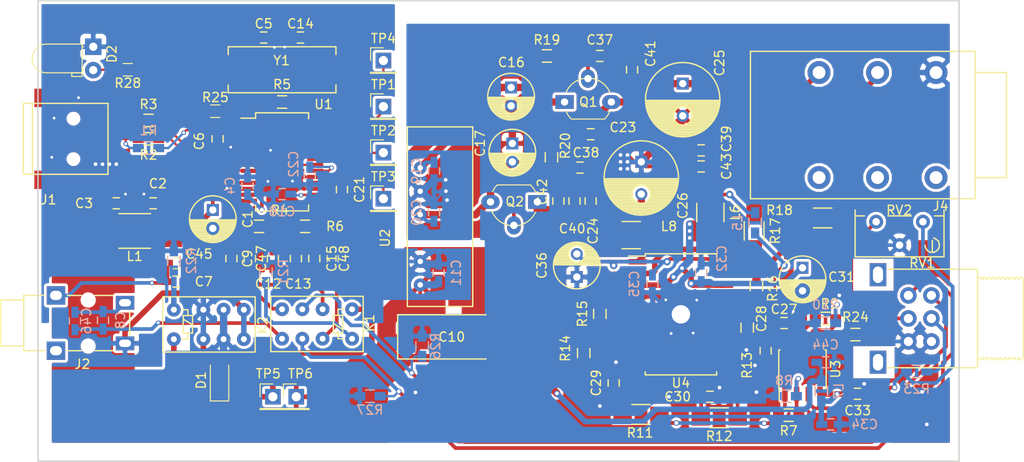
<source format=kicad_pcb>
(kicad_pcb (version 20170922) (host pcbnew "(2017-10-03 revision 3d1569081)-master")

(general
  (thickness 1.6)
  (drawings 5)
  (tracks 936)
  (zones 0)
  (modules 104)
  (nets 70)
)

(page A4)
(layers
  (0 F.Cu signal)
  (31 B.Cu signal)
  (32 B.Adhes user)
  (33 F.Adhes user)
  (34 B.Paste user)
  (35 F.Paste user)
  (36 B.SilkS user)
  (37 F.SilkS user)
  (38 B.Mask user)
  (39 F.Mask user)
  (40 Dwgs.User user)
  (41 Cmts.User user)
  (42 Eco1.User user)
  (43 Eco2.User user)
  (44 Edge.Cuts user)
  (45 Margin user)
  (46 B.CrtYd user)
  (47 F.CrtYd user)
  (48 B.Fab user hide)
  (49 F.Fab user hide)
)


(general
  (thickness 1.6)
  (drawings 5)
  (tracks 936)
  (zones 0)
  (modules 104)
  (nets 70)
)

(page A4)
(layers
  (0 F.Cu signal)
  (31 B.Cu signal)
  (32 B.Adhes user)
  (33 F.Adhes user)
  (34 B.Paste user)
  (35 F.Paste user)
  (36 B.SilkS user)
  (37 F.SilkS user)
  (38 B.Mask user)
  (39 F.Mask user)
  (40 Dwgs.User user)
  (41 Cmts.User user)
  (42 Eco1.User user)
  (43 Eco2.User user)
  (44 Edge.Cuts user)
  (45 Margin user)
  (46 B.CrtYd user)
  (47 F.CrtYd user)
  (48 B.Fab user hide)
  (49 F.Fab user hide)
)

(setup
  (last_trace_width 0.4)
  (user_trace_width 0.2)
  (user_trace_width 0.25)
  (user_trace_width 0.6)
  (user_trace_width 0.8)
  (user_trace_width 1.5)
  (trace_clearance 0.2)
  (zone_clearance 0.3)
  (zone_45_only yes)
  (trace_min 0.2)
  (segment_width 0.2)
  (edge_width 0.15)
  (via_size 0.6)
  (via_drill 0.4)
  (via_min_size 0.4)
  (via_min_drill 0.3)
  (user_via 0.5 0.3)
  (user_via 1.3 1)
  (uvia_size 0.3)
  (uvia_drill 0.1)
  (uvias_allowed no)
  (uvia_min_size 0.2)
  (uvia_min_drill 0.1)
  (pcb_text_width 0.3)
  (pcb_text_size 1.5 1.5)
  (mod_edge_width 0.15)
  (mod_text_size 1 1)
  (mod_text_width 0.15)
  (pad_size 3 4)
  (pad_drill 0)
  (pad_to_mask_clearance 0.2)
  (aux_axis_origin 0 0)
  (visible_elements FFFFFFFF)
  (pcbplotparams
    (layerselection 0x010f0_80000001)
    (usegerberextensions true)
    (usegerberattributes true)
    (usegerberadvancedattributes true)
    (creategerberjobfile true)
    (excludeedgelayer true)
    (linewidth 0.100000)
    (plotframeref false)
    (viasonmask false)
    (mode 1)
    (useauxorigin false)
    (hpglpennumber 1)
    (hpglpenspeed 20)
    (hpglpendiameter 15)
    (psnegative false)
    (psa4output false)
    (plotreference true)
    (plotvalue false)
    (plotinvisibletext false)
    (padsonsilk false)
    (subtractmaskfromsilk false)
    (outputformat 1)
    (mirror false)
    (drillshape 0)
    (scaleselection 1)
    (outputdirectory gerber/))
)

(net 0 "")
(net 1 Earth)
(net 2 "Net-(C1-Pad1)")
(net 3 +5V)
(net 4 "Net-(C4-Pad2)")
(net 5 "Net-(C5-Pad1)")
(net 6 +3V3)
(net 7 /LUSB)
(net 8 "Net-(C12-Pad1)")
(net 9 "Net-(C13-Pad2)")
(net 10 "Net-(C14-Pad1)")
(net 11 /RUSB)
(net 12 "Net-(C15-Pad1)")
(net 13 GNDPWR)
(net 14 "Net-(C16-Pad1)")
(net 15 "Net-(C17-Pad2)")
(net 16 "Net-(C18-Pad2)")
(net 17 "Net-(C21-Pad1)")
(net 18 "Net-(C22-Pad2)")
(net 19 +12V)
(net 20 -12V)
(net 21 "Net-(C27-Pad1)")
(net 22 "Net-(C29-Pad1)")
(net 23 "Net-(C30-Pad1)")
(net 24 "Net-(C31-Pad1)")
(net 25 "Net-(C33-Pad2)")
(net 26 "Net-(C35-Pad2)")
(net 27 "Net-(D1-Pad1)")
(net 28 "Net-(J1-Pad4)")
(net 29 /D+)
(net 30 /D-)
(net 31 GNDA)
(net 32 "Net-(J4-Pad4)")
(net 33 "Net-(J4-Pad6)")
(net 34 "Net-(J4-Pad5)")
(net 35 "Net-(J4-Pad2)")
(net 36 "Net-(J4-Pad3)")
(net 37 "Net-(K1-Pad6)")
(net 38 "Net-(K1-Pad3)")
(net 39 "Net-(R2-Pad2)")
(net 40 "Net-(R3-Pad1)")
(net 41 "Net-(R7-Pad2)")
(net 42 "Net-(R11-Pad2)")
(net 43 "Net-(R10-Pad2)")
(net 44 "Net-(R12-Pad2)")
(net 45 "Net-(R13-Pad2)")
(net 46 "Net-(R14-Pad1)")
(net 47 "Net-(R15-Pad2)")
(net 48 "Net-(R16-Pad1)")
(net 49 "Net-(TP1-Pad1)")
(net 50 "Net-(TP2-Pad1)")
(net 51 "Net-(TP3-Pad1)")
(net 52 "Net-(U1-Pad5)")
(net 53 "Net-(U1-Pad2)")
(net 54 "Net-(C37-Pad1)")
(net 55 "Net-(C38-Pad1)")
(net 56 "Net-(R23-Pad2)")
(net 57 "Net-(R23-Pad1)")
(net 58 "Net-(R24-Pad2)")
(net 59 "Net-(R24-Pad1)")
(net 60 "Net-(C45-Pad2)")
(net 61 "Net-(C45-Pad1)")
(net 62 "Net-(C46-Pad2)")
(net 63 "Net-(C46-Pad1)")
(net 64 "Net-(C47-Pad1)")
(net 65 "Net-(D2-Pad2)")
(net 66 "Net-(K1-Pad8)")
(net 67 "Net-(K2-Pad8)")
(net 68 "Net-(R25-Pad1)")
(net 69 /SSPND)

(net_class Default "This is the default net class."
  (clearance 0.2)
  (trace_width 0.4)
  (via_dia 0.6)
  (via_drill 0.4)
  (uvia_dia 0.3)
  (uvia_drill 0.1)
  (add_net +12V)
  (add_net +3V3)
  (add_net +5V)
  (add_net -12V)
  (add_net /D+)
  (add_net /D-)
  (add_net /LUSB)
  (add_net /RUSB)
  (add_net /SSPND)
  (add_net Earth)
  (add_net GNDA)
  (add_net GNDPWR)
  (add_net "Net-(C1-Pad1)")
  (add_net "Net-(C12-Pad1)")
  (add_net "Net-(C13-Pad2)")
  (add_net "Net-(C14-Pad1)")
  (add_net "Net-(C15-Pad1)")
  (add_net "Net-(C16-Pad1)")
  (add_net "Net-(C17-Pad2)")
  (add_net "Net-(C18-Pad2)")
  (add_net "Net-(C21-Pad1)")
  (add_net "Net-(C22-Pad2)")
  (add_net "Net-(C27-Pad1)")
  (add_net "Net-(C29-Pad1)")
  (add_net "Net-(C30-Pad1)")
  (add_net "Net-(C31-Pad1)")
  (add_net "Net-(C33-Pad2)")
  (add_net "Net-(C35-Pad2)")
  (add_net "Net-(C37-Pad1)")
  (add_net "Net-(C38-Pad1)")
  (add_net "Net-(C4-Pad2)")
  (add_net "Net-(C45-Pad1)")
  (add_net "Net-(C45-Pad2)")
  (add_net "Net-(C46-Pad1)")
  (add_net "Net-(C46-Pad2)")
  (add_net "Net-(C47-Pad1)")
  (add_net "Net-(C5-Pad1)")
  (add_net "Net-(D1-Pad1)")
  (add_net "Net-(D2-Pad2)")
  (add_net "Net-(J1-Pad4)")
  (add_net "Net-(J4-Pad2)")
  (add_net "Net-(J4-Pad3)")
  (add_net "Net-(J4-Pad4)")
  (add_net "Net-(J4-Pad5)")
  (add_net "Net-(J4-Pad6)")
  (add_net "Net-(K1-Pad3)")
  (add_net "Net-(K1-Pad6)")
  (add_net "Net-(K1-Pad8)")
  (add_net "Net-(K2-Pad8)")
  (add_net "Net-(R10-Pad2)")
  (add_net "Net-(R11-Pad2)")
  (add_net "Net-(R12-Pad2)")
  (add_net "Net-(R13-Pad2)")
  (add_net "Net-(R14-Pad1)")
  (add_net "Net-(R15-Pad2)")
  (add_net "Net-(R16-Pad1)")
  (add_net "Net-(R2-Pad2)")
  (add_net "Net-(R23-Pad1)")
  (add_net "Net-(R23-Pad2)")
  (add_net "Net-(R24-Pad1)")
  (add_net "Net-(R24-Pad2)")
  (add_net "Net-(R25-Pad1)")
  (add_net "Net-(R3-Pad1)")
  (add_net "Net-(R7-Pad2)")
  (add_net "Net-(TP1-Pad1)")
  (add_net "Net-(TP2-Pad1)")
  (add_net "Net-(TP3-Pad1)")
  (add_net "Net-(U1-Pad2)")
  (add_net "Net-(U1-Pad5)")
)

  (module Capacitors_THT:C_Radial_D8_L11.5_P3.5 (layer F.Cu) (tedit 0) (tstamp 5978A803)
    (at 83 22.5 270)
    (descr "Radial Electrolytic Capacitor Diameter 8mm x Length 11.5mm, Pitch 3.5mm")
    (tags "Electrolytic Capacitor")
    (path /593064DB)
    (fp_text reference C25 (at -2.25 -4 270) (layer F.SilkS)
      (effects (font (size 1 1) (thickness 0.15)))
    )
    (fp_text value 100u (at 1.75 5.3 270) (layer F.Fab)
      (effects (font (size 1 1) (thickness 0.15)))
    )
    (fp_circle (center 1.75 0) (end 1.75 -4.3) (layer F.CrtYd) (width 0.05))
    (fp_circle (center 1.75 0) (end 1.75 -4.0375) (layer F.SilkS) (width 0.15))
    (fp_circle (center 3.5 0) (end 3.5 -1) (layer F.SilkS) (width 0.15))
    (fp_line (start 5.745 -0.2) (end 5.745 0.2) (layer F.SilkS) (width 0.15))
    (fp_line (start 5.605 -1.067) (end 5.605 1.067) (layer F.SilkS) (width 0.15))
    (fp_line (start 5.465 -1.483) (end 5.465 1.483) (layer F.SilkS) (width 0.15))
    (fp_line (start 5.325 -1.794) (end 5.325 1.794) (layer F.SilkS) (width 0.15))
    (fp_line (start 5.185 -2.05) (end 5.185 2.05) (layer F.SilkS) (width 0.15))
    (fp_line (start 5.045 -2.268) (end 5.045 2.268) (layer F.SilkS) (width 0.15))
    (fp_line (start 4.905 -2.459) (end 4.905 2.459) (layer F.SilkS) (width 0.15))
    (fp_line (start 4.765 -2.629) (end 4.765 2.629) (layer F.SilkS) (width 0.15))
    (fp_line (start 4.625 -2.781) (end 4.625 2.781) (layer F.SilkS) (width 0.15))
    (fp_line (start 4.485 0.173) (end 4.485 2.919) (layer F.SilkS) (width 0.15))
    (fp_line (start 4.485 -2.919) (end 4.485 -0.173) (layer F.SilkS) (width 0.15))
    (fp_line (start 4.345 0.535) (end 4.345 3.044) (layer F.SilkS) (width 0.15))
    (fp_line (start 4.345 -3.044) (end 4.345 -0.535) (layer F.SilkS) (width 0.15))
    (fp_line (start 4.205 0.709) (end 4.205 3.158) (layer F.SilkS) (width 0.15))
    (fp_line (start 4.205 -3.158) (end 4.205 -0.709) (layer F.SilkS) (width 0.15))
    (fp_line (start 4.065 0.825) (end 4.065 3.262) (layer F.SilkS) (width 0.15))
    (fp_line (start 4.065 -3.262) (end 4.065 -0.825) (layer F.SilkS) (width 0.15))
    (fp_line (start 3.925 0.905) (end 3.925 3.357) (layer F.SilkS) (width 0.15))
    (fp_line (start 3.925 -3.357) (end 3.925 -0.905) (layer F.SilkS) (width 0.15))
    (fp_line (start 3.785 0.959) (end 3.785 3.444) (layer F.SilkS) (width 0.15))
    (fp_line (start 3.785 -3.444) (end 3.785 -0.959) (layer F.SilkS) (width 0.15))
    (fp_line (start 3.645 0.989) (end 3.645 3.523) (layer F.SilkS) (width 0.15))
    (fp_line (start 3.645 -3.523) (end 3.645 -0.989) (layer F.SilkS) (width 0.15))
    (fp_line (start 3.505 1) (end 3.505 3.594) (layer F.SilkS) (width 0.15))
    (fp_line (start 3.505 -3.594) (end 3.505 -1) (layer F.SilkS) (width 0.15))
    (fp_line (start 3.365 0.991) (end 3.365 3.659) (layer F.SilkS) (width 0.15))
    (fp_line (start 3.365 -3.659) (end 3.365 -0.991) (layer F.SilkS) (width 0.15))
    (fp_line (start 3.225 0.961) (end 3.225 3.718) (layer F.SilkS) (width 0.15))
    (fp_line (start 3.225 -3.718) (end 3.225 -0.961) (layer F.SilkS) (width 0.15))
    (fp_line (start 3.085 0.91) (end 3.085 3.771) (layer F.SilkS) (width 0.15))
    (fp_line (start 3.085 -3.771) (end 3.085 -0.91) (layer F.SilkS) (width 0.15))
    (fp_line (start 2.945 0.832) (end 2.945 3.817) (layer F.SilkS) (width 0.15))
    (fp_line (start 2.945 -3.817) (end 2.945 -0.832) (layer F.SilkS) (width 0.15))
    (fp_line (start 2.805 0.719) (end 2.805 3.858) (layer F.SilkS) (width 0.15))
    (fp_line (start 2.805 -3.858) (end 2.805 -0.719) (layer F.SilkS) (width 0.15))
    (fp_line (start 2.665 0.55) (end 2.665 3.894) (layer F.SilkS) (width 0.15))
    (fp_line (start 2.665 -3.894) (end 2.665 -0.55) (layer F.SilkS) (width 0.15))
    (fp_line (start 2.525 0.222) (end 2.525 3.924) (layer F.SilkS) (width 0.15))
    (fp_line (start 2.525 -3.924) (end 2.525 -0.222) (layer F.SilkS) (width 0.15))
    (fp_line (start 2.385 -3.949) (end 2.385 3.949) (layer F.SilkS) (width 0.15))
    (fp_line (start 2.245 -3.969) (end 2.245 3.969) (layer F.SilkS) (width 0.15))
    (fp_line (start 2.105 -3.984) (end 2.105 3.984) (layer F.SilkS) (width 0.15))
    (fp_line (start 1.965 -3.994) (end 1.965 3.994) (layer F.SilkS) (width 0.15))
    (fp_line (start 1.825 -3.999) (end 1.825 3.999) (layer F.SilkS) (width 0.15))
    (pad 1 thru_hole rect (at 0 0 270) (size 1.3 1.3) (drill 0.8) (layers *.Cu *.Mask)
      (net 19 +12V))
    (pad 2 thru_hole circle (at 3.5 0 270) (size 1.3 1.3) (drill 0.8) (layers *.Cu *.Mask)
      (net 13 GNDPWR))
    (model Capacitors_ThroughHole.3dshapes/C_Radial_D8_L11.5_P3.5.wrl
      (at (xyz 0 0 0))
      (scale (xyz 1 1 1))
      (rotate (xyz 0 0 0))
    )
  )

  (module Connectors:USB_Mini-B (layer F.Cu) (tedit 5543E571) (tstamp 5978A85A)
    (at 16 28.5)
    (descr "USB Mini-B 5-pin SMD connector")
    (tags "USB USB_B USB_Mini connector")
    (path /5976A1B4)
    (attr smd)
    (fp_text reference J1 (at -1.85 6.61) (layer F.SilkS)
      (effects (font (size 1 1) (thickness 0.15)))
    )
    (fp_text value USB_OTG (at 0 -7.0993) (layer F.Fab)
      (effects (font (size 1 1) (thickness 0.15)))
    )
    (fp_line (start 4.59994 -3.85064) (end -4.59994 -3.85064) (layer F.SilkS) (width 0.15))
    (fp_line (start 4.59994 3.85064) (end 4.59994 -3.85064) (layer F.SilkS) (width 0.15))
    (fp_line (start -4.59994 3.85064) (end 4.59994 3.85064) (layer F.SilkS) (width 0.15))
    (fp_line (start -4.59994 -3.85064) (end -4.59994 3.85064) (layer F.SilkS) (width 0.15))
    (fp_line (start -3.59918 -3.85064) (end -3.59918 3.85064) (layer F.SilkS) (width 0.15))
    (fp_line (start -4.85 5.7) (end -4.85 -5.7) (layer F.CrtYd) (width 0.05))
    (fp_line (start 4.85 5.7) (end -4.85 5.7) (layer F.CrtYd) (width 0.05))
    (fp_line (start 4.85 -5.7) (end 4.85 5.7) (layer F.CrtYd) (width 0.05))
    (fp_line (start -4.85 -5.7) (end 4.85 -5.7) (layer F.CrtYd) (width 0.05))
    (pad "" np_thru_hole circle (at 0.8509 2.19964) (size 0.89916 0.89916) (drill 0.89916) (layers *.Cu *.Mask))
    (pad "" np_thru_hole circle (at 0.8509 -2.19964) (size 0.89916 0.89916) (drill 0.89916) (layers *.Cu *.Mask))
    (pad 6 smd rect (at -2.14884 4.45008) (size 2.49936 1.99898) (layers F.Cu F.Paste F.Mask)
      (net 1 Earth))
    (pad 6 smd rect (at 3.35026 4.45008) (size 2.49936 1.99898) (layers F.Cu F.Paste F.Mask)
      (net 1 Earth))
    (pad 6 smd rect (at -2.14884 -4.45008) (size 2.49936 1.99898) (layers F.Cu F.Paste F.Mask)
      (net 1 Earth))
    (pad 6 smd rect (at 3.35026 -4.45008) (size 2.49936 1.99898) (layers F.Cu F.Paste F.Mask)
      (net 1 Earth))
    (pad 5 smd rect (at 3.44932 1.6002) (size 2.30124 0.50038) (layers F.Cu F.Paste F.Mask)
      (net 1 Earth))
    (pad 4 smd rect (at 3.44932 0.8001) (size 2.30124 0.50038) (layers F.Cu F.Paste F.Mask)
      (net 28 "Net-(J1-Pad4)"))
    (pad 3 smd rect (at 3.44932 0) (size 2.30124 0.50038) (layers F.Cu F.Paste F.Mask)
      (net 29 /D+))
    (pad 2 smd rect (at 3.44932 -0.8001) (size 2.30124 0.50038) (layers F.Cu F.Paste F.Mask)
      (net 30 /D-))
    (pad 1 smd rect (at 3.44932 -1.6002) (size 2.30124 0.50038) (layers F.Cu F.Paste F.Mask)
      (net 3 +5V))
  )

  (module Capacitors_THT:C_Radial_D5_L11_P2 (layer F.Cu) (tedit 0) (tstamp 5978A773)
    (at 31.98 36.22 270)
    (descr "Radial Electrolytic Capacitor 5mm x Length 11mm, Pitch 2mm")
    (tags "Electrolytic Capacitor")
    (path /5934B839)
    (fp_text reference C1 (at 1 -3.8 270) (layer F.SilkS)
      (effects (font (size 1 1) (thickness 0.15)))
    )
    (fp_text value 10u (at 1 3.8 270) (layer F.Fab)
      (effects (font (size 1 1) (thickness 0.15)))
    )
    (fp_circle (center 1 0) (end 1 -2.8) (layer F.CrtYd) (width 0.05))
    (fp_circle (center 1 0) (end 1 -2.5375) (layer F.SilkS) (width 0.15))
    (fp_circle (center 2 0) (end 2 -0.8) (layer F.SilkS) (width 0.15))
    (fp_line (start 3.455 -0.472) (end 3.455 0.472) (layer F.SilkS) (width 0.15))
    (fp_line (start 3.315 -0.944) (end 3.315 0.944) (layer F.SilkS) (width 0.15))
    (fp_line (start 3.175 -1.233) (end 3.175 1.233) (layer F.SilkS) (width 0.15))
    (fp_line (start 3.035 -1.452) (end 3.035 1.452) (layer F.SilkS) (width 0.15))
    (fp_line (start 2.895 -1.631) (end 2.895 1.631) (layer F.SilkS) (width 0.15))
    (fp_line (start 2.755 0.265) (end 2.755 1.78) (layer F.SilkS) (width 0.15))
    (fp_line (start 2.755 -1.78) (end 2.755 -0.265) (layer F.SilkS) (width 0.15))
    (fp_line (start 2.615 0.512) (end 2.615 1.908) (layer F.SilkS) (width 0.15))
    (fp_line (start 2.615 -1.908) (end 2.615 -0.512) (layer F.SilkS) (width 0.15))
    (fp_line (start 2.475 0.644) (end 2.475 2.019) (layer F.SilkS) (width 0.15))
    (fp_line (start 2.475 -2.019) (end 2.475 -0.644) (layer F.SilkS) (width 0.15))
    (fp_line (start 2.335 0.726) (end 2.335 2.114) (layer F.SilkS) (width 0.15))
    (fp_line (start 2.335 -2.114) (end 2.335 -0.726) (layer F.SilkS) (width 0.15))
    (fp_line (start 2.195 0.776) (end 2.195 2.196) (layer F.SilkS) (width 0.15))
    (fp_line (start 2.195 -2.196) (end 2.195 -0.776) (layer F.SilkS) (width 0.15))
    (fp_line (start 2.055 0.798) (end 2.055 2.266) (layer F.SilkS) (width 0.15))
    (fp_line (start 2.055 -2.266) (end 2.055 -0.798) (layer F.SilkS) (width 0.15))
    (fp_line (start 1.915 0.795) (end 1.915 2.327) (layer F.SilkS) (width 0.15))
    (fp_line (start 1.915 -2.327) (end 1.915 -0.795) (layer F.SilkS) (width 0.15))
    (fp_line (start 1.775 0.768) (end 1.775 2.377) (layer F.SilkS) (width 0.15))
    (fp_line (start 1.775 -2.377) (end 1.775 -0.768) (layer F.SilkS) (width 0.15))
    (fp_line (start 1.635 0.712) (end 1.635 2.418) (layer F.SilkS) (width 0.15))
    (fp_line (start 1.635 -2.418) (end 1.635 -0.712) (layer F.SilkS) (width 0.15))
    (fp_line (start 1.495 0.62) (end 1.495 2.451) (layer F.SilkS) (width 0.15))
    (fp_line (start 1.495 -2.451) (end 1.495 -0.62) (layer F.SilkS) (width 0.15))
    (fp_line (start 1.355 0.473) (end 1.355 2.475) (layer F.SilkS) (width 0.15))
    (fp_line (start 1.355 -2.475) (end 1.355 -0.473) (layer F.SilkS) (width 0.15))
    (fp_line (start 1.215 0.154) (end 1.215 2.491) (layer F.SilkS) (width 0.15))
    (fp_line (start 1.215 -2.491) (end 1.215 -0.154) (layer F.SilkS) (width 0.15))
    (fp_line (start 1.075 -2.499) (end 1.075 2.499) (layer F.SilkS) (width 0.15))
    (pad 2 thru_hole circle (at 2 0 270) (size 1.3 1.3) (drill 0.8) (layers *.Cu *.Mask)
      (net 1 Earth))
    (pad 1 thru_hole rect (at 0 0 270) (size 1.3 1.3) (drill 0.8) (layers *.Cu *.Mask)
      (net 2 "Net-(C1-Pad1)"))
    (model Capacitors_ThroughHole.3dshapes/C_Radial_D5_L11_P2.wrl
      (at (xyz 0 0 0))
      (scale (xyz 1 1 1))
      (rotate (xyz 0 0 0))
    )
  )

  (module Capacitors_SMD:C_0603_HandSoldering (layer F.Cu) (tedit 541A9B4D) (tstamp 5978A779)
    (at 25.5 35.5)
    (descr "Capacitor SMD 0603, hand soldering")
    (tags "capacitor 0603")
    (path /5934BF3E)
    (attr smd)
    (fp_text reference C2 (at 0.51 -2.14) (layer F.SilkS)
      (effects (font (size 1 1) (thickness 0.15)))
    )
    (fp_text value 100n (at 0 1.9) (layer F.Fab)
      (effects (font (size 1 1) (thickness 0.15)))
    )
    (fp_line (start 0.35 0.6) (end -0.35 0.6) (layer F.SilkS) (width 0.15))
    (fp_line (start -0.35 -0.6) (end 0.35 -0.6) (layer F.SilkS) (width 0.15))
    (fp_line (start 1.85 -0.75) (end 1.85 0.75) (layer F.CrtYd) (width 0.05))
    (fp_line (start -1.85 -0.75) (end -1.85 0.75) (layer F.CrtYd) (width 0.05))
    (fp_line (start -1.85 0.75) (end 1.85 0.75) (layer F.CrtYd) (width 0.05))
    (fp_line (start -1.85 -0.75) (end 1.85 -0.75) (layer F.CrtYd) (width 0.05))
    (fp_line (start -0.8 -0.4) (end 0.8 -0.4) (layer F.Fab) (width 0.15))
    (fp_line (start 0.8 -0.4) (end 0.8 0.4) (layer F.Fab) (width 0.15))
    (fp_line (start 0.8 0.4) (end -0.8 0.4) (layer F.Fab) (width 0.15))
    (fp_line (start -0.8 0.4) (end -0.8 -0.4) (layer F.Fab) (width 0.15))
    (pad 2 smd rect (at 0.95 0) (size 1.2 0.75) (layers F.Cu F.Paste F.Mask)
      (net 2 "Net-(C1-Pad1)"))
    (pad 1 smd rect (at -0.95 0) (size 1.2 0.75) (layers F.Cu F.Paste F.Mask)
      (net 1 Earth))
    (model Capacitors_SMD.3dshapes/C_0603_HandSoldering.wrl
      (at (xyz 0 0 0))
      (scale (xyz 1 1 1))
      (rotate (xyz 0 0 0))
    )
  )

  (module Capacitors_SMD:C_0603_HandSoldering (layer F.Cu) (tedit 541A9B4D) (tstamp 5978A77F)
    (at 21.5 35.5)
    (descr "Capacitor SMD 0603, hand soldering")
    (tags "capacitor 0603")
    (path /59305590)
    (attr smd)
    (fp_text reference C3 (at -3.5 0) (layer F.SilkS)
      (effects (font (size 1 1) (thickness 0.15)))
    )
    (fp_text value 200n (at 0 1.9) (layer F.Fab)
      (effects (font (size 1 1) (thickness 0.15)))
    )
    (fp_line (start 0.35 0.6) (end -0.35 0.6) (layer F.SilkS) (width 0.15))
    (fp_line (start -0.35 -0.6) (end 0.35 -0.6) (layer F.SilkS) (width 0.15))
    (fp_line (start 1.85 -0.75) (end 1.85 0.75) (layer F.CrtYd) (width 0.05))
    (fp_line (start -1.85 -0.75) (end -1.85 0.75) (layer F.CrtYd) (width 0.05))
    (fp_line (start -1.85 0.75) (end 1.85 0.75) (layer F.CrtYd) (width 0.05))
    (fp_line (start -1.85 -0.75) (end 1.85 -0.75) (layer F.CrtYd) (width 0.05))
    (fp_line (start -0.8 -0.4) (end 0.8 -0.4) (layer F.Fab) (width 0.15))
    (fp_line (start 0.8 -0.4) (end 0.8 0.4) (layer F.Fab) (width 0.15))
    (fp_line (start 0.8 0.4) (end -0.8 0.4) (layer F.Fab) (width 0.15))
    (fp_line (start -0.8 0.4) (end -0.8 -0.4) (layer F.Fab) (width 0.15))
    (pad 2 smd rect (at 0.95 0) (size 1.2 0.75) (layers F.Cu F.Paste F.Mask)
      (net 1 Earth))
    (pad 1 smd rect (at -0.95 0) (size 1.2 0.75) (layers F.Cu F.Paste F.Mask)
      (net 3 +5V))
    (model Capacitors_SMD.3dshapes/C_0603_HandSoldering.wrl
      (at (xyz 0 0 0))
      (scale (xyz 1 1 1))
      (rotate (xyz 0 0 0))
    )
  )

  (module Capacitors_SMD:C_0603_HandSoldering (layer B.Cu) (tedit 541A9B4D) (tstamp 5978A785)
    (at 35.75 33.59 270)
    (descr "Capacitor SMD 0603, hand soldering")
    (tags "capacitor 0603")
    (path /5934A4BD)
    (attr smd)
    (fp_text reference C4 (at 0 1.9 270) (layer B.SilkS)
      (effects (font (size 1 1) (thickness 0.15)) (justify mirror))
    )
    (fp_text value 1u (at 0 -1.9 270) (layer B.Fab)
      (effects (font (size 1 1) (thickness 0.15)) (justify mirror))
    )
    (fp_line (start 0.35 -0.6) (end -0.35 -0.6) (layer B.SilkS) (width 0.15))
    (fp_line (start -0.35 0.6) (end 0.35 0.6) (layer B.SilkS) (width 0.15))
    (fp_line (start 1.85 0.75) (end 1.85 -0.75) (layer B.CrtYd) (width 0.05))
    (fp_line (start -1.85 0.75) (end -1.85 -0.75) (layer B.CrtYd) (width 0.05))
    (fp_line (start -1.85 -0.75) (end 1.85 -0.75) (layer B.CrtYd) (width 0.05))
    (fp_line (start -1.85 0.75) (end 1.85 0.75) (layer B.CrtYd) (width 0.05))
    (fp_line (start -0.8 0.4) (end 0.8 0.4) (layer B.Fab) (width 0.15))
    (fp_line (start 0.8 0.4) (end 0.8 -0.4) (layer B.Fab) (width 0.15))
    (fp_line (start 0.8 -0.4) (end -0.8 -0.4) (layer B.Fab) (width 0.15))
    (fp_line (start -0.8 -0.4) (end -0.8 0.4) (layer B.Fab) (width 0.15))
    (pad 2 smd rect (at 0.95 0 270) (size 1.2 0.75) (layers B.Cu B.Paste B.Mask)
      (net 4 "Net-(C4-Pad2)"))
    (pad 1 smd rect (at -0.95 0 270) (size 1.2 0.75) (layers B.Cu B.Paste B.Mask)
      (net 1 Earth))
    (model Capacitors_SMD.3dshapes/C_0603_HandSoldering.wrl
      (at (xyz 0 0 0))
      (scale (xyz 1 1 1))
      (rotate (xyz 0 0 0))
    )
  )

  (module Capacitors_SMD:C_0603_HandSoldering (layer F.Cu) (tedit 541A9B4D) (tstamp 5978A78B)
    (at 37.5 17.5)
    (descr "Capacitor SMD 0603, hand soldering")
    (tags "capacitor 0603")
    (path /59348C90)
    (attr smd)
    (fp_text reference C5 (at 0 -1.5) (layer F.SilkS)
      (effects (font (size 1 1) (thickness 0.15)))
    )
    (fp_text value 27p (at 0 1.9) (layer F.Fab)
      (effects (font (size 1 1) (thickness 0.15)))
    )
    (fp_line (start 0.35 0.6) (end -0.35 0.6) (layer F.SilkS) (width 0.15))
    (fp_line (start -0.35 -0.6) (end 0.35 -0.6) (layer F.SilkS) (width 0.15))
    (fp_line (start 1.85 -0.75) (end 1.85 0.75) (layer F.CrtYd) (width 0.05))
    (fp_line (start -1.85 -0.75) (end -1.85 0.75) (layer F.CrtYd) (width 0.05))
    (fp_line (start -1.85 0.75) (end 1.85 0.75) (layer F.CrtYd) (width 0.05))
    (fp_line (start -1.85 -0.75) (end 1.85 -0.75) (layer F.CrtYd) (width 0.05))
    (fp_line (start -0.8 -0.4) (end 0.8 -0.4) (layer F.Fab) (width 0.15))
    (fp_line (start 0.8 -0.4) (end 0.8 0.4) (layer F.Fab) (width 0.15))
    (fp_line (start 0.8 0.4) (end -0.8 0.4) (layer F.Fab) (width 0.15))
    (fp_line (start -0.8 0.4) (end -0.8 -0.4) (layer F.Fab) (width 0.15))
    (pad 2 smd rect (at 0.95 0) (size 1.2 0.75) (layers F.Cu F.Paste F.Mask)
      (net 1 Earth))
    (pad 1 smd rect (at -0.95 0) (size 1.2 0.75) (layers F.Cu F.Paste F.Mask)
      (net 5 "Net-(C5-Pad1)"))
    (model Capacitors_SMD.3dshapes/C_0603_HandSoldering.wrl
      (at (xyz 0 0 0))
      (scale (xyz 1 1 1))
      (rotate (xyz 0 0 0))
    )
  )

  (module Capacitors_SMD:C_0603_HandSoldering (layer F.Cu) (tedit 541A9B4D) (tstamp 5978A791)
    (at 32.5 28.5 90)
    (descr "Capacitor SMD 0603, hand soldering")
    (tags "capacitor 0603")
    (path /5934D473)
    (attr smd)
    (fp_text reference C6 (at -0.25 -2 270) (layer F.SilkS)
      (effects (font (size 1 1) (thickness 0.15)))
    )
    (fp_text value 200n (at 0 1.9 90) (layer F.Fab)
      (effects (font (size 1 1) (thickness 0.15)))
    )
    (fp_line (start 0.35 0.6) (end -0.35 0.6) (layer F.SilkS) (width 0.15))
    (fp_line (start -0.35 -0.6) (end 0.35 -0.6) (layer F.SilkS) (width 0.15))
    (fp_line (start 1.85 -0.75) (end 1.85 0.75) (layer F.CrtYd) (width 0.05))
    (fp_line (start -1.85 -0.75) (end -1.85 0.75) (layer F.CrtYd) (width 0.05))
    (fp_line (start -1.85 0.75) (end 1.85 0.75) (layer F.CrtYd) (width 0.05))
    (fp_line (start -1.85 -0.75) (end 1.85 -0.75) (layer F.CrtYd) (width 0.05))
    (fp_line (start -0.8 -0.4) (end 0.8 -0.4) (layer F.Fab) (width 0.15))
    (fp_line (start 0.8 -0.4) (end 0.8 0.4) (layer F.Fab) (width 0.15))
    (fp_line (start 0.8 0.4) (end -0.8 0.4) (layer F.Fab) (width 0.15))
    (fp_line (start -0.8 0.4) (end -0.8 -0.4) (layer F.Fab) (width 0.15))
    (pad 2 smd rect (at 0.95 0 90) (size 1.2 0.75) (layers F.Cu F.Paste F.Mask)
      (net 6 +3V3))
    (pad 1 smd rect (at -0.95 0 90) (size 1.2 0.75) (layers F.Cu F.Paste F.Mask)
      (net 1 Earth))
    (model Capacitors_SMD.3dshapes/C_0603_HandSoldering.wrl
      (at (xyz 0 0 0))
      (scale (xyz 1 1 1))
      (rotate (xyz 0 0 0))
    )
  )

  (module Capacitors_SMD:C_0603_HandSoldering (layer F.Cu) (tedit 541A9B4D) (tstamp 5978A797)
    (at 28 44 180)
    (descr "Capacitor SMD 0603, hand soldering")
    (tags "capacitor 0603")
    (path /5935AC3B)
    (attr smd)
    (fp_text reference C7 (at -3 0 180) (layer F.SilkS)
      (effects (font (size 1 1) (thickness 0.15)))
    )
    (fp_text value 1u (at 0 1.9 180) (layer F.Fab)
      (effects (font (size 1 1) (thickness 0.15)))
    )
    (fp_line (start 0.35 0.6) (end -0.35 0.6) (layer F.SilkS) (width 0.15))
    (fp_line (start -0.35 -0.6) (end 0.35 -0.6) (layer F.SilkS) (width 0.15))
    (fp_line (start 1.85 -0.75) (end 1.85 0.75) (layer F.CrtYd) (width 0.05))
    (fp_line (start -1.85 -0.75) (end -1.85 0.75) (layer F.CrtYd) (width 0.05))
    (fp_line (start -1.85 0.75) (end 1.85 0.75) (layer F.CrtYd) (width 0.05))
    (fp_line (start -1.85 -0.75) (end 1.85 -0.75) (layer F.CrtYd) (width 0.05))
    (fp_line (start -0.8 -0.4) (end 0.8 -0.4) (layer F.Fab) (width 0.15))
    (fp_line (start 0.8 -0.4) (end 0.8 0.4) (layer F.Fab) (width 0.15))
    (fp_line (start 0.8 0.4) (end -0.8 0.4) (layer F.Fab) (width 0.15))
    (fp_line (start -0.8 0.4) (end -0.8 -0.4) (layer F.Fab) (width 0.15))
    (pad 2 smd rect (at 0.95 0 180) (size 1.2 0.75) (layers F.Cu F.Paste F.Mask)
      (net 60 "Net-(C45-Pad2)"))
    (pad 1 smd rect (at -0.95 0 180) (size 1.2 0.75) (layers F.Cu F.Paste F.Mask)
      (net 61 "Net-(C45-Pad1)"))
    (model Capacitors_SMD.3dshapes/C_0603_HandSoldering.wrl
      (at (xyz 0 0 0))
      (scale (xyz 1 1 1))
      (rotate (xyz 0 0 0))
    )
  )

  (module Capacitors_SMD:C_0603_HandSoldering (layer B.Cu) (tedit 541A9B4D) (tstamp 5978A79D)
    (at 20.06 48.2 90)
    (descr "Capacitor SMD 0603, hand soldering")
    (tags "capacitor 0603")
    (path /5935A9B7)
    (attr smd)
    (fp_text reference C8 (at 0 1.9 90) (layer B.SilkS)
      (effects (font (size 1 1) (thickness 0.15)) (justify mirror))
    )
    (fp_text value 1u (at 0 -1.9 90) (layer B.Fab)
      (effects (font (size 1 1) (thickness 0.15)) (justify mirror))
    )
    (fp_line (start 0.35 -0.6) (end -0.35 -0.6) (layer B.SilkS) (width 0.15))
    (fp_line (start -0.35 0.6) (end 0.35 0.6) (layer B.SilkS) (width 0.15))
    (fp_line (start 1.85 0.75) (end 1.85 -0.75) (layer B.CrtYd) (width 0.05))
    (fp_line (start -1.85 0.75) (end -1.85 -0.75) (layer B.CrtYd) (width 0.05))
    (fp_line (start -1.85 -0.75) (end 1.85 -0.75) (layer B.CrtYd) (width 0.05))
    (fp_line (start -1.85 0.75) (end 1.85 0.75) (layer B.CrtYd) (width 0.05))
    (fp_line (start -0.8 0.4) (end 0.8 0.4) (layer B.Fab) (width 0.15))
    (fp_line (start 0.8 0.4) (end 0.8 -0.4) (layer B.Fab) (width 0.15))
    (fp_line (start 0.8 -0.4) (end -0.8 -0.4) (layer B.Fab) (width 0.15))
    (fp_line (start -0.8 -0.4) (end -0.8 0.4) (layer B.Fab) (width 0.15))
    (pad 2 smd rect (at 0.95 0 90) (size 1.2 0.75) (layers B.Cu B.Paste B.Mask)
      (net 62 "Net-(C46-Pad2)"))
    (pad 1 smd rect (at -0.95 0 90) (size 1.2 0.75) (layers B.Cu B.Paste B.Mask)
      (net 63 "Net-(C46-Pad1)"))
    (model Capacitors_SMD.3dshapes/C_0603_HandSoldering.wrl
      (at (xyz 0 0 0))
      (scale (xyz 1 1 1))
      (rotate (xyz 0 0 0))
    )
  )

  (module Capacitors_SMD:C_0603_HandSoldering (layer F.Cu) (tedit 541A9B4D) (tstamp 5978A7A3)
    (at 34 41.5 90)
    (descr "Capacitor SMD 0603, hand soldering")
    (tags "capacitor 0603")
    (path /593501B5)
    (attr smd)
    (fp_text reference C9 (at 0 1.75 90) (layer F.SilkS)
      (effects (font (size 1 1) (thickness 0.15)))
    )
    (fp_text value 1u (at 0 1.9 90) (layer F.Fab)
      (effects (font (size 1 1) (thickness 0.15)))
    )
    (fp_line (start 0.35 0.6) (end -0.35 0.6) (layer F.SilkS) (width 0.15))
    (fp_line (start -0.35 -0.6) (end 0.35 -0.6) (layer F.SilkS) (width 0.15))
    (fp_line (start 1.85 -0.75) (end 1.85 0.75) (layer F.CrtYd) (width 0.05))
    (fp_line (start -1.85 -0.75) (end -1.85 0.75) (layer F.CrtYd) (width 0.05))
    (fp_line (start -1.85 0.75) (end 1.85 0.75) (layer F.CrtYd) (width 0.05))
    (fp_line (start -1.85 -0.75) (end 1.85 -0.75) (layer F.CrtYd) (width 0.05))
    (fp_line (start -0.8 -0.4) (end 0.8 -0.4) (layer F.Fab) (width 0.15))
    (fp_line (start 0.8 -0.4) (end 0.8 0.4) (layer F.Fab) (width 0.15))
    (fp_line (start 0.8 0.4) (end -0.8 0.4) (layer F.Fab) (width 0.15))
    (fp_line (start -0.8 0.4) (end -0.8 -0.4) (layer F.Fab) (width 0.15))
    (pad 2 smd rect (at 0.95 0 90) (size 1.2 0.75) (layers F.Cu F.Paste F.Mask)
      (net 64 "Net-(C47-Pad1)"))
    (pad 1 smd rect (at -0.95 0 90) (size 1.2 0.75) (layers F.Cu F.Paste F.Mask)
      (net 7 /LUSB))
    (model Capacitors_SMD.3dshapes/C_0603_HandSoldering.wrl
      (at (xyz 0 0 0))
      (scale (xyz 1 1 1))
      (rotate (xyz 0 0 0))
    )
  )

  (module Capacitors_Tantalum_SMD:Tantalum_Case-D_EIA-7343-31_Hand (layer F.Cu) (tedit 57B6E980) (tstamp 5978A7A9)
    (at 58 50)
    (descr "Tantalum capacitor, Case D, EIA 7343-31, 7.3x4.3x2.8mm, Hand soldering footprint")
    (tags "capacitor tantalum smd")
    (path /593055F7)
    (attr smd)
    (fp_text reference C10 (at -0.08 0.01) (layer F.SilkS)
      (effects (font (size 1 1) (thickness 0.15)))
    )
    (fp_text value 100u (at 0 3.9) (layer F.Fab)
      (effects (font (size 1 1) (thickness 0.15)))
    )
    (fp_line (start -5.95 -2.4) (end -5.95 2.4) (layer F.SilkS) (width 0.15))
    (fp_line (start -5.95 2.4) (end 3.65 2.4) (layer F.SilkS) (width 0.15))
    (fp_line (start -5.95 -2.4) (end 3.65 -2.4) (layer F.SilkS) (width 0.15))
    (fp_line (start -2.555 -2.15) (end -2.555 2.15) (layer F.Fab) (width 0.15))
    (fp_line (start -2.92 -2.15) (end -2.92 2.15) (layer F.Fab) (width 0.15))
    (fp_line (start 3.65 -2.15) (end -3.65 -2.15) (layer F.Fab) (width 0.15))
    (fp_line (start 3.65 2.15) (end 3.65 -2.15) (layer F.Fab) (width 0.15))
    (fp_line (start -3.65 2.15) (end 3.65 2.15) (layer F.Fab) (width 0.15))
    (fp_line (start -3.65 -2.15) (end -3.65 2.15) (layer F.Fab) (width 0.15))
    (fp_line (start 6.05 -2.5) (end -6.05 -2.5) (layer F.CrtYd) (width 0.05))
    (fp_line (start 6.05 2.5) (end 6.05 -2.5) (layer F.CrtYd) (width 0.05))
    (fp_line (start -6.05 2.5) (end 6.05 2.5) (layer F.CrtYd) (width 0.05))
    (fp_line (start -6.05 -2.5) (end -6.05 2.5) (layer F.CrtYd) (width 0.05))
    (pad 2 smd rect (at 3.775 0) (size 3.75 2.7) (layers F.Cu F.Paste F.Mask)
      (net 1 Earth))
    (pad 1 smd rect (at -3.775 0) (size 3.75 2.7) (layers F.Cu F.Paste F.Mask)
      (net 3 +5V))
    (model Capacitors_Tantalum_SMD.3dshapes/Tantalum_Case-D_EIA-7343-31.wrl
      (at (xyz 0 0 0))
      (scale (xyz 1 1 1))
      (rotate (xyz 0 0 0))
    )
  )

  (module Capacitors_SMD:C_0603_HandSoldering (layer B.Cu) (tedit 541A9B4D) (tstamp 5978A7AF)
    (at 56.5 43.05 90)
    (descr "Capacitor SMD 0603, hand soldering")
    (tags "capacitor 0603")
    (path /5930565F)
    (attr smd)
    (fp_text reference C11 (at 0 1.9 90) (layer B.SilkS)
      (effects (font (size 1 1) (thickness 0.15)) (justify mirror))
    )
    (fp_text value 100n (at 0 -1.9 90) (layer B.Fab)
      (effects (font (size 1 1) (thickness 0.15)) (justify mirror))
    )
    (fp_line (start 0.35 -0.6) (end -0.35 -0.6) (layer B.SilkS) (width 0.15))
    (fp_line (start -0.35 0.6) (end 0.35 0.6) (layer B.SilkS) (width 0.15))
    (fp_line (start 1.85 0.75) (end 1.85 -0.75) (layer B.CrtYd) (width 0.05))
    (fp_line (start -1.85 0.75) (end -1.85 -0.75) (layer B.CrtYd) (width 0.05))
    (fp_line (start -1.85 -0.75) (end 1.85 -0.75) (layer B.CrtYd) (width 0.05))
    (fp_line (start -1.85 0.75) (end 1.85 0.75) (layer B.CrtYd) (width 0.05))
    (fp_line (start -0.8 0.4) (end 0.8 0.4) (layer B.Fab) (width 0.15))
    (fp_line (start 0.8 0.4) (end 0.8 -0.4) (layer B.Fab) (width 0.15))
    (fp_line (start 0.8 -0.4) (end -0.8 -0.4) (layer B.Fab) (width 0.15))
    (fp_line (start -0.8 -0.4) (end -0.8 0.4) (layer B.Fab) (width 0.15))
    (pad 2 smd rect (at 0.95 0 90) (size 1.2 0.75) (layers B.Cu B.Paste B.Mask)
      (net 1 Earth))
    (pad 1 smd rect (at -0.95 0 90) (size 1.2 0.75) (layers B.Cu B.Paste B.Mask)
      (net 3 +5V))
    (model Capacitors_SMD.3dshapes/C_0603_HandSoldering.wrl
      (at (xyz 0 0 0))
      (scale (xyz 1 1 1))
      (rotate (xyz 0 0 0))
    )
  )

  (module Capacitors_SMD:C_0603_HandSoldering (layer F.Cu) (tedit 541A9B4D) (tstamp 5978A7B5)
    (at 38.5 41.5 270)
    (descr "Capacitor SMD 0603, hand soldering")
    (tags "capacitor 0603")
    (path /5934FA03)
    (attr smd)
    (fp_text reference C12 (at 2.75 0.5 180) (layer F.SilkS)
      (effects (font (size 1 1) (thickness 0.15)))
    )
    (fp_text value 22n (at 0 1.9 270) (layer F.Fab)
      (effects (font (size 1 1) (thickness 0.15)))
    )
    (fp_line (start 0.35 0.6) (end -0.35 0.6) (layer F.SilkS) (width 0.15))
    (fp_line (start -0.35 -0.6) (end 0.35 -0.6) (layer F.SilkS) (width 0.15))
    (fp_line (start 1.85 -0.75) (end 1.85 0.75) (layer F.CrtYd) (width 0.05))
    (fp_line (start -1.85 -0.75) (end -1.85 0.75) (layer F.CrtYd) (width 0.05))
    (fp_line (start -1.85 0.75) (end 1.85 0.75) (layer F.CrtYd) (width 0.05))
    (fp_line (start -1.85 -0.75) (end 1.85 -0.75) (layer F.CrtYd) (width 0.05))
    (fp_line (start -0.8 -0.4) (end 0.8 -0.4) (layer F.Fab) (width 0.15))
    (fp_line (start 0.8 -0.4) (end 0.8 0.4) (layer F.Fab) (width 0.15))
    (fp_line (start 0.8 0.4) (end -0.8 0.4) (layer F.Fab) (width 0.15))
    (fp_line (start -0.8 0.4) (end -0.8 -0.4) (layer F.Fab) (width 0.15))
    (pad 2 smd rect (at 0.95 0 270) (size 1.2 0.75) (layers F.Cu F.Paste F.Mask)
      (net 1 Earth))
    (pad 1 smd rect (at -0.95 0 270) (size 1.2 0.75) (layers F.Cu F.Paste F.Mask)
      (net 8 "Net-(C12-Pad1)"))
    (model Capacitors_SMD.3dshapes/C_0603_HandSoldering.wrl
      (at (xyz 0 0 0))
      (scale (xyz 1 1 1))
      (rotate (xyz 0 0 0))
    )
  )

  (module Capacitors_SMD:C_0603_HandSoldering (layer F.Cu) (tedit 541A9B4D) (tstamp 5978A7BB)
    (at 41 41.5 90)
    (descr "Capacitor SMD 0603, hand soldering")
    (tags "capacitor 0603")
    (path /5934F029)
    (attr smd)
    (fp_text reference C13 (at -2.75 0.25) (layer F.SilkS)
      (effects (font (size 1 1) (thickness 0.15)))
    )
    (fp_text value 22n (at 0 1.9 90) (layer F.Fab)
      (effects (font (size 1 1) (thickness 0.15)))
    )
    (fp_line (start 0.35 0.6) (end -0.35 0.6) (layer F.SilkS) (width 0.15))
    (fp_line (start -0.35 -0.6) (end 0.35 -0.6) (layer F.SilkS) (width 0.15))
    (fp_line (start 1.85 -0.75) (end 1.85 0.75) (layer F.CrtYd) (width 0.05))
    (fp_line (start -1.85 -0.75) (end -1.85 0.75) (layer F.CrtYd) (width 0.05))
    (fp_line (start -1.85 0.75) (end 1.85 0.75) (layer F.CrtYd) (width 0.05))
    (fp_line (start -1.85 -0.75) (end 1.85 -0.75) (layer F.CrtYd) (width 0.05))
    (fp_line (start -0.8 -0.4) (end 0.8 -0.4) (layer F.Fab) (width 0.15))
    (fp_line (start 0.8 -0.4) (end 0.8 0.4) (layer F.Fab) (width 0.15))
    (fp_line (start 0.8 0.4) (end -0.8 0.4) (layer F.Fab) (width 0.15))
    (fp_line (start -0.8 0.4) (end -0.8 -0.4) (layer F.Fab) (width 0.15))
    (pad 2 smd rect (at 0.95 0 90) (size 1.2 0.75) (layers F.Cu F.Paste F.Mask)
      (net 9 "Net-(C13-Pad2)"))
    (pad 1 smd rect (at -0.95 0 90) (size 1.2 0.75) (layers F.Cu F.Paste F.Mask)
      (net 1 Earth))
    (model Capacitors_SMD.3dshapes/C_0603_HandSoldering.wrl
      (at (xyz 0 0 0))
      (scale (xyz 1 1 1))
      (rotate (xyz 0 0 0))
    )
  )

  (module Capacitors_SMD:C_0603_HandSoldering (layer F.Cu) (tedit 541A9B4D) (tstamp 5978A7C1)
    (at 41.5 17.5 180)
    (descr "Capacitor SMD 0603, hand soldering")
    (tags "capacitor 0603")
    (path /59348F37)
    (attr smd)
    (fp_text reference C14 (at 0 1.5 180) (layer F.SilkS)
      (effects (font (size 1 1) (thickness 0.15)))
    )
    (fp_text value 27p (at 0 1.9 180) (layer F.Fab)
      (effects (font (size 1 1) (thickness 0.15)))
    )
    (fp_line (start 0.35 0.6) (end -0.35 0.6) (layer F.SilkS) (width 0.15))
    (fp_line (start -0.35 -0.6) (end 0.35 -0.6) (layer F.SilkS) (width 0.15))
    (fp_line (start 1.85 -0.75) (end 1.85 0.75) (layer F.CrtYd) (width 0.05))
    (fp_line (start -1.85 -0.75) (end -1.85 0.75) (layer F.CrtYd) (width 0.05))
    (fp_line (start -1.85 0.75) (end 1.85 0.75) (layer F.CrtYd) (width 0.05))
    (fp_line (start -1.85 -0.75) (end 1.85 -0.75) (layer F.CrtYd) (width 0.05))
    (fp_line (start -0.8 -0.4) (end 0.8 -0.4) (layer F.Fab) (width 0.15))
    (fp_line (start 0.8 -0.4) (end 0.8 0.4) (layer F.Fab) (width 0.15))
    (fp_line (start 0.8 0.4) (end -0.8 0.4) (layer F.Fab) (width 0.15))
    (fp_line (start -0.8 0.4) (end -0.8 -0.4) (layer F.Fab) (width 0.15))
    (pad 2 smd rect (at 0.95 0 180) (size 1.2 0.75) (layers F.Cu F.Paste F.Mask)
      (net 1 Earth))
    (pad 1 smd rect (at -0.95 0 180) (size 1.2 0.75) (layers F.Cu F.Paste F.Mask)
      (net 10 "Net-(C14-Pad1)"))
    (model Capacitors_SMD.3dshapes/C_0603_HandSoldering.wrl
      (at (xyz 0 0 0))
      (scale (xyz 1 1 1))
      (rotate (xyz 0 0 0))
    )
  )

  (module Capacitors_SMD:C_0603_HandSoldering (layer F.Cu) (tedit 541A9B4D) (tstamp 5978A7C7)
    (at 43 41.5 270)
    (descr "Capacitor SMD 0603, hand soldering")
    (tags "capacitor 0603")
    (path /5934F52B)
    (attr smd)
    (fp_text reference C15 (at 0 -1.9 270) (layer F.SilkS)
      (effects (font (size 1 1) (thickness 0.15)))
    )
    (fp_text value 1u (at 0 1.9 270) (layer F.Fab)
      (effects (font (size 1 1) (thickness 0.15)))
    )
    (fp_line (start 0.35 0.6) (end -0.35 0.6) (layer F.SilkS) (width 0.15))
    (fp_line (start -0.35 -0.6) (end 0.35 -0.6) (layer F.SilkS) (width 0.15))
    (fp_line (start 1.85 -0.75) (end 1.85 0.75) (layer F.CrtYd) (width 0.05))
    (fp_line (start -1.85 -0.75) (end -1.85 0.75) (layer F.CrtYd) (width 0.05))
    (fp_line (start -1.85 0.75) (end 1.85 0.75) (layer F.CrtYd) (width 0.05))
    (fp_line (start -1.85 -0.75) (end 1.85 -0.75) (layer F.CrtYd) (width 0.05))
    (fp_line (start -0.8 -0.4) (end 0.8 -0.4) (layer F.Fab) (width 0.15))
    (fp_line (start 0.8 -0.4) (end 0.8 0.4) (layer F.Fab) (width 0.15))
    (fp_line (start 0.8 0.4) (end -0.8 0.4) (layer F.Fab) (width 0.15))
    (fp_line (start -0.8 0.4) (end -0.8 -0.4) (layer F.Fab) (width 0.15))
    (pad 2 smd rect (at 0.95 0 270) (size 1.2 0.75) (layers F.Cu F.Paste F.Mask)
      (net 11 /RUSB))
    (pad 1 smd rect (at -0.95 0 270) (size 1.2 0.75) (layers F.Cu F.Paste F.Mask)
      (net 12 "Net-(C15-Pad1)"))
    (model Capacitors_SMD.3dshapes/C_0603_HandSoldering.wrl
      (at (xyz 0 0 0))
      (scale (xyz 1 1 1))
      (rotate (xyz 0 0 0))
    )
  )

  (module Capacitors_THT:C_Radial_D5_L11_P2 (layer F.Cu) (tedit 0) (tstamp 5978A7CD)
    (at 64.36 22.92 270)
    (descr "Radial Electrolytic Capacitor 5mm x Length 11mm, Pitch 2mm")
    (tags "Electrolytic Capacitor")
    (path /59305A96)
    (fp_text reference C16 (at -2.72 -0.04) (layer F.SilkS)
      (effects (font (size 1 1) (thickness 0.15)))
    )
    (fp_text value 10u (at 1 3.8 270) (layer F.Fab)
      (effects (font (size 1 1) (thickness 0.15)))
    )
    (fp_circle (center 1 0) (end 1 -2.8) (layer F.CrtYd) (width 0.05))
    (fp_circle (center 1 0) (end 1 -2.5375) (layer F.SilkS) (width 0.15))
    (fp_circle (center 2 0) (end 2 -0.8) (layer F.SilkS) (width 0.15))
    (fp_line (start 3.455 -0.472) (end 3.455 0.472) (layer F.SilkS) (width 0.15))
    (fp_line (start 3.315 -0.944) (end 3.315 0.944) (layer F.SilkS) (width 0.15))
    (fp_line (start 3.175 -1.233) (end 3.175 1.233) (layer F.SilkS) (width 0.15))
    (fp_line (start 3.035 -1.452) (end 3.035 1.452) (layer F.SilkS) (width 0.15))
    (fp_line (start 2.895 -1.631) (end 2.895 1.631) (layer F.SilkS) (width 0.15))
    (fp_line (start 2.755 0.265) (end 2.755 1.78) (layer F.SilkS) (width 0.15))
    (fp_line (start 2.755 -1.78) (end 2.755 -0.265) (layer F.SilkS) (width 0.15))
    (fp_line (start 2.615 0.512) (end 2.615 1.908) (layer F.SilkS) (width 0.15))
    (fp_line (start 2.615 -1.908) (end 2.615 -0.512) (layer F.SilkS) (width 0.15))
    (fp_line (start 2.475 0.644) (end 2.475 2.019) (layer F.SilkS) (width 0.15))
    (fp_line (start 2.475 -2.019) (end 2.475 -0.644) (layer F.SilkS) (width 0.15))
    (fp_line (start 2.335 0.726) (end 2.335 2.114) (layer F.SilkS) (width 0.15))
    (fp_line (start 2.335 -2.114) (end 2.335 -0.726) (layer F.SilkS) (width 0.15))
    (fp_line (start 2.195 0.776) (end 2.195 2.196) (layer F.SilkS) (width 0.15))
    (fp_line (start 2.195 -2.196) (end 2.195 -0.776) (layer F.SilkS) (width 0.15))
    (fp_line (start 2.055 0.798) (end 2.055 2.266) (layer F.SilkS) (width 0.15))
    (fp_line (start 2.055 -2.266) (end 2.055 -0.798) (layer F.SilkS) (width 0.15))
    (fp_line (start 1.915 0.795) (end 1.915 2.327) (layer F.SilkS) (width 0.15))
    (fp_line (start 1.915 -2.327) (end 1.915 -0.795) (layer F.SilkS) (width 0.15))
    (fp_line (start 1.775 0.768) (end 1.775 2.377) (layer F.SilkS) (width 0.15))
    (fp_line (start 1.775 -2.377) (end 1.775 -0.768) (layer F.SilkS) (width 0.15))
    (fp_line (start 1.635 0.712) (end 1.635 2.418) (layer F.SilkS) (width 0.15))
    (fp_line (start 1.635 -2.418) (end 1.635 -0.712) (layer F.SilkS) (width 0.15))
    (fp_line (start 1.495 0.62) (end 1.495 2.451) (layer F.SilkS) (width 0.15))
    (fp_line (start 1.495 -2.451) (end 1.495 -0.62) (layer F.SilkS) (width 0.15))
    (fp_line (start 1.355 0.473) (end 1.355 2.475) (layer F.SilkS) (width 0.15))
    (fp_line (start 1.355 -2.475) (end 1.355 -0.473) (layer F.SilkS) (width 0.15))
    (fp_line (start 1.215 0.154) (end 1.215 2.491) (layer F.SilkS) (width 0.15))
    (fp_line (start 1.215 -2.491) (end 1.215 -0.154) (layer F.SilkS) (width 0.15))
    (fp_line (start 1.075 -2.499) (end 1.075 2.499) (layer F.SilkS) (width 0.15))
    (pad 2 thru_hole circle (at 2 0 270) (size 1.3 1.3) (drill 0.8) (layers *.Cu *.Mask)
      (net 13 GNDPWR))
    (pad 1 thru_hole rect (at 0 0 270) (size 1.3 1.3) (drill 0.8) (layers *.Cu *.Mask)
      (net 14 "Net-(C16-Pad1)"))
    (model Capacitors_ThroughHole.3dshapes/C_Radial_D5_L11_P2.wrl
      (at (xyz 0 0 0))
      (scale (xyz 1 1 1))
      (rotate (xyz 0 0 0))
    )
  )

  (module Capacitors_THT:C_Radial_D5_L11_P2 (layer F.Cu) (tedit 0) (tstamp 5978A7D3)
    (at 64.5 29 270)
    (descr "Radial Electrolytic Capacitor 5mm x Length 11mm, Pitch 2mm")
    (tags "Electrolytic Capacitor")
    (path /59305B29)
    (fp_text reference C17 (at 0 3.5 270) (layer F.SilkS)
      (effects (font (size 1 1) (thickness 0.15)))
    )
    (fp_text value 10u (at 1 3.8 270) (layer F.Fab)
      (effects (font (size 1 1) (thickness 0.15)))
    )
    (fp_circle (center 1 0) (end 1 -2.8) (layer F.CrtYd) (width 0.05))
    (fp_circle (center 1 0) (end 1 -2.5375) (layer F.SilkS) (width 0.15))
    (fp_circle (center 2 0) (end 2 -0.8) (layer F.SilkS) (width 0.15))
    (fp_line (start 3.455 -0.472) (end 3.455 0.472) (layer F.SilkS) (width 0.15))
    (fp_line (start 3.315 -0.944) (end 3.315 0.944) (layer F.SilkS) (width 0.15))
    (fp_line (start 3.175 -1.233) (end 3.175 1.233) (layer F.SilkS) (width 0.15))
    (fp_line (start 3.035 -1.452) (end 3.035 1.452) (layer F.SilkS) (width 0.15))
    (fp_line (start 2.895 -1.631) (end 2.895 1.631) (layer F.SilkS) (width 0.15))
    (fp_line (start 2.755 0.265) (end 2.755 1.78) (layer F.SilkS) (width 0.15))
    (fp_line (start 2.755 -1.78) (end 2.755 -0.265) (layer F.SilkS) (width 0.15))
    (fp_line (start 2.615 0.512) (end 2.615 1.908) (layer F.SilkS) (width 0.15))
    (fp_line (start 2.615 -1.908) (end 2.615 -0.512) (layer F.SilkS) (width 0.15))
    (fp_line (start 2.475 0.644) (end 2.475 2.019) (layer F.SilkS) (width 0.15))
    (fp_line (start 2.475 -2.019) (end 2.475 -0.644) (layer F.SilkS) (width 0.15))
    (fp_line (start 2.335 0.726) (end 2.335 2.114) (layer F.SilkS) (width 0.15))
    (fp_line (start 2.335 -2.114) (end 2.335 -0.726) (layer F.SilkS) (width 0.15))
    (fp_line (start 2.195 0.776) (end 2.195 2.196) (layer F.SilkS) (width 0.15))
    (fp_line (start 2.195 -2.196) (end 2.195 -0.776) (layer F.SilkS) (width 0.15))
    (fp_line (start 2.055 0.798) (end 2.055 2.266) (layer F.SilkS) (width 0.15))
    (fp_line (start 2.055 -2.266) (end 2.055 -0.798) (layer F.SilkS) (width 0.15))
    (fp_line (start 1.915 0.795) (end 1.915 2.327) (layer F.SilkS) (width 0.15))
    (fp_line (start 1.915 -2.327) (end 1.915 -0.795) (layer F.SilkS) (width 0.15))
    (fp_line (start 1.775 0.768) (end 1.775 2.377) (layer F.SilkS) (width 0.15))
    (fp_line (start 1.775 -2.377) (end 1.775 -0.768) (layer F.SilkS) (width 0.15))
    (fp_line (start 1.635 0.712) (end 1.635 2.418) (layer F.SilkS) (width 0.15))
    (fp_line (start 1.635 -2.418) (end 1.635 -0.712) (layer F.SilkS) (width 0.15))
    (fp_line (start 1.495 0.62) (end 1.495 2.451) (layer F.SilkS) (width 0.15))
    (fp_line (start 1.495 -2.451) (end 1.495 -0.62) (layer F.SilkS) (width 0.15))
    (fp_line (start 1.355 0.473) (end 1.355 2.475) (layer F.SilkS) (width 0.15))
    (fp_line (start 1.355 -2.475) (end 1.355 -0.473) (layer F.SilkS) (width 0.15))
    (fp_line (start 1.215 0.154) (end 1.215 2.491) (layer F.SilkS) (width 0.15))
    (fp_line (start 1.215 -2.491) (end 1.215 -0.154) (layer F.SilkS) (width 0.15))
    (fp_line (start 1.075 -2.499) (end 1.075 2.499) (layer F.SilkS) (width 0.15))
    (pad 2 thru_hole circle (at 2 0 270) (size 1.3 1.3) (drill 0.8) (layers *.Cu *.Mask)
      (net 15 "Net-(C17-Pad2)"))
    (pad 1 thru_hole rect (at 0 0 270) (size 1.3 1.3) (drill 0.8) (layers *.Cu *.Mask)
      (net 13 GNDPWR))
    (model Capacitors_ThroughHole.3dshapes/C_Radial_D5_L11_P2.wrl
      (at (xyz 0 0 0))
      (scale (xyz 1 1 1))
      (rotate (xyz 0 0 0))
    )
  )

  (module Capacitors_SMD:C_0603_HandSoldering (layer B.Cu) (tedit 541A9B4D) (tstamp 5978A7D9)
    (at 39.5 34.5)
    (descr "Capacitor SMD 0603, hand soldering")
    (tags "capacitor 0603")
    (path /5934A59B)
    (attr smd)
    (fp_text reference C18 (at 0 1.9) (layer B.SilkS)
      (effects (font (size 1 1) (thickness 0.15)) (justify mirror))
    )
    (fp_text value 1u (at 0 -1.9) (layer B.Fab)
      (effects (font (size 1 1) (thickness 0.15)) (justify mirror))
    )
    (fp_line (start 0.35 -0.6) (end -0.35 -0.6) (layer B.SilkS) (width 0.15))
    (fp_line (start -0.35 0.6) (end 0.35 0.6) (layer B.SilkS) (width 0.15))
    (fp_line (start 1.85 0.75) (end 1.85 -0.75) (layer B.CrtYd) (width 0.05))
    (fp_line (start -1.85 0.75) (end -1.85 -0.75) (layer B.CrtYd) (width 0.05))
    (fp_line (start -1.85 -0.75) (end 1.85 -0.75) (layer B.CrtYd) (width 0.05))
    (fp_line (start -1.85 0.75) (end 1.85 0.75) (layer B.CrtYd) (width 0.05))
    (fp_line (start -0.8 0.4) (end 0.8 0.4) (layer B.Fab) (width 0.15))
    (fp_line (start 0.8 0.4) (end 0.8 -0.4) (layer B.Fab) (width 0.15))
    (fp_line (start 0.8 -0.4) (end -0.8 -0.4) (layer B.Fab) (width 0.15))
    (fp_line (start -0.8 -0.4) (end -0.8 0.4) (layer B.Fab) (width 0.15))
    (pad 2 smd rect (at 0.95 0) (size 1.2 0.75) (layers B.Cu B.Paste B.Mask)
      (net 16 "Net-(C18-Pad2)"))
    (pad 1 smd rect (at -0.95 0) (size 1.2 0.75) (layers B.Cu B.Paste B.Mask)
      (net 1 Earth))
    (model Capacitors_SMD.3dshapes/C_0603_HandSoldering.wrl
      (at (xyz 0 0 0))
      (scale (xyz 1 1 1))
      (rotate (xyz 0 0 0))
    )
  )

  (module Capacitors_SMD:C_0603_HandSoldering (layer B.Cu) (tedit 541A9B4D) (tstamp 5978A7DF)
    (at 56 32 270)
    (descr "Capacitor SMD 0603, hand soldering")
    (tags "capacitor 0603")
    (path /59305CF8)
    (attr smd)
    (fp_text reference C19 (at 0 1.9 270) (layer B.SilkS)
      (effects (font (size 1 1) (thickness 0.15)) (justify mirror))
    )
    (fp_text value 100n (at 0 -1.9 270) (layer B.Fab)
      (effects (font (size 1 1) (thickness 0.15)) (justify mirror))
    )
    (fp_line (start 0.35 -0.6) (end -0.35 -0.6) (layer B.SilkS) (width 0.15))
    (fp_line (start -0.35 0.6) (end 0.35 0.6) (layer B.SilkS) (width 0.15))
    (fp_line (start 1.85 0.75) (end 1.85 -0.75) (layer B.CrtYd) (width 0.05))
    (fp_line (start -1.85 0.75) (end -1.85 -0.75) (layer B.CrtYd) (width 0.05))
    (fp_line (start -1.85 -0.75) (end 1.85 -0.75) (layer B.CrtYd) (width 0.05))
    (fp_line (start -1.85 0.75) (end 1.85 0.75) (layer B.CrtYd) (width 0.05))
    (fp_line (start -0.8 0.4) (end 0.8 0.4) (layer B.Fab) (width 0.15))
    (fp_line (start 0.8 0.4) (end 0.8 -0.4) (layer B.Fab) (width 0.15))
    (fp_line (start 0.8 -0.4) (end -0.8 -0.4) (layer B.Fab) (width 0.15))
    (fp_line (start -0.8 -0.4) (end -0.8 0.4) (layer B.Fab) (width 0.15))
    (pad 2 smd rect (at 0.95 0 270) (size 1.2 0.75) (layers B.Cu B.Paste B.Mask)
      (net 13 GNDPWR))
    (pad 1 smd rect (at -0.95 0 270) (size 1.2 0.75) (layers B.Cu B.Paste B.Mask)
      (net 14 "Net-(C16-Pad1)"))
    (model Capacitors_SMD.3dshapes/C_0603_HandSoldering.wrl
      (at (xyz 0 0 0))
      (scale (xyz 1 1 1))
      (rotate (xyz 0 0 0))
    )
  )

  (module Capacitors_SMD:C_0603_HandSoldering (layer B.Cu) (tedit 541A9B4D) (tstamp 5978A7E5)
    (at 56 36.5 270)
    (descr "Capacitor SMD 0603, hand soldering")
    (tags "capacitor 0603")
    (path /59305D6F)
    (attr smd)
    (fp_text reference C20 (at 0 1.9 270) (layer B.SilkS)
      (effects (font (size 1 1) (thickness 0.15)) (justify mirror))
    )
    (fp_text value 100n (at 0 -1.9 270) (layer B.Fab)
      (effects (font (size 1 1) (thickness 0.15)) (justify mirror))
    )
    (fp_line (start 0.35 -0.6) (end -0.35 -0.6) (layer B.SilkS) (width 0.15))
    (fp_line (start -0.35 0.6) (end 0.35 0.6) (layer B.SilkS) (width 0.15))
    (fp_line (start 1.85 0.75) (end 1.85 -0.75) (layer B.CrtYd) (width 0.05))
    (fp_line (start -1.85 0.75) (end -1.85 -0.75) (layer B.CrtYd) (width 0.05))
    (fp_line (start -1.85 -0.75) (end 1.85 -0.75) (layer B.CrtYd) (width 0.05))
    (fp_line (start -1.85 0.75) (end 1.85 0.75) (layer B.CrtYd) (width 0.05))
    (fp_line (start -0.8 0.4) (end 0.8 0.4) (layer B.Fab) (width 0.15))
    (fp_line (start 0.8 0.4) (end 0.8 -0.4) (layer B.Fab) (width 0.15))
    (fp_line (start 0.8 -0.4) (end -0.8 -0.4) (layer B.Fab) (width 0.15))
    (fp_line (start -0.8 -0.4) (end -0.8 0.4) (layer B.Fab) (width 0.15))
    (pad 2 smd rect (at 0.95 0 270) (size 1.2 0.75) (layers B.Cu B.Paste B.Mask)
      (net 15 "Net-(C17-Pad2)"))
    (pad 1 smd rect (at -0.95 0 270) (size 1.2 0.75) (layers B.Cu B.Paste B.Mask)
      (net 13 GNDPWR))
    (model Capacitors_SMD.3dshapes/C_0603_HandSoldering.wrl
      (at (xyz 0 0 0))
      (scale (xyz 1 1 1))
      (rotate (xyz 0 0 0))
    )
  )

  (module Capacitors_SMD:C_0603_HandSoldering (layer F.Cu) (tedit 541A9B4D) (tstamp 5978A7EB)
    (at 46 34 270)
    (descr "Capacitor SMD 0603, hand soldering")
    (tags "capacitor 0603")
    (path /5934A14D)
    (attr smd)
    (fp_text reference C21 (at 0 -1.9 270) (layer F.SilkS)
      (effects (font (size 1 1) (thickness 0.15)))
    )
    (fp_text value 1u (at 0 1.9 270) (layer F.Fab)
      (effects (font (size 1 1) (thickness 0.15)))
    )
    (fp_line (start 0.35 0.6) (end -0.35 0.6) (layer F.SilkS) (width 0.15))
    (fp_line (start -0.35 -0.6) (end 0.35 -0.6) (layer F.SilkS) (width 0.15))
    (fp_line (start 1.85 -0.75) (end 1.85 0.75) (layer F.CrtYd) (width 0.05))
    (fp_line (start -1.85 -0.75) (end -1.85 0.75) (layer F.CrtYd) (width 0.05))
    (fp_line (start -1.85 0.75) (end 1.85 0.75) (layer F.CrtYd) (width 0.05))
    (fp_line (start -1.85 -0.75) (end 1.85 -0.75) (layer F.CrtYd) (width 0.05))
    (fp_line (start -0.8 -0.4) (end 0.8 -0.4) (layer F.Fab) (width 0.15))
    (fp_line (start 0.8 -0.4) (end 0.8 0.4) (layer F.Fab) (width 0.15))
    (fp_line (start 0.8 0.4) (end -0.8 0.4) (layer F.Fab) (width 0.15))
    (fp_line (start -0.8 0.4) (end -0.8 -0.4) (layer F.Fab) (width 0.15))
    (pad 2 smd rect (at 0.95 0 270) (size 1.2 0.75) (layers F.Cu F.Paste F.Mask)
      (net 1 Earth))
    (pad 1 smd rect (at -0.95 0 270) (size 1.2 0.75) (layers F.Cu F.Paste F.Mask)
      (net 17 "Net-(C21-Pad1)"))
    (model Capacitors_SMD.3dshapes/C_0603_HandSoldering.wrl
      (at (xyz 0 0 0))
      (scale (xyz 1 1 1))
      (rotate (xyz 0 0 0))
    )
  )

  (module Capacitors_SMD:C_0603_HandSoldering (layer B.Cu) (tedit 541A9B4D) (tstamp 5978A7F1)
    (at 42.5 32.5 90)
    (descr "Capacitor SMD 0603, hand soldering")
    (tags "capacitor 0603")
    (path /59349E35)
    (attr smd)
    (fp_text reference C22 (at 1.25 -1.75 90) (layer B.SilkS)
      (effects (font (size 1 1) (thickness 0.15)) (justify mirror))
    )
    (fp_text value 1u (at 0 -1.9 90) (layer B.Fab)
      (effects (font (size 1 1) (thickness 0.15)) (justify mirror))
    )
    (fp_line (start 0.35 -0.6) (end -0.35 -0.6) (layer B.SilkS) (width 0.15))
    (fp_line (start -0.35 0.6) (end 0.35 0.6) (layer B.SilkS) (width 0.15))
    (fp_line (start 1.85 0.75) (end 1.85 -0.75) (layer B.CrtYd) (width 0.05))
    (fp_line (start -1.85 0.75) (end -1.85 -0.75) (layer B.CrtYd) (width 0.05))
    (fp_line (start -1.85 -0.75) (end 1.85 -0.75) (layer B.CrtYd) (width 0.05))
    (fp_line (start -1.85 0.75) (end 1.85 0.75) (layer B.CrtYd) (width 0.05))
    (fp_line (start -0.8 0.4) (end 0.8 0.4) (layer B.Fab) (width 0.15))
    (fp_line (start 0.8 0.4) (end 0.8 -0.4) (layer B.Fab) (width 0.15))
    (fp_line (start 0.8 -0.4) (end -0.8 -0.4) (layer B.Fab) (width 0.15))
    (fp_line (start -0.8 -0.4) (end -0.8 0.4) (layer B.Fab) (width 0.15))
    (pad 2 smd rect (at 0.95 0 90) (size 1.2 0.75) (layers B.Cu B.Paste B.Mask)
      (net 18 "Net-(C22-Pad2)"))
    (pad 1 smd rect (at -0.95 0 90) (size 1.2 0.75) (layers B.Cu B.Paste B.Mask)
      (net 1 Earth))
    (model Capacitors_SMD.3dshapes/C_0603_HandSoldering.wrl
      (at (xyz 0 0 0))
      (scale (xyz 1 1 1))
      (rotate (xyz 0 0 0))
    )
  )

  (module Capacitors_SMD:C_0603_HandSoldering (layer F.Cu) (tedit 541A9B4D) (tstamp 5978A7F7)
    (at 73 28 180)
    (descr "Capacitor SMD 0603, hand soldering")
    (tags "capacitor 0603")
    (path /59306354)
    (attr smd)
    (fp_text reference C23 (at -3.5 0.75 180) (layer F.SilkS)
      (effects (font (size 1 1) (thickness 0.15)))
    )
    (fp_text value 100n (at 0 1.9 180) (layer F.Fab)
      (effects (font (size 1 1) (thickness 0.15)))
    )
    (fp_line (start 0.35 0.6) (end -0.35 0.6) (layer F.SilkS) (width 0.15))
    (fp_line (start -0.35 -0.6) (end 0.35 -0.6) (layer F.SilkS) (width 0.15))
    (fp_line (start 1.85 -0.75) (end 1.85 0.75) (layer F.CrtYd) (width 0.05))
    (fp_line (start -1.85 -0.75) (end -1.85 0.75) (layer F.CrtYd) (width 0.05))
    (fp_line (start -1.85 0.75) (end 1.85 0.75) (layer F.CrtYd) (width 0.05))
    (fp_line (start -1.85 -0.75) (end 1.85 -0.75) (layer F.CrtYd) (width 0.05))
    (fp_line (start -0.8 -0.4) (end 0.8 -0.4) (layer F.Fab) (width 0.15))
    (fp_line (start 0.8 -0.4) (end 0.8 0.4) (layer F.Fab) (width 0.15))
    (fp_line (start 0.8 0.4) (end -0.8 0.4) (layer F.Fab) (width 0.15))
    (fp_line (start -0.8 0.4) (end -0.8 -0.4) (layer F.Fab) (width 0.15))
    (pad 2 smd rect (at 0.95 0 180) (size 1.2 0.75) (layers F.Cu F.Paste F.Mask)
      (net 13 GNDPWR))
    (pad 1 smd rect (at -0.95 0 180) (size 1.2 0.75) (layers F.Cu F.Paste F.Mask)
      (net 19 +12V))
    (model Capacitors_SMD.3dshapes/C_0603_HandSoldering.wrl
      (at (xyz 0 0 0))
      (scale (xyz 1 1 1))
      (rotate (xyz 0 0 0))
    )
  )

  (module Capacitors_SMD:C_0603_HandSoldering (layer F.Cu) (tedit 541A9B4D) (tstamp 5978A7FD)
    (at 73 35.25 270)
    (descr "Capacitor SMD 0603, hand soldering")
    (tags "capacitor 0603")
    (path /59306303)
    (attr smd)
    (fp_text reference C24 (at 3.25 -0.25 270) (layer F.SilkS)
      (effects (font (size 1 1) (thickness 0.15)))
    )
    (fp_text value 100n (at 0 1.9 270) (layer F.Fab)
      (effects (font (size 1 1) (thickness 0.15)))
    )
    (fp_line (start 0.35 0.6) (end -0.35 0.6) (layer F.SilkS) (width 0.15))
    (fp_line (start -0.35 -0.6) (end 0.35 -0.6) (layer F.SilkS) (width 0.15))
    (fp_line (start 1.85 -0.75) (end 1.85 0.75) (layer F.CrtYd) (width 0.05))
    (fp_line (start -1.85 -0.75) (end -1.85 0.75) (layer F.CrtYd) (width 0.05))
    (fp_line (start -1.85 0.75) (end 1.85 0.75) (layer F.CrtYd) (width 0.05))
    (fp_line (start -1.85 -0.75) (end 1.85 -0.75) (layer F.CrtYd) (width 0.05))
    (fp_line (start -0.8 -0.4) (end 0.8 -0.4) (layer F.Fab) (width 0.15))
    (fp_line (start 0.8 -0.4) (end 0.8 0.4) (layer F.Fab) (width 0.15))
    (fp_line (start 0.8 0.4) (end -0.8 0.4) (layer F.Fab) (width 0.15))
    (fp_line (start -0.8 0.4) (end -0.8 -0.4) (layer F.Fab) (width 0.15))
    (pad 2 smd rect (at 0.95 0 270) (size 1.2 0.75) (layers F.Cu F.Paste F.Mask)
      (net 20 -12V))
    (pad 1 smd rect (at -0.95 0 270) (size 1.2 0.75) (layers F.Cu F.Paste F.Mask)
      (net 13 GNDPWR))
    (model Capacitors_SMD.3dshapes/C_0603_HandSoldering.wrl
      (at (xyz 0 0 0))
      (scale (xyz 1 1 1))
      (rotate (xyz 0 0 0))
    )
  )

  (module Capacitors_THT:C_Radial_D8_L11.5_P3.5 (layer F.Cu) (tedit 0) (tstamp 5978A809)
    (at 78.5 31 270)
    (descr "Radial Electrolytic Capacitor Diameter 8mm x Length 11.5mm, Pitch 3.5mm")
    (tags "Electrolytic Capacitor")
    (path /59306550)
    (fp_text reference C26 (at 4.75 -4.5 270) (layer F.SilkS)
      (effects (font (size 1 1) (thickness 0.15)))
    )
    (fp_text value 100u (at 1.75 5.3 270) (layer F.Fab)
      (effects (font (size 1 1) (thickness 0.15)))
    )
    (fp_circle (center 1.75 0) (end 1.75 -4.3) (layer F.CrtYd) (width 0.05))
    (fp_circle (center 1.75 0) (end 1.75 -4.0375) (layer F.SilkS) (width 0.15))
    (fp_circle (center 3.5 0) (end 3.5 -1) (layer F.SilkS) (width 0.15))
    (fp_line (start 5.745 -0.2) (end 5.745 0.2) (layer F.SilkS) (width 0.15))
    (fp_line (start 5.605 -1.067) (end 5.605 1.067) (layer F.SilkS) (width 0.15))
    (fp_line (start 5.465 -1.483) (end 5.465 1.483) (layer F.SilkS) (width 0.15))
    (fp_line (start 5.325 -1.794) (end 5.325 1.794) (layer F.SilkS) (width 0.15))
    (fp_line (start 5.185 -2.05) (end 5.185 2.05) (layer F.SilkS) (width 0.15))
    (fp_line (start 5.045 -2.268) (end 5.045 2.268) (layer F.SilkS) (width 0.15))
    (fp_line (start 4.905 -2.459) (end 4.905 2.459) (layer F.SilkS) (width 0.15))
    (fp_line (start 4.765 -2.629) (end 4.765 2.629) (layer F.SilkS) (width 0.15))
    (fp_line (start 4.625 -2.781) (end 4.625 2.781) (layer F.SilkS) (width 0.15))
    (fp_line (start 4.485 0.173) (end 4.485 2.919) (layer F.SilkS) (width 0.15))
    (fp_line (start 4.485 -2.919) (end 4.485 -0.173) (layer F.SilkS) (width 0.15))
    (fp_line (start 4.345 0.535) (end 4.345 3.044) (layer F.SilkS) (width 0.15))
    (fp_line (start 4.345 -3.044) (end 4.345 -0.535) (layer F.SilkS) (width 0.15))
    (fp_line (start 4.205 0.709) (end 4.205 3.158) (layer F.SilkS) (width 0.15))
    (fp_line (start 4.205 -3.158) (end 4.205 -0.709) (layer F.SilkS) (width 0.15))
    (fp_line (start 4.065 0.825) (end 4.065 3.262) (layer F.SilkS) (width 0.15))
    (fp_line (start 4.065 -3.262) (end 4.065 -0.825) (layer F.SilkS) (width 0.15))
    (fp_line (start 3.925 0.905) (end 3.925 3.357) (layer F.SilkS) (width 0.15))
    (fp_line (start 3.925 -3.357) (end 3.925 -0.905) (layer F.SilkS) (width 0.15))
    (fp_line (start 3.785 0.959) (end 3.785 3.444) (layer F.SilkS) (width 0.15))
    (fp_line (start 3.785 -3.444) (end 3.785 -0.959) (layer F.SilkS) (width 0.15))
    (fp_line (start 3.645 0.989) (end 3.645 3.523) (layer F.SilkS) (width 0.15))
    (fp_line (start 3.645 -3.523) (end 3.645 -0.989) (layer F.SilkS) (width 0.15))
    (fp_line (start 3.505 1) (end 3.505 3.594) (layer F.SilkS) (width 0.15))
    (fp_line (start 3.505 -3.594) (end 3.505 -1) (layer F.SilkS) (width 0.15))
    (fp_line (start 3.365 0.991) (end 3.365 3.659) (layer F.SilkS) (width 0.15))
    (fp_line (start 3.365 -3.659) (end 3.365 -0.991) (layer F.SilkS) (width 0.15))
    (fp_line (start 3.225 0.961) (end 3.225 3.718) (layer F.SilkS) (width 0.15))
    (fp_line (start 3.225 -3.718) (end 3.225 -0.961) (layer F.SilkS) (width 0.15))
    (fp_line (start 3.085 0.91) (end 3.085 3.771) (layer F.SilkS) (width 0.15))
    (fp_line (start 3.085 -3.771) (end 3.085 -0.91) (layer F.SilkS) (width 0.15))
    (fp_line (start 2.945 0.832) (end 2.945 3.817) (layer F.SilkS) (width 0.15))
    (fp_line (start 2.945 -3.817) (end 2.945 -0.832) (layer F.SilkS) (width 0.15))
    (fp_line (start 2.805 0.719) (end 2.805 3.858) (layer F.SilkS) (width 0.15))
    (fp_line (start 2.805 -3.858) (end 2.805 -0.719) (layer F.SilkS) (width 0.15))
    (fp_line (start 2.665 0.55) (end 2.665 3.894) (layer F.SilkS) (width 0.15))
    (fp_line (start 2.665 -3.894) (end 2.665 -0.55) (layer F.SilkS) (width 0.15))
    (fp_line (start 2.525 0.222) (end 2.525 3.924) (layer F.SilkS) (width 0.15))
    (fp_line (start 2.525 -3.924) (end 2.525 -0.222) (layer F.SilkS) (width 0.15))
    (fp_line (start 2.385 -3.949) (end 2.385 3.949) (layer F.SilkS) (width 0.15))
    (fp_line (start 2.245 -3.969) (end 2.245 3.969) (layer F.SilkS) (width 0.15))
    (fp_line (start 2.105 -3.984) (end 2.105 3.984) (layer F.SilkS) (width 0.15))
    (fp_line (start 1.965 -3.994) (end 1.965 3.994) (layer F.SilkS) (width 0.15))
    (fp_line (start 1.825 -3.999) (end 1.825 3.999) (layer F.SilkS) (width 0.15))
    (pad 1 thru_hole rect (at 0 0 270) (size 1.3 1.3) (drill 0.8) (layers *.Cu *.Mask)
      (net 13 GNDPWR))
    (pad 2 thru_hole circle (at 3.5 0 270) (size 1.3 1.3) (drill 0.8) (layers *.Cu *.Mask)
      (net 20 -12V))
    (model Capacitors_ThroughHole.3dshapes/C_Radial_D8_L11.5_P3.5.wrl
      (at (xyz 0 0 0))
      (scale (xyz 1 1 1))
      (rotate (xyz 0 0 0))
    )
  )

  (module Capacitors_SMD:C_0603_HandSoldering (layer F.Cu) (tedit 541A9B4D) (tstamp 5978A80F)
    (at 94 48.5)
    (descr "Capacitor SMD 0603, hand soldering")
    (tags "capacitor 0603")
    (path /59361C5D)
    (attr smd)
    (fp_text reference C27 (at 0 -1.5) (layer F.SilkS)
      (effects (font (size 1 1) (thickness 0.15)))
    )
    (fp_text value 100n (at 0 1.9) (layer F.Fab)
      (effects (font (size 1 1) (thickness 0.15)))
    )
    (fp_line (start 0.35 0.6) (end -0.35 0.6) (layer F.SilkS) (width 0.15))
    (fp_line (start -0.35 -0.6) (end 0.35 -0.6) (layer F.SilkS) (width 0.15))
    (fp_line (start 1.85 -0.75) (end 1.85 0.75) (layer F.CrtYd) (width 0.05))
    (fp_line (start -1.85 -0.75) (end -1.85 0.75) (layer F.CrtYd) (width 0.05))
    (fp_line (start -1.85 0.75) (end 1.85 0.75) (layer F.CrtYd) (width 0.05))
    (fp_line (start -1.85 -0.75) (end 1.85 -0.75) (layer F.CrtYd) (width 0.05))
    (fp_line (start -0.8 -0.4) (end 0.8 -0.4) (layer F.Fab) (width 0.15))
    (fp_line (start 0.8 -0.4) (end 0.8 0.4) (layer F.Fab) (width 0.15))
    (fp_line (start 0.8 0.4) (end -0.8 0.4) (layer F.Fab) (width 0.15))
    (fp_line (start -0.8 0.4) (end -0.8 -0.4) (layer F.Fab) (width 0.15))
    (pad 2 smd rect (at 0.95 0) (size 1.2 0.75) (layers F.Cu F.Paste F.Mask)
      (net 13 GNDPWR))
    (pad 1 smd rect (at -0.95 0) (size 1.2 0.75) (layers F.Cu F.Paste F.Mask)
      (net 21 "Net-(C27-Pad1)"))
    (model Capacitors_SMD.3dshapes/C_0603_HandSoldering.wrl
      (at (xyz 0 0 0))
      (scale (xyz 1 1 1))
      (rotate (xyz 0 0 0))
    )
  )

  (module Capacitors_SMD:C_0603_HandSoldering (layer F.Cu) (tedit 541A9B4D) (tstamp 5978A815)
    (at 92 51.5 270)
    (descr "Capacitor SMD 0603, hand soldering")
    (tags "capacitor 0603")
    (path /59361F8D)
    (attr smd)
    (fp_text reference C28 (at -3.47 0.45 90) (layer F.SilkS)
      (effects (font (size 1 1) (thickness 0.15)))
    )
    (fp_text value 1u (at 0 1.9 270) (layer F.Fab)
      (effects (font (size 1 1) (thickness 0.15)))
    )
    (fp_line (start 0.35 0.6) (end -0.35 0.6) (layer F.SilkS) (width 0.15))
    (fp_line (start -0.35 -0.6) (end 0.35 -0.6) (layer F.SilkS) (width 0.15))
    (fp_line (start 1.85 -0.75) (end 1.85 0.75) (layer F.CrtYd) (width 0.05))
    (fp_line (start -1.85 -0.75) (end -1.85 0.75) (layer F.CrtYd) (width 0.05))
    (fp_line (start -1.85 0.75) (end 1.85 0.75) (layer F.CrtYd) (width 0.05))
    (fp_line (start -1.85 -0.75) (end 1.85 -0.75) (layer F.CrtYd) (width 0.05))
    (fp_line (start -0.8 -0.4) (end 0.8 -0.4) (layer F.Fab) (width 0.15))
    (fp_line (start 0.8 -0.4) (end 0.8 0.4) (layer F.Fab) (width 0.15))
    (fp_line (start 0.8 0.4) (end -0.8 0.4) (layer F.Fab) (width 0.15))
    (fp_line (start -0.8 0.4) (end -0.8 -0.4) (layer F.Fab) (width 0.15))
    (pad 2 smd rect (at 0.95 0 270) (size 1.2 0.75) (layers F.Cu F.Paste F.Mask)
      (net 13 GNDPWR))
    (pad 1 smd rect (at -0.95 0 270) (size 1.2 0.75) (layers F.Cu F.Paste F.Mask)
      (net 21 "Net-(C27-Pad1)"))
    (model Capacitors_SMD.3dshapes/C_0603_HandSoldering.wrl
      (at (xyz 0 0 0))
      (scale (xyz 1 1 1))
      (rotate (xyz 0 0 0))
    )
  )

  (module Capacitors_SMD:C_0603_HandSoldering (layer F.Cu) (tedit 541A9B4D) (tstamp 5978A81B)
    (at 75.5 55 90)
    (descr "Capacitor SMD 0603, hand soldering")
    (tags "capacitor 0603")
    (path /593775B9)
    (attr smd)
    (fp_text reference C29 (at 0 -1.9 90) (layer F.SilkS)
      (effects (font (size 1 1) (thickness 0.15)))
    )
    (fp_text value 10n (at 0 1.9 90) (layer F.Fab)
      (effects (font (size 1 1) (thickness 0.15)))
    )
    (fp_line (start 0.35 0.6) (end -0.35 0.6) (layer F.SilkS) (width 0.15))
    (fp_line (start -0.35 -0.6) (end 0.35 -0.6) (layer F.SilkS) (width 0.15))
    (fp_line (start 1.85 -0.75) (end 1.85 0.75) (layer F.CrtYd) (width 0.05))
    (fp_line (start -1.85 -0.75) (end -1.85 0.75) (layer F.CrtYd) (width 0.05))
    (fp_line (start -1.85 0.75) (end 1.85 0.75) (layer F.CrtYd) (width 0.05))
    (fp_line (start -1.85 -0.75) (end 1.85 -0.75) (layer F.CrtYd) (width 0.05))
    (fp_line (start -0.8 -0.4) (end 0.8 -0.4) (layer F.Fab) (width 0.15))
    (fp_line (start 0.8 -0.4) (end 0.8 0.4) (layer F.Fab) (width 0.15))
    (fp_line (start 0.8 0.4) (end -0.8 0.4) (layer F.Fab) (width 0.15))
    (fp_line (start -0.8 0.4) (end -0.8 -0.4) (layer F.Fab) (width 0.15))
    (pad 2 smd rect (at 0.95 0 90) (size 1.2 0.75) (layers F.Cu F.Paste F.Mask)
      (net 13 GNDPWR))
    (pad 1 smd rect (at -0.95 0 90) (size 1.2 0.75) (layers F.Cu F.Paste F.Mask)
      (net 22 "Net-(C29-Pad1)"))
    (model Capacitors_SMD.3dshapes/C_0603_HandSoldering.wrl
      (at (xyz 0 0 0))
      (scale (xyz 1 1 1))
      (rotate (xyz 0 0 0))
    )
  )

  (module Capacitors_SMD:C_0603_HandSoldering (layer F.Cu) (tedit 541A9B4D) (tstamp 5978A821)
    (at 85.95 56.5)
    (descr "Capacitor SMD 0603, hand soldering")
    (tags "capacitor 0603")
    (path /593773D6)
    (attr smd)
    (fp_text reference C30 (at -3.5 0) (layer F.SilkS)
      (effects (font (size 1 1) (thickness 0.15)))
    )
    (fp_text value 10n (at 0 1.9) (layer F.Fab)
      (effects (font (size 1 1) (thickness 0.15)))
    )
    (fp_line (start 0.35 0.6) (end -0.35 0.6) (layer F.SilkS) (width 0.15))
    (fp_line (start -0.35 -0.6) (end 0.35 -0.6) (layer F.SilkS) (width 0.15))
    (fp_line (start 1.85 -0.75) (end 1.85 0.75) (layer F.CrtYd) (width 0.05))
    (fp_line (start -1.85 -0.75) (end -1.85 0.75) (layer F.CrtYd) (width 0.05))
    (fp_line (start -1.85 0.75) (end 1.85 0.75) (layer F.CrtYd) (width 0.05))
    (fp_line (start -1.85 -0.75) (end 1.85 -0.75) (layer F.CrtYd) (width 0.05))
    (fp_line (start -0.8 -0.4) (end 0.8 -0.4) (layer F.Fab) (width 0.15))
    (fp_line (start 0.8 -0.4) (end 0.8 0.4) (layer F.Fab) (width 0.15))
    (fp_line (start 0.8 0.4) (end -0.8 0.4) (layer F.Fab) (width 0.15))
    (fp_line (start -0.8 0.4) (end -0.8 -0.4) (layer F.Fab) (width 0.15))
    (pad 2 smd rect (at 0.95 0) (size 1.2 0.75) (layers F.Cu F.Paste F.Mask)
      (net 13 GNDPWR))
    (pad 1 smd rect (at -0.95 0) (size 1.2 0.75) (layers F.Cu F.Paste F.Mask)
      (net 23 "Net-(C30-Pad1)"))
    (model Capacitors_SMD.3dshapes/C_0603_HandSoldering.wrl
      (at (xyz 0 0 0))
      (scale (xyz 1 1 1))
      (rotate (xyz 0 0 0))
    )
  )

  (module Capacitors_THT:C_Radial_D5_L11_P2.5 (layer F.Cu) (tedit 0) (tstamp 5978A827)
    (at 96 42.5 270)
    (descr "Radial Electrolytic Capacitor Diameter 5mm x Length 11mm, Pitch 2.5mm")
    (tags "Electrolytic Capacitor")
    (path /5936D506)
    (fp_text reference C31 (at 1 -4.25 180) (layer F.SilkS)
      (effects (font (size 1 1) (thickness 0.15)))
    )
    (fp_text value 22u (at 1.25 3.8 270) (layer F.Fab)
      (effects (font (size 1 1) (thickness 0.15)))
    )
    (fp_circle (center 1.25 0) (end 1.25 -2.8) (layer F.CrtYd) (width 0.05))
    (fp_circle (center 1.25 0) (end 1.25 -2.5375) (layer F.SilkS) (width 0.15))
    (fp_circle (center 2.5 0) (end 2.5 -0.9) (layer F.SilkS) (width 0.15))
    (fp_line (start 3.705 -0.472) (end 3.705 0.472) (layer F.SilkS) (width 0.15))
    (fp_line (start 3.565 -0.944) (end 3.565 0.944) (layer F.SilkS) (width 0.15))
    (fp_line (start 3.425 -1.233) (end 3.425 1.233) (layer F.SilkS) (width 0.15))
    (fp_line (start 3.285 0.44) (end 3.285 1.452) (layer F.SilkS) (width 0.15))
    (fp_line (start 3.285 -1.452) (end 3.285 -0.44) (layer F.SilkS) (width 0.15))
    (fp_line (start 3.145 0.628) (end 3.145 1.631) (layer F.SilkS) (width 0.15))
    (fp_line (start 3.145 -1.631) (end 3.145 -0.628) (layer F.SilkS) (width 0.15))
    (fp_line (start 3.005 0.745) (end 3.005 1.78) (layer F.SilkS) (width 0.15))
    (fp_line (start 3.005 -1.78) (end 3.005 -0.745) (layer F.SilkS) (width 0.15))
    (fp_line (start 2.865 0.823) (end 2.865 1.908) (layer F.SilkS) (width 0.15))
    (fp_line (start 2.865 -1.908) (end 2.865 -0.823) (layer F.SilkS) (width 0.15))
    (fp_line (start 2.725 0.871) (end 2.725 2.019) (layer F.SilkS) (width 0.15))
    (fp_line (start 2.725 -2.019) (end 2.725 -0.871) (layer F.SilkS) (width 0.15))
    (fp_line (start 2.585 0.896) (end 2.585 2.114) (layer F.SilkS) (width 0.15))
    (fp_line (start 2.585 -2.114) (end 2.585 -0.896) (layer F.SilkS) (width 0.15))
    (fp_line (start 2.445 0.898) (end 2.445 2.196) (layer F.SilkS) (width 0.15))
    (fp_line (start 2.445 -2.196) (end 2.445 -0.898) (layer F.SilkS) (width 0.15))
    (fp_line (start 2.305 0.879) (end 2.305 2.266) (layer F.SilkS) (width 0.15))
    (fp_line (start 2.305 -2.266) (end 2.305 -0.879) (layer F.SilkS) (width 0.15))
    (fp_line (start 2.165 0.835) (end 2.165 2.327) (layer F.SilkS) (width 0.15))
    (fp_line (start 2.165 -2.327) (end 2.165 -0.835) (layer F.SilkS) (width 0.15))
    (fp_line (start 2.025 0.764) (end 2.025 2.377) (layer F.SilkS) (width 0.15))
    (fp_line (start 2.025 -2.377) (end 2.025 -0.764) (layer F.SilkS) (width 0.15))
    (fp_line (start 1.885 0.657) (end 1.885 2.418) (layer F.SilkS) (width 0.15))
    (fp_line (start 1.885 -2.418) (end 1.885 -0.657) (layer F.SilkS) (width 0.15))
    (fp_line (start 1.745 0.49) (end 1.745 2.451) (layer F.SilkS) (width 0.15))
    (fp_line (start 1.745 -2.451) (end 1.745 -0.49) (layer F.SilkS) (width 0.15))
    (fp_line (start 1.605 0.095) (end 1.605 2.475) (layer F.SilkS) (width 0.15))
    (fp_line (start 1.605 -2.475) (end 1.605 -0.095) (layer F.SilkS) (width 0.15))
    (fp_line (start 1.465 -2.491) (end 1.465 2.491) (layer F.SilkS) (width 0.15))
    (fp_line (start 1.325 -2.499) (end 1.325 2.499) (layer F.SilkS) (width 0.15))
    (pad 2 thru_hole circle (at 2.5 0 270) (size 1.3 1.3) (drill 0.8) (layers *.Cu *.Mask)
      (net 13 GNDPWR))
    (pad 1 thru_hole rect (at 0 0 270) (size 1.3 1.3) (drill 0.8) (layers *.Cu *.Mask)
      (net 24 "Net-(C31-Pad1)"))
    (model Capacitors_ThroughHole.3dshapes/C_Radial_D5_L11_P2.5.wrl
      (at (xyz 0.049213 0 0))
      (scale (xyz 1 1 1))
      (rotate (xyz 0 0 90))
    )
  )

  (module Capacitors_SMD:C_0603_HandSoldering (layer B.Cu) (tedit 541A9B4D) (tstamp 5978A82D)
    (at 85 43.05 270)
    (descr "Capacitor SMD 0603, hand soldering")
    (tags "capacitor 0603")
    (path /5936ED37)
    (attr smd)
    (fp_text reference C32 (at -1.55 -2.25 270) (layer B.SilkS)
      (effects (font (size 1 1) (thickness 0.15)) (justify mirror))
    )
    (fp_text value 100n (at 0 -1.9 270) (layer B.Fab)
      (effects (font (size 1 1) (thickness 0.15)) (justify mirror))
    )
    (fp_line (start 0.35 -0.6) (end -0.35 -0.6) (layer B.SilkS) (width 0.15))
    (fp_line (start -0.35 0.6) (end 0.35 0.6) (layer B.SilkS) (width 0.15))
    (fp_line (start 1.85 0.75) (end 1.85 -0.75) (layer B.CrtYd) (width 0.05))
    (fp_line (start -1.85 0.75) (end -1.85 -0.75) (layer B.CrtYd) (width 0.05))
    (fp_line (start -1.85 -0.75) (end 1.85 -0.75) (layer B.CrtYd) (width 0.05))
    (fp_line (start -1.85 0.75) (end 1.85 0.75) (layer B.CrtYd) (width 0.05))
    (fp_line (start -0.8 0.4) (end 0.8 0.4) (layer B.Fab) (width 0.15))
    (fp_line (start 0.8 0.4) (end 0.8 -0.4) (layer B.Fab) (width 0.15))
    (fp_line (start 0.8 -0.4) (end -0.8 -0.4) (layer B.Fab) (width 0.15))
    (fp_line (start -0.8 -0.4) (end -0.8 0.4) (layer B.Fab) (width 0.15))
    (pad 2 smd rect (at 0.95 0 270) (size 1.2 0.75) (layers B.Cu B.Paste B.Mask)
      (net 24 "Net-(C31-Pad1)"))
    (pad 1 smd rect (at -0.95 0 270) (size 1.2 0.75) (layers B.Cu B.Paste B.Mask)
      (net 13 GNDPWR))
    (model Capacitors_SMD.3dshapes/C_0603_HandSoldering.wrl
      (at (xyz 0 0 0))
      (scale (xyz 1 1 1))
      (rotate (xyz 0 0 0))
    )
  )

  (module Capacitors_SMD:C_0603_HandSoldering (layer F.Cu) (tedit 541A9B4D) (tstamp 5978A833)
    (at 101.97 56.18 180)
    (descr "Capacitor SMD 0603, hand soldering")
    (tags "capacitor 0603")
    (path /593620C9)
    (attr smd)
    (fp_text reference C33 (at -0.03 -1.82 180) (layer F.SilkS)
      (effects (font (size 1 1) (thickness 0.15)))
    )
    (fp_text value 1u (at 0 1.9 180) (layer F.Fab)
      (effects (font (size 1 1) (thickness 0.15)))
    )
    (fp_line (start 0.35 0.6) (end -0.35 0.6) (layer F.SilkS) (width 0.15))
    (fp_line (start -0.35 -0.6) (end 0.35 -0.6) (layer F.SilkS) (width 0.15))
    (fp_line (start 1.85 -0.75) (end 1.85 0.75) (layer F.CrtYd) (width 0.05))
    (fp_line (start -1.85 -0.75) (end -1.85 0.75) (layer F.CrtYd) (width 0.05))
    (fp_line (start -1.85 0.75) (end 1.85 0.75) (layer F.CrtYd) (width 0.05))
    (fp_line (start -1.85 -0.75) (end 1.85 -0.75) (layer F.CrtYd) (width 0.05))
    (fp_line (start -0.8 -0.4) (end 0.8 -0.4) (layer F.Fab) (width 0.15))
    (fp_line (start 0.8 -0.4) (end 0.8 0.4) (layer F.Fab) (width 0.15))
    (fp_line (start 0.8 0.4) (end -0.8 0.4) (layer F.Fab) (width 0.15))
    (fp_line (start -0.8 0.4) (end -0.8 -0.4) (layer F.Fab) (width 0.15))
    (pad 2 smd rect (at 0.95 0 180) (size 1.2 0.75) (layers F.Cu F.Paste F.Mask)
      (net 25 "Net-(C33-Pad2)"))
    (pad 1 smd rect (at -0.95 0 180) (size 1.2 0.75) (layers F.Cu F.Paste F.Mask)
      (net 13 GNDPWR))
    (model Capacitors_SMD.3dshapes/C_0603_HandSoldering.wrl
      (at (xyz 0 0 0))
      (scale (xyz 1 1 1))
      (rotate (xyz 0 0 0))
    )
  )

  (module Capacitors_SMD:C_0603_HandSoldering (layer B.Cu) (tedit 541A9B4D) (tstamp 5978A839)
    (at 99.05 59.5)
    (descr "Capacitor SMD 0603, hand soldering")
    (tags "capacitor 0603")
    (path /59361D2F)
    (attr smd)
    (fp_text reference C34 (at 3.7 0) (layer B.SilkS)
      (effects (font (size 1 1) (thickness 0.15)) (justify mirror))
    )
    (fp_text value 100n (at 0 -1.9) (layer B.Fab)
      (effects (font (size 1 1) (thickness 0.15)) (justify mirror))
    )
    (fp_line (start 0.35 -0.6) (end -0.35 -0.6) (layer B.SilkS) (width 0.15))
    (fp_line (start -0.35 0.6) (end 0.35 0.6) (layer B.SilkS) (width 0.15))
    (fp_line (start 1.85 0.75) (end 1.85 -0.75) (layer B.CrtYd) (width 0.05))
    (fp_line (start -1.85 0.75) (end -1.85 -0.75) (layer B.CrtYd) (width 0.05))
    (fp_line (start -1.85 -0.75) (end 1.85 -0.75) (layer B.CrtYd) (width 0.05))
    (fp_line (start -1.85 0.75) (end 1.85 0.75) (layer B.CrtYd) (width 0.05))
    (fp_line (start -0.8 0.4) (end 0.8 0.4) (layer B.Fab) (width 0.15))
    (fp_line (start 0.8 0.4) (end 0.8 -0.4) (layer B.Fab) (width 0.15))
    (fp_line (start 0.8 -0.4) (end -0.8 -0.4) (layer B.Fab) (width 0.15))
    (fp_line (start -0.8 -0.4) (end -0.8 0.4) (layer B.Fab) (width 0.15))
    (pad 2 smd rect (at 0.95 0) (size 1.2 0.75) (layers B.Cu B.Paste B.Mask)
      (net 13 GNDPWR))
    (pad 1 smd rect (at -0.95 0) (size 1.2 0.75) (layers B.Cu B.Paste B.Mask)
      (net 25 "Net-(C33-Pad2)"))
    (model Capacitors_SMD.3dshapes/C_0603_HandSoldering.wrl
      (at (xyz 0 0 0))
      (scale (xyz 1 1 1))
      (rotate (xyz 0 0 0))
    )
  )

  (module Capacitors_SMD:C_0603_HandSoldering (layer B.Cu) (tedit 541A9B4D) (tstamp 5978A83F)
    (at 79.71 44.23 90)
    (descr "Capacitor SMD 0603, hand soldering")
    (tags "capacitor 0603")
    (path /5936EFE5)
    (attr smd)
    (fp_text reference C35 (at -0.02 -1.96 90) (layer B.SilkS)
      (effects (font (size 1 1) (thickness 0.15)) (justify mirror))
    )
    (fp_text value 100n (at 0 -1.9 90) (layer B.Fab)
      (effects (font (size 1 1) (thickness 0.15)) (justify mirror))
    )
    (fp_line (start 0.35 -0.6) (end -0.35 -0.6) (layer B.SilkS) (width 0.15))
    (fp_line (start -0.35 0.6) (end 0.35 0.6) (layer B.SilkS) (width 0.15))
    (fp_line (start 1.85 0.75) (end 1.85 -0.75) (layer B.CrtYd) (width 0.05))
    (fp_line (start -1.85 0.75) (end -1.85 -0.75) (layer B.CrtYd) (width 0.05))
    (fp_line (start -1.85 -0.75) (end 1.85 -0.75) (layer B.CrtYd) (width 0.05))
    (fp_line (start -1.85 0.75) (end 1.85 0.75) (layer B.CrtYd) (width 0.05))
    (fp_line (start -0.8 0.4) (end 0.8 0.4) (layer B.Fab) (width 0.15))
    (fp_line (start 0.8 0.4) (end 0.8 -0.4) (layer B.Fab) (width 0.15))
    (fp_line (start 0.8 -0.4) (end -0.8 -0.4) (layer B.Fab) (width 0.15))
    (fp_line (start -0.8 -0.4) (end -0.8 0.4) (layer B.Fab) (width 0.15))
    (pad 2 smd rect (at 0.95 0 90) (size 1.2 0.75) (layers B.Cu B.Paste B.Mask)
      (net 26 "Net-(C35-Pad2)"))
    (pad 1 smd rect (at -0.95 0 90) (size 1.2 0.75) (layers B.Cu B.Paste B.Mask)
      (net 13 GNDPWR))
    (model Capacitors_SMD.3dshapes/C_0603_HandSoldering.wrl
      (at (xyz 0 0 0))
      (scale (xyz 1 1 1))
      (rotate (xyz 0 0 0))
    )
  )

  (module Capacitors_THT:C_Radial_D5_L11_P2.5 (layer F.Cu) (tedit 0) (tstamp 5978A845)
    (at 71.5 43.5 90)
    (descr "Radial Electrolytic Capacitor Diameter 5mm x Length 11mm, Pitch 2.5mm")
    (tags "Electrolytic Capacitor")
    (path /5936E4FB)
    (fp_text reference C36 (at 1.25 -3.8 90) (layer F.SilkS)
      (effects (font (size 1 1) (thickness 0.15)))
    )
    (fp_text value 22u (at 1.25 3.8 90) (layer F.Fab)
      (effects (font (size 1 1) (thickness 0.15)))
    )
    (fp_circle (center 1.25 0) (end 1.25 -2.8) (layer F.CrtYd) (width 0.05))
    (fp_circle (center 1.25 0) (end 1.25 -2.5375) (layer F.SilkS) (width 0.15))
    (fp_circle (center 2.5 0) (end 2.5 -0.9) (layer F.SilkS) (width 0.15))
    (fp_line (start 3.705 -0.472) (end 3.705 0.472) (layer F.SilkS) (width 0.15))
    (fp_line (start 3.565 -0.944) (end 3.565 0.944) (layer F.SilkS) (width 0.15))
    (fp_line (start 3.425 -1.233) (end 3.425 1.233) (layer F.SilkS) (width 0.15))
    (fp_line (start 3.285 0.44) (end 3.285 1.452) (layer F.SilkS) (width 0.15))
    (fp_line (start 3.285 -1.452) (end 3.285 -0.44) (layer F.SilkS) (width 0.15))
    (fp_line (start 3.145 0.628) (end 3.145 1.631) (layer F.SilkS) (width 0.15))
    (fp_line (start 3.145 -1.631) (end 3.145 -0.628) (layer F.SilkS) (width 0.15))
    (fp_line (start 3.005 0.745) (end 3.005 1.78) (layer F.SilkS) (width 0.15))
    (fp_line (start 3.005 -1.78) (end 3.005 -0.745) (layer F.SilkS) (width 0.15))
    (fp_line (start 2.865 0.823) (end 2.865 1.908) (layer F.SilkS) (width 0.15))
    (fp_line (start 2.865 -1.908) (end 2.865 -0.823) (layer F.SilkS) (width 0.15))
    (fp_line (start 2.725 0.871) (end 2.725 2.019) (layer F.SilkS) (width 0.15))
    (fp_line (start 2.725 -2.019) (end 2.725 -0.871) (layer F.SilkS) (width 0.15))
    (fp_line (start 2.585 0.896) (end 2.585 2.114) (layer F.SilkS) (width 0.15))
    (fp_line (start 2.585 -2.114) (end 2.585 -0.896) (layer F.SilkS) (width 0.15))
    (fp_line (start 2.445 0.898) (end 2.445 2.196) (layer F.SilkS) (width 0.15))
    (fp_line (start 2.445 -2.196) (end 2.445 -0.898) (layer F.SilkS) (width 0.15))
    (fp_line (start 2.305 0.879) (end 2.305 2.266) (layer F.SilkS) (width 0.15))
    (fp_line (start 2.305 -2.266) (end 2.305 -0.879) (layer F.SilkS) (width 0.15))
    (fp_line (start 2.165 0.835) (end 2.165 2.327) (layer F.SilkS) (width 0.15))
    (fp_line (start 2.165 -2.327) (end 2.165 -0.835) (layer F.SilkS) (width 0.15))
    (fp_line (start 2.025 0.764) (end 2.025 2.377) (layer F.SilkS) (width 0.15))
    (fp_line (start 2.025 -2.377) (end 2.025 -0.764) (layer F.SilkS) (width 0.15))
    (fp_line (start 1.885 0.657) (end 1.885 2.418) (layer F.SilkS) (width 0.15))
    (fp_line (start 1.885 -2.418) (end 1.885 -0.657) (layer F.SilkS) (width 0.15))
    (fp_line (start 1.745 0.49) (end 1.745 2.451) (layer F.SilkS) (width 0.15))
    (fp_line (start 1.745 -2.451) (end 1.745 -0.49) (layer F.SilkS) (width 0.15))
    (fp_line (start 1.605 0.095) (end 1.605 2.475) (layer F.SilkS) (width 0.15))
    (fp_line (start 1.605 -2.475) (end 1.605 -0.095) (layer F.SilkS) (width 0.15))
    (fp_line (start 1.465 -2.491) (end 1.465 2.491) (layer F.SilkS) (width 0.15))
    (fp_line (start 1.325 -2.499) (end 1.325 2.499) (layer F.SilkS) (width 0.15))
    (pad 2 thru_hole circle (at 2.5 0 90) (size 1.3 1.3) (drill 0.8) (layers *.Cu *.Mask)
      (net 26 "Net-(C35-Pad2)"))
    (pad 1 thru_hole rect (at 0 0 90) (size 1.3 1.3) (drill 0.8) (layers *.Cu *.Mask)
      (net 13 GNDPWR))
    (model Capacitors_ThroughHole.3dshapes/C_Radial_D5_L11_P2.5.wrl
      (at (xyz 0.049213 0 0))
      (scale (xyz 1 1 1))
      (rotate (xyz 0 0 90))
    )
  )

  (module Diodes_SMD:SOD-123 (layer F.Cu) (tedit 58645DC7) (tstamp 5978A84B)
    (at 32.71 54.71 90)
    (descr SOD-123)
    (tags SOD-123)
    (path /5935E5FB)
    (attr smd)
    (fp_text reference D1 (at 0 -2 90) (layer F.SilkS)
      (effects (font (size 1 1) (thickness 0.15)))
    )
    (fp_text value SK15-DIO (at 0 2.1 90) (layer F.Fab)
      (effects (font (size 1 1) (thickness 0.15)))
    )
    (fp_line (start -2.25 -1) (end 1.65 -1) (layer F.SilkS) (width 0.12))
    (fp_line (start -2.25 1) (end 1.65 1) (layer F.SilkS) (width 0.12))
    (fp_line (start -2.35 -1.15) (end -2.35 1.15) (layer F.CrtYd) (width 0.05))
    (fp_line (start 2.35 1.15) (end -2.35 1.15) (layer F.CrtYd) (width 0.05))
    (fp_line (start 2.35 -1.15) (end 2.35 1.15) (layer F.CrtYd) (width 0.05))
    (fp_line (start -2.35 -1.15) (end 2.35 -1.15) (layer F.CrtYd) (width 0.05))
    (fp_line (start -1.4 -0.9) (end 1.4 -0.9) (layer F.Fab) (width 0.1))
    (fp_line (start 1.4 -0.9) (end 1.4 0.9) (layer F.Fab) (width 0.1))
    (fp_line (start 1.4 0.9) (end -1.4 0.9) (layer F.Fab) (width 0.1))
    (fp_line (start -1.4 0.9) (end -1.4 -0.9) (layer F.Fab) (width 0.1))
    (fp_line (start -0.75 0) (end -0.35 0) (layer F.Fab) (width 0.1))
    (fp_line (start -0.35 0) (end -0.35 -0.55) (layer F.Fab) (width 0.1))
    (fp_line (start -0.35 0) (end -0.35 0.55) (layer F.Fab) (width 0.1))
    (fp_line (start -0.35 0) (end 0.25 -0.4) (layer F.Fab) (width 0.1))
    (fp_line (start 0.25 -0.4) (end 0.25 0.4) (layer F.Fab) (width 0.1))
    (fp_line (start 0.25 0.4) (end -0.35 0) (layer F.Fab) (width 0.1))
    (fp_line (start 0.25 0) (end 0.75 0) (layer F.Fab) (width 0.1))
    (fp_line (start -2.25 -1) (end -2.25 1) (layer F.SilkS) (width 0.12))
    (pad 2 smd rect (at 1.65 0 90) (size 0.9 1.2) (layers F.Cu F.Paste F.Mask)
      (net 1 Earth))
    (pad 1 smd rect (at -1.65 0 90) (size 0.9 1.2) (layers F.Cu F.Paste F.Mask)
      (net 27 "Net-(D1-Pad1)"))
    (model ${KISYS3DMOD}/Diodes_SMD.3dshapes/SOD-123.wrl
      (at (xyz 0 0 0))
      (scale (xyz 1 1 1))
      (rotate (xyz 0 0 0))
    )
  )

  (module tht:AMPHENOL-ACJS-HHDR (layer F.Cu) (tedit 59397A20) (tstamp 5978A88B)
    (at 104.15 27)
    (path /593770B0)
    (fp_text reference J4 (at 6.85 8.8) (layer F.SilkS)
      (effects (font (size 1 1) (thickness 0.15)))
    )
    (fp_text value JACK_TRS_6PINS (at -0.5 1.5) (layer F.Fab)
      (effects (font (size 1 1) (thickness 0.15)))
    )
    (fp_line (start -13.8 -8) (end 10.6 -8) (layer F.SilkS) (width 0.15))
    (fp_line (start -13.8 8) (end -13.8 -8) (layer F.SilkS) (width 0.15))
    (fp_line (start 10.6 8) (end -13.8 8) (layer F.SilkS) (width 0.15))
    (fp_line (start 14 -5.7) (end 14 5.7) (layer F.SilkS) (width 0.15))
    (fp_line (start 10.6 5.7) (end 14 5.7) (layer F.SilkS) (width 0.15))
    (fp_line (start 10.6 -8) (end 10.6 8) (layer F.SilkS) (width 0.15))
    (fp_line (start 10.6 -5.7) (end 14 -5.7) (layer F.SilkS) (width 0.15))
    (pad 4 thru_hole circle (at 6.35 5.7) (size 2.5 2.5) (drill 1.4) (layers *.Cu *.Mask)
      (net 32 "Net-(J4-Pad4)"))
    (pad 6 thru_hole circle (at 0 5.7) (size 2.5 2.5) (drill 1.4) (layers *.Cu *.Mask)
      (net 33 "Net-(J4-Pad6)"))
    (pad 5 thru_hole circle (at -6.35 5.7) (size 2.5 2.5) (drill 1.4) (layers *.Cu *.Mask)
      (net 34 "Net-(J4-Pad5)"))
    (pad 2 thru_hole circle (at -6.35 -5.7) (size 2.5 2.5) (drill 1.4) (layers *.Cu *.Mask)
      (net 35 "Net-(J4-Pad2)"))
    (pad 3 thru_hole circle (at 0 -5.7) (size 2.5 2.5) (drill 1.4) (layers *.Cu *.Mask)
      (net 36 "Net-(J4-Pad3)"))
    (pad 1 thru_hole circle (at 6.35 -5.7) (size 2.5 2.5) (drill 1.4) (layers *.Cu *.Mask)
      (net 13 GNDPWR))
  )

  (module "Relays_THT:Relay_DPDT_IM0(3,6,7)NS" (layer F.Cu) (tedit 55FAC2CB) (tstamp 5978A897)
    (at 47.1 47 270)
    (descr "IM Signal Relay, DPDT, IM0(3,6,7)NS, narrow footprint")
    (tags "Relay DPDT IM-relay")
    (path /59346B99)
    (fp_text reference K1 (at 1.5 -1.9 270) (layer F.SilkS)
      (effects (font (size 1 1) (thickness 0.15)))
    )
    (fp_text value Relais-2 (at 1.95 10.25 270) (layer F.Fab)
      (effects (font (size 1 1) (thickness 0.15)))
    )
    (fp_line (start 4.597 -1.2065) (end -1.372 -1.2065) (layer F.SilkS) (width 0.15))
    (fp_line (start -1.4 -1.2) (end -1.4 8.8) (layer F.SilkS) (width 0.15))
    (fp_line (start 4.597 8.8265) (end -1.372 8.8265) (layer F.SilkS) (width 0.15))
    (fp_line (start 4.6 -1.2) (end 4.6 8.8) (layer F.SilkS) (width 0.15))
    (fp_line (start -1.65 -1.45) (end 4.85 -1.45) (layer F.CrtYd) (width 0.05))
    (fp_line (start -1.65 9.05) (end -1.65 -1.45) (layer F.CrtYd) (width 0.05))
    (fp_line (start 4.85 9.05) (end -1.65 9.05) (layer F.CrtYd) (width 0.05))
    (fp_line (start 4.85 -1.45) (end 4.85 9.05) (layer F.CrtYd) (width 0.05))
    (fp_line (start 2.565 1.016) (end 2.565 2.032) (layer F.SilkS) (width 0.15))
    (fp_line (start 0.66 2.032) (end 2.565 2.032) (layer F.SilkS) (width 0.15))
    (fp_line (start 0.66 1.016) (end 0.66 2.032) (layer F.SilkS) (width 0.15))
    (fp_line (start 2.565 1.016) (end 0.66 1.016) (layer F.SilkS) (width 0.15))
    (fp_line (start 3.2 1.524) (end 2.565 1.524) (layer F.SilkS) (width 0.15))
    (fp_line (start 3.2 0.889) (end 3.2 1.524) (layer F.SilkS) (width 0.15))
    (fp_line (start 0 1.524) (end 0.66 1.524) (layer F.SilkS) (width 0.15))
    (fp_line (start 0 0.889) (end 0 1.524) (layer F.SilkS) (width 0.15))
    (fp_line (start 2.184 1.016) (end 1.549 2.032) (layer F.SilkS) (width 0.15))
    (pad 5 thru_hole circle (at 3.2 7.6 180) (size 1.5 1.5) (drill 0.65) (layers *.Cu *.Mask)
      (net 63 "Net-(C46-Pad1)"))
    (pad 6 thru_hole circle (at 3.2 5.4 180) (size 1.5 1.5) (drill 0.65) (layers *.Cu *.Mask)
      (net 37 "Net-(K1-Pad6)"))
    (pad 7 thru_hole circle (at 3.2 3.2 180) (size 1.5 1.5) (drill 0.65) (layers *.Cu *.Mask)
      (net 11 /RUSB))
    (pad 4 thru_hole circle (at 0 7.6 180) (size 1.5 1.5) (drill 0.65) (layers *.Cu *.Mask)
      (net 61 "Net-(C45-Pad1)"))
    (pad 3 thru_hole circle (at 0 5.4 180) (size 1.5 1.5) (drill 0.65) (layers *.Cu *.Mask)
      (net 38 "Net-(K1-Pad3)"))
    (pad 2 thru_hole circle (at 0 3.2 180) (size 1.5 1.5) (drill 0.65) (layers *.Cu *.Mask)
      (net 7 /LUSB))
    (pad 1 thru_hole circle (at 0 0 180) (size 1.5 1.5) (drill 0.65) (layers *.Cu *.Mask)
      (net 27 "Net-(D1-Pad1)"))
    (pad 8 thru_hole circle (at 3.2 0 180) (size 1.5 1.5) (drill 0.65) (layers *.Cu *.Mask)
      (net 66 "Net-(K1-Pad8)"))
    (model "Relays_ThroughHole.3dshapes/Relay_DPDT_IM0(3,6,7)NS.wrl"
      (at (xyz 0.0625 -0.15 -0.128))
      (scale (xyz 0.39 0.39 0.39))
      (rotate (xyz 180 0 90))
    )
  )

  (module "Relays_THT:Relay_DPDT_IM0(3,6,7)NS" (layer F.Cu) (tedit 55FAC2CB) (tstamp 5978A8A3)
    (at 27.75 50.25 90)
    (descr "IM Signal Relay, DPDT, IM0(3,6,7)NS, narrow footprint")
    (tags "Relay DPDT IM-relay")
    (path /5934743F)
    (fp_text reference K2 (at 1.5 9.65 90) (layer F.SilkS)
      (effects (font (size 1 1) (thickness 0.15)))
    )
    (fp_text value Relais-2 (at 1.95 10.25 90) (layer F.Fab)
      (effects (font (size 1 1) (thickness 0.15)))
    )
    (fp_line (start 4.597 -1.2065) (end -1.372 -1.2065) (layer F.SilkS) (width 0.15))
    (fp_line (start -1.4 -1.2) (end -1.4 8.8) (layer F.SilkS) (width 0.15))
    (fp_line (start 4.597 8.8265) (end -1.372 8.8265) (layer F.SilkS) (width 0.15))
    (fp_line (start 4.6 -1.2) (end 4.6 8.8) (layer F.SilkS) (width 0.15))
    (fp_line (start -1.65 -1.45) (end 4.85 -1.45) (layer F.CrtYd) (width 0.05))
    (fp_line (start -1.65 9.05) (end -1.65 -1.45) (layer F.CrtYd) (width 0.05))
    (fp_line (start 4.85 9.05) (end -1.65 9.05) (layer F.CrtYd) (width 0.05))
    (fp_line (start 4.85 -1.45) (end 4.85 9.05) (layer F.CrtYd) (width 0.05))
    (fp_line (start 2.565 1.016) (end 2.565 2.032) (layer F.SilkS) (width 0.15))
    (fp_line (start 0.66 2.032) (end 2.565 2.032) (layer F.SilkS) (width 0.15))
    (fp_line (start 0.66 1.016) (end 0.66 2.032) (layer F.SilkS) (width 0.15))
    (fp_line (start 2.565 1.016) (end 0.66 1.016) (layer F.SilkS) (width 0.15))
    (fp_line (start 3.2 1.524) (end 2.565 1.524) (layer F.SilkS) (width 0.15))
    (fp_line (start 3.2 0.889) (end 3.2 1.524) (layer F.SilkS) (width 0.15))
    (fp_line (start 0 1.524) (end 0.66 1.524) (layer F.SilkS) (width 0.15))
    (fp_line (start 0 0.889) (end 0 1.524) (layer F.SilkS) (width 0.15))
    (fp_line (start 2.184 1.016) (end 1.549 2.032) (layer F.SilkS) (width 0.15))
    (pad 5 thru_hole circle (at 3.2 7.6) (size 1.5 1.5) (drill 0.65) (layers *.Cu *.Mask)
      (net 31 GNDA))
    (pad 6 thru_hole circle (at 3.2 5.4) (size 1.5 1.5) (drill 0.65) (layers *.Cu *.Mask)
      (net 13 GNDPWR))
    (pad 7 thru_hole circle (at 3.2 3.2) (size 1.5 1.5) (drill 0.65) (layers *.Cu *.Mask)
      (net 1 Earth))
    (pad 4 thru_hole circle (at 0 7.6) (size 1.5 1.5) (drill 0.65) (layers *.Cu *.Mask)
      (net 31 GNDA))
    (pad 3 thru_hole circle (at 0 5.4) (size 1.5 1.5) (drill 0.65) (layers *.Cu *.Mask)
      (net 13 GNDPWR))
    (pad 2 thru_hole circle (at 0 3.2) (size 1.5 1.5) (drill 0.65) (layers *.Cu *.Mask)
      (net 1 Earth))
    (pad 1 thru_hole circle (at 0 0) (size 1.5 1.5) (drill 0.65) (layers *.Cu *.Mask)
      (net 27 "Net-(D1-Pad1)"))
    (pad 8 thru_hole circle (at 3.2 0) (size 1.5 1.5) (drill 0.65) (layers *.Cu *.Mask)
      (net 67 "Net-(K2-Pad8)"))
    (model "Relays_ThroughHole.3dshapes/Relay_DPDT_IM0(3,6,7)NS.wrl"
      (at (xyz 0.0625 -0.15 -0.128))
      (scale (xyz 0.39 0.39 0.39))
      (rotate (xyz 180 0 90))
    )
  )

  (module Resistors_SMD:R_1812_HandSoldering (layer F.Cu) (tedit 58307D36) (tstamp 5978A8A9)
    (at 23.5 38.5)
    (descr "Resistor SMD 1812, hand soldering, Panasonic (see ERJ12)")
    (tags "resistor 1812")
    (path /5934B57E)
    (attr smd)
    (fp_text reference L1 (at 0 2.75) (layer F.SilkS)
      (effects (font (size 1 1) (thickness 0.15)))
    )
    (fp_text value 47u (at 0 3.175) (layer F.Fab)
      (effects (font (size 1 1) (thickness 0.15)))
    )
    (fp_line (start -1.7272 -1.8796) (end 1.7272 -1.8796) (layer F.SilkS) (width 0.15))
    (fp_line (start -1.7272 1.8796) (end 1.7272 1.8796) (layer F.SilkS) (width 0.15))
    (fp_line (start -5.4356 2.2352) (end -5.4356 -2.2352) (layer F.CrtYd) (width 0.05))
    (fp_line (start 5.4356 2.2352) (end -5.4356 2.2352) (layer F.CrtYd) (width 0.05))
    (fp_line (start 5.4356 -2.2352) (end 5.4356 2.2352) (layer F.CrtYd) (width 0.05))
    (fp_line (start -5.4356 -2.2352) (end 5.4356 -2.2352) (layer F.CrtYd) (width 0.05))
    (fp_line (start -2.25 -1.6) (end 2.25 -1.6) (layer F.Fab) (width 0.1))
    (fp_line (start 2.25 -1.6) (end 2.25 1.6) (layer F.Fab) (width 0.1))
    (fp_line (start 2.25 1.6) (end -2.25 1.6) (layer F.Fab) (width 0.1))
    (fp_line (start -2.25 1.6) (end -2.25 -1.6) (layer F.Fab) (width 0.1))
    (pad 2 smd rect (at 3.4036 0) (size 3.5 3.5) (layers F.Cu F.Paste F.Mask)
      (net 2 "Net-(C1-Pad1)"))
    (pad 1 smd rect (at -3.4036 0) (size 3.5 3.5) (layers F.Cu F.Paste F.Mask)
      (net 3 +5V))
  )

  (module Resistors_SMD:R_0603_HandSoldering (layer B.Cu) (tedit 58307AEF) (tstamp 5978A8C1)
    (at 90.86 37.62 270)
    (descr "Resistor SMD 0603, hand soldering")
    (tags "resistor 0603")
    (path /59360759)
    (attr smd)
    (fp_text reference L5 (at 0 1.9 270) (layer B.SilkS)
      (effects (font (size 1 1) (thickness 0.15)) (justify mirror))
    )
    (fp_text value 10u (at 0 -1.9 270) (layer B.Fab)
      (effects (font (size 1 1) (thickness 0.15)) (justify mirror))
    )
    (fp_line (start -0.5 0.675) (end 0.5 0.675) (layer B.SilkS) (width 0.15))
    (fp_line (start 0.5 -0.675) (end -0.5 -0.675) (layer B.SilkS) (width 0.15))
    (fp_line (start 2 0.8) (end 2 -0.8) (layer B.CrtYd) (width 0.05))
    (fp_line (start -2 0.8) (end -2 -0.8) (layer B.CrtYd) (width 0.05))
    (fp_line (start -2 -0.8) (end 2 -0.8) (layer B.CrtYd) (width 0.05))
    (fp_line (start -2 0.8) (end 2 0.8) (layer B.CrtYd) (width 0.05))
    (fp_line (start -0.8 0.4) (end 0.8 0.4) (layer B.Fab) (width 0.1))
    (fp_line (start 0.8 0.4) (end 0.8 -0.4) (layer B.Fab) (width 0.1))
    (fp_line (start 0.8 -0.4) (end -0.8 -0.4) (layer B.Fab) (width 0.1))
    (fp_line (start -0.8 -0.4) (end -0.8 0.4) (layer B.Fab) (width 0.1))
    (pad 2 smd rect (at 1.1 0 270) (size 1.2 0.9) (layers B.Cu B.Paste B.Mask)
      (net 21 "Net-(C27-Pad1)"))
    (pad 1 smd rect (at -1.1 0 270) (size 1.2 0.9) (layers B.Cu B.Paste B.Mask)
      (net 19 +12V))
    (model Resistors_SMD.3dshapes/R_0603_HandSoldering.wrl
      (at (xyz 0 0 0))
      (scale (xyz 1 1 1))
      (rotate (xyz 0 0 0))
    )
  )

  (module Resistors_SMD:R_1210_HandSoldering (layer F.Cu) (tedit 58307C8D) (tstamp 5978A8C7)
    (at 86 36.5 270)
    (descr "Resistor SMD 1210, hand soldering")
    (tags "resistor 1210")
    (path /5936CC12)
    (attr smd)
    (fp_text reference L6 (at 0 -2.7 270) (layer F.SilkS)
      (effects (font (size 1 1) (thickness 0.15)))
    )
    (fp_text value 1u (at 0 2.7 270) (layer F.Fab)
      (effects (font (size 1 1) (thickness 0.15)))
    )
    (fp_line (start -1 -1.475) (end 1 -1.475) (layer F.SilkS) (width 0.15))
    (fp_line (start 1 1.475) (end -1 1.475) (layer F.SilkS) (width 0.15))
    (fp_line (start 3.3 -1.6) (end 3.3 1.6) (layer F.CrtYd) (width 0.05))
    (fp_line (start -3.3 -1.6) (end -3.3 1.6) (layer F.CrtYd) (width 0.05))
    (fp_line (start -3.3 1.6) (end 3.3 1.6) (layer F.CrtYd) (width 0.05))
    (fp_line (start -3.3 -1.6) (end 3.3 -1.6) (layer F.CrtYd) (width 0.05))
    (fp_line (start -1.6 -1.25) (end 1.6 -1.25) (layer F.Fab) (width 0.1))
    (fp_line (start 1.6 -1.25) (end 1.6 1.25) (layer F.Fab) (width 0.1))
    (fp_line (start 1.6 1.25) (end -1.6 1.25) (layer F.Fab) (width 0.1))
    (fp_line (start -1.6 1.25) (end -1.6 -1.25) (layer F.Fab) (width 0.1))
    (pad 2 smd rect (at 2 0 270) (size 2 2.5) (layers F.Cu F.Paste F.Mask)
      (net 24 "Net-(C31-Pad1)"))
    (pad 1 smd rect (at -2 0 270) (size 2 2.5) (layers F.Cu F.Paste F.Mask)
      (net 19 +12V))
    (model Resistors_SMD.3dshapes/R_1210_HandSoldering.wrl
      (at (xyz 0 0 0))
      (scale (xyz 1 1 1))
      (rotate (xyz 0 0 0))
    )
  )

  (module Resistors_SMD:R_0603_HandSoldering (layer B.Cu) (tedit 58307AEF) (tstamp 5978A8CD)
    (at 98.044 55.88 90)
    (descr "Resistor SMD 0603, hand soldering")
    (tags "resistor 0603")
    (path /59360894)
    (attr smd)
    (fp_text reference L7 (at 0 1.9 90) (layer B.SilkS)
      (effects (font (size 1 1) (thickness 0.15)) (justify mirror))
    )
    (fp_text value 10u (at 0 -1.9 90) (layer B.Fab)
      (effects (font (size 1 1) (thickness 0.15)) (justify mirror))
    )
    (fp_line (start -0.5 0.675) (end 0.5 0.675) (layer B.SilkS) (width 0.15))
    (fp_line (start 0.5 -0.675) (end -0.5 -0.675) (layer B.SilkS) (width 0.15))
    (fp_line (start 2 0.8) (end 2 -0.8) (layer B.CrtYd) (width 0.05))
    (fp_line (start -2 0.8) (end -2 -0.8) (layer B.CrtYd) (width 0.05))
    (fp_line (start -2 -0.8) (end 2 -0.8) (layer B.CrtYd) (width 0.05))
    (fp_line (start -2 0.8) (end 2 0.8) (layer B.CrtYd) (width 0.05))
    (fp_line (start -0.8 0.4) (end 0.8 0.4) (layer B.Fab) (width 0.1))
    (fp_line (start 0.8 0.4) (end 0.8 -0.4) (layer B.Fab) (width 0.1))
    (fp_line (start 0.8 -0.4) (end -0.8 -0.4) (layer B.Fab) (width 0.1))
    (fp_line (start -0.8 -0.4) (end -0.8 0.4) (layer B.Fab) (width 0.1))
    (pad 2 smd rect (at 1.1 0 90) (size 1.2 0.9) (layers B.Cu B.Paste B.Mask)
      (net 20 -12V))
    (pad 1 smd rect (at -1.1 0 90) (size 1.2 0.9) (layers B.Cu B.Paste B.Mask)
      (net 25 "Net-(C33-Pad2)"))
    (model Resistors_SMD.3dshapes/R_0603_HandSoldering.wrl
      (at (xyz 0 0 0))
      (scale (xyz 1 1 1))
      (rotate (xyz 0 0 0))
    )
  )

  (module Resistors_SMD:R_1210_HandSoldering (layer F.Cu) (tedit 58307C8D) (tstamp 5978A8D3)
    (at 77.41 38.95 180)
    (descr "Resistor SMD 1210, hand soldering")
    (tags "resistor 1210")
    (path /5936CF7D)
    (attr smd)
    (fp_text reference L8 (at -4.09 0.95 180) (layer F.SilkS)
      (effects (font (size 1 1) (thickness 0.15)))
    )
    (fp_text value 1u (at 0 2.7 180) (layer F.Fab)
      (effects (font (size 1 1) (thickness 0.15)))
    )
    (fp_line (start -1 -1.475) (end 1 -1.475) (layer F.SilkS) (width 0.15))
    (fp_line (start 1 1.475) (end -1 1.475) (layer F.SilkS) (width 0.15))
    (fp_line (start 3.3 -1.6) (end 3.3 1.6) (layer F.CrtYd) (width 0.05))
    (fp_line (start -3.3 -1.6) (end -3.3 1.6) (layer F.CrtYd) (width 0.05))
    (fp_line (start -3.3 1.6) (end 3.3 1.6) (layer F.CrtYd) (width 0.05))
    (fp_line (start -3.3 -1.6) (end 3.3 -1.6) (layer F.CrtYd) (width 0.05))
    (fp_line (start -1.6 -1.25) (end 1.6 -1.25) (layer F.Fab) (width 0.1))
    (fp_line (start 1.6 -1.25) (end 1.6 1.25) (layer F.Fab) (width 0.1))
    (fp_line (start 1.6 1.25) (end -1.6 1.25) (layer F.Fab) (width 0.1))
    (fp_line (start -1.6 1.25) (end -1.6 -1.25) (layer F.Fab) (width 0.1))
    (pad 2 smd rect (at 2 0 180) (size 2 2.5) (layers F.Cu F.Paste F.Mask)
      (net 20 -12V))
    (pad 1 smd rect (at -2 0 180) (size 2 2.5) (layers F.Cu F.Paste F.Mask)
      (net 26 "Net-(C35-Pad2)"))
    (model Resistors_SMD.3dshapes/R_1210_HandSoldering.wrl
      (at (xyz 0 0 0))
      (scale (xyz 1 1 1))
      (rotate (xyz 0 0 0))
    )
  )

  (module Resistors_SMD:R_0603_HandSoldering (layer B.Cu) (tedit 58307AEF) (tstamp 5978A8D9)
    (at 25 29.5 180)
    (descr "Resistor SMD 0603, hand soldering")
    (tags "resistor 0603")
    (path /5934E5F3)
    (attr smd)
    (fp_text reference R1 (at 0 1.9 180) (layer B.SilkS)
      (effects (font (size 1 1) (thickness 0.15)) (justify mirror))
    )
    (fp_text value 1k5 (at 0 -1.9 180) (layer B.Fab)
      (effects (font (size 1 1) (thickness 0.15)) (justify mirror))
    )
    (fp_line (start -0.5 0.675) (end 0.5 0.675) (layer B.SilkS) (width 0.15))
    (fp_line (start 0.5 -0.675) (end -0.5 -0.675) (layer B.SilkS) (width 0.15))
    (fp_line (start 2 0.8) (end 2 -0.8) (layer B.CrtYd) (width 0.05))
    (fp_line (start -2 0.8) (end -2 -0.8) (layer B.CrtYd) (width 0.05))
    (fp_line (start -2 -0.8) (end 2 -0.8) (layer B.CrtYd) (width 0.05))
    (fp_line (start -2 0.8) (end 2 0.8) (layer B.CrtYd) (width 0.05))
    (fp_line (start -0.8 0.4) (end 0.8 0.4) (layer B.Fab) (width 0.1))
    (fp_line (start 0.8 0.4) (end 0.8 -0.4) (layer B.Fab) (width 0.1))
    (fp_line (start 0.8 -0.4) (end -0.8 -0.4) (layer B.Fab) (width 0.1))
    (fp_line (start -0.8 -0.4) (end -0.8 0.4) (layer B.Fab) (width 0.1))
    (pad 2 smd rect (at 1.1 0 180) (size 1.2 0.9) (layers B.Cu B.Paste B.Mask)
      (net 29 /D+))
    (pad 1 smd rect (at -1.1 0 180) (size 1.2 0.9) (layers B.Cu B.Paste B.Mask)
      (net 6 +3V3))
    (model Resistors_SMD.3dshapes/R_0603_HandSoldering.wrl
      (at (xyz 0 0 0))
      (scale (xyz 1 1 1))
      (rotate (xyz 0 0 0))
    )
  )

  (module Resistors_SMD:R_0603_HandSoldering (layer F.Cu) (tedit 58307AEF) (tstamp 5978A8DF)
    (at 25 28.5)
    (descr "Resistor SMD 0603, hand soldering")
    (tags "resistor 0603")
    (path /5934E1D2)
    (attr smd)
    (fp_text reference R2 (at 0 1.75) (layer F.SilkS)
      (effects (font (size 1 1) (thickness 0.15)))
    )
    (fp_text value 22 (at 0 1.9) (layer F.Fab)
      (effects (font (size 1 1) (thickness 0.15)))
    )
    (fp_line (start -0.5 -0.675) (end 0.5 -0.675) (layer F.SilkS) (width 0.15))
    (fp_line (start 0.5 0.675) (end -0.5 0.675) (layer F.SilkS) (width 0.15))
    (fp_line (start 2 -0.8) (end 2 0.8) (layer F.CrtYd) (width 0.05))
    (fp_line (start -2 -0.8) (end -2 0.8) (layer F.CrtYd) (width 0.05))
    (fp_line (start -2 0.8) (end 2 0.8) (layer F.CrtYd) (width 0.05))
    (fp_line (start -2 -0.8) (end 2 -0.8) (layer F.CrtYd) (width 0.05))
    (fp_line (start -0.8 -0.4) (end 0.8 -0.4) (layer F.Fab) (width 0.1))
    (fp_line (start 0.8 -0.4) (end 0.8 0.4) (layer F.Fab) (width 0.1))
    (fp_line (start 0.8 0.4) (end -0.8 0.4) (layer F.Fab) (width 0.1))
    (fp_line (start -0.8 0.4) (end -0.8 -0.4) (layer F.Fab) (width 0.1))
    (pad 2 smd rect (at 1.1 0) (size 1.2 0.9) (layers F.Cu F.Paste F.Mask)
      (net 39 "Net-(R2-Pad2)"))
    (pad 1 smd rect (at -1.1 0) (size 1.2 0.9) (layers F.Cu F.Paste F.Mask)
      (net 29 /D+))
    (model Resistors_SMD.3dshapes/R_0603_HandSoldering.wrl
      (at (xyz 0 0 0))
      (scale (xyz 1 1 1))
      (rotate (xyz 0 0 0))
    )
  )

  (module Resistors_SMD:R_0603_HandSoldering (layer F.Cu) (tedit 58307AEF) (tstamp 5978A8E5)
    (at 25 26.5 180)
    (descr "Resistor SMD 0603, hand soldering")
    (tags "resistor 0603")
    (path /5934E099)
    (attr smd)
    (fp_text reference R3 (at 0 1.75 180) (layer F.SilkS)
      (effects (font (size 1 1) (thickness 0.15)))
    )
    (fp_text value 22 (at 0 1.9 180) (layer F.Fab)
      (effects (font (size 1 1) (thickness 0.15)))
    )
    (fp_line (start -0.5 -0.675) (end 0.5 -0.675) (layer F.SilkS) (width 0.15))
    (fp_line (start 0.5 0.675) (end -0.5 0.675) (layer F.SilkS) (width 0.15))
    (fp_line (start 2 -0.8) (end 2 0.8) (layer F.CrtYd) (width 0.05))
    (fp_line (start -2 -0.8) (end -2 0.8) (layer F.CrtYd) (width 0.05))
    (fp_line (start -2 0.8) (end 2 0.8) (layer F.CrtYd) (width 0.05))
    (fp_line (start -2 -0.8) (end 2 -0.8) (layer F.CrtYd) (width 0.05))
    (fp_line (start -0.8 -0.4) (end 0.8 -0.4) (layer F.Fab) (width 0.1))
    (fp_line (start 0.8 -0.4) (end 0.8 0.4) (layer F.Fab) (width 0.1))
    (fp_line (start 0.8 0.4) (end -0.8 0.4) (layer F.Fab) (width 0.1))
    (fp_line (start -0.8 0.4) (end -0.8 -0.4) (layer F.Fab) (width 0.1))
    (pad 2 smd rect (at 1.1 0 180) (size 1.2 0.9) (layers F.Cu F.Paste F.Mask)
      (net 30 /D-))
    (pad 1 smd rect (at -1.1 0 180) (size 1.2 0.9) (layers F.Cu F.Paste F.Mask)
      (net 40 "Net-(R3-Pad1)"))
    (model Resistors_SMD.3dshapes/R_0603_HandSoldering.wrl
      (at (xyz 0 0 0))
      (scale (xyz 1 1 1))
      (rotate (xyz 0 0 0))
    )
  )

  (module Resistors_SMD:R_0603_HandSoldering (layer F.Cu) (tedit 58307AEF) (tstamp 5978A8EB)
    (at 37 38 180)
    (descr "Resistor SMD 0603, hand soldering")
    (tags "resistor 0603")
    (path /5934FAAF)
    (attr smd)
    (fp_text reference R4 (at -2.25 1.75 180) (layer F.SilkS)
      (effects (font (size 1 1) (thickness 0.15)))
    )
    (fp_text value 16 (at 0 1.9 180) (layer F.Fab)
      (effects (font (size 1 1) (thickness 0.15)))
    )
    (fp_line (start -0.5 -0.675) (end 0.5 -0.675) (layer F.SilkS) (width 0.15))
    (fp_line (start 0.5 0.675) (end -0.5 0.675) (layer F.SilkS) (width 0.15))
    (fp_line (start 2 -0.8) (end 2 0.8) (layer F.CrtYd) (width 0.05))
    (fp_line (start -2 -0.8) (end -2 0.8) (layer F.CrtYd) (width 0.05))
    (fp_line (start -2 0.8) (end 2 0.8) (layer F.CrtYd) (width 0.05))
    (fp_line (start -2 -0.8) (end 2 -0.8) (layer F.CrtYd) (width 0.05))
    (fp_line (start -0.8 -0.4) (end 0.8 -0.4) (layer F.Fab) (width 0.1))
    (fp_line (start 0.8 -0.4) (end 0.8 0.4) (layer F.Fab) (width 0.1))
    (fp_line (start 0.8 0.4) (end -0.8 0.4) (layer F.Fab) (width 0.1))
    (fp_line (start -0.8 0.4) (end -0.8 -0.4) (layer F.Fab) (width 0.1))
    (pad 2 smd rect (at 1.1 0 180) (size 1.2 0.9) (layers F.Cu F.Paste F.Mask)
      (net 64 "Net-(C47-Pad1)"))
    (pad 1 smd rect (at -1.1 0 180) (size 1.2 0.9) (layers F.Cu F.Paste F.Mask)
      (net 8 "Net-(C12-Pad1)"))
    (model Resistors_SMD.3dshapes/R_0603_HandSoldering.wrl
      (at (xyz 0 0 0))
      (scale (xyz 1 1 1))
      (rotate (xyz 0 0 0))
    )
  )

  (module Resistors_SMD:R_0603_HandSoldering (layer F.Cu) (tedit 58307AEF) (tstamp 5978A8F1)
    (at 39.5 24.5)
    (descr "Resistor SMD 0603, hand soldering")
    (tags "resistor 0603")
    (path /593487DE)
    (attr smd)
    (fp_text reference R5 (at 0 -1.9) (layer F.SilkS)
      (effects (font (size 1 1) (thickness 0.15)))
    )
    (fp_text value 1M (at 0 1.9) (layer F.Fab)
      (effects (font (size 1 1) (thickness 0.15)))
    )
    (fp_line (start -0.5 -0.675) (end 0.5 -0.675) (layer F.SilkS) (width 0.15))
    (fp_line (start 0.5 0.675) (end -0.5 0.675) (layer F.SilkS) (width 0.15))
    (fp_line (start 2 -0.8) (end 2 0.8) (layer F.CrtYd) (width 0.05))
    (fp_line (start -2 -0.8) (end -2 0.8) (layer F.CrtYd) (width 0.05))
    (fp_line (start -2 0.8) (end 2 0.8) (layer F.CrtYd) (width 0.05))
    (fp_line (start -2 -0.8) (end 2 -0.8) (layer F.CrtYd) (width 0.05))
    (fp_line (start -0.8 -0.4) (end 0.8 -0.4) (layer F.Fab) (width 0.1))
    (fp_line (start 0.8 -0.4) (end 0.8 0.4) (layer F.Fab) (width 0.1))
    (fp_line (start 0.8 0.4) (end -0.8 0.4) (layer F.Fab) (width 0.1))
    (fp_line (start -0.8 0.4) (end -0.8 -0.4) (layer F.Fab) (width 0.1))
    (pad 2 smd rect (at 1.1 0) (size 1.2 0.9) (layers F.Cu F.Paste F.Mask)
      (net 10 "Net-(C14-Pad1)"))
    (pad 1 smd rect (at -1.1 0) (size 1.2 0.9) (layers F.Cu F.Paste F.Mask)
      (net 5 "Net-(C5-Pad1)"))
    (model Resistors_SMD.3dshapes/R_0603_HandSoldering.wrl
      (at (xyz 0 0 0))
      (scale (xyz 1 1 1))
      (rotate (xyz 0 0 0))
    )
  )

  (module Resistors_SMD:R_0603_HandSoldering (layer F.Cu) (tedit 58307AEF) (tstamp 5978A8F7)
    (at 42 38 180)
    (descr "Resistor SMD 0603, hand soldering")
    (tags "resistor 0603")
    (path /5934ED7E)
    (attr smd)
    (fp_text reference R6 (at -3.25 0 180) (layer F.SilkS)
      (effects (font (size 1 1) (thickness 0.15)))
    )
    (fp_text value 16 (at 0 1.9 180) (layer F.Fab)
      (effects (font (size 1 1) (thickness 0.15)))
    )
    (fp_line (start -0.5 -0.675) (end 0.5 -0.675) (layer F.SilkS) (width 0.15))
    (fp_line (start 0.5 0.675) (end -0.5 0.675) (layer F.SilkS) (width 0.15))
    (fp_line (start 2 -0.8) (end 2 0.8) (layer F.CrtYd) (width 0.05))
    (fp_line (start -2 -0.8) (end -2 0.8) (layer F.CrtYd) (width 0.05))
    (fp_line (start -2 0.8) (end 2 0.8) (layer F.CrtYd) (width 0.05))
    (fp_line (start -2 -0.8) (end 2 -0.8) (layer F.CrtYd) (width 0.05))
    (fp_line (start -0.8 -0.4) (end 0.8 -0.4) (layer F.Fab) (width 0.1))
    (fp_line (start 0.8 -0.4) (end 0.8 0.4) (layer F.Fab) (width 0.1))
    (fp_line (start 0.8 0.4) (end -0.8 0.4) (layer F.Fab) (width 0.1))
    (fp_line (start -0.8 0.4) (end -0.8 -0.4) (layer F.Fab) (width 0.1))
    (pad 2 smd rect (at 1.1 0 180) (size 1.2 0.9) (layers F.Cu F.Paste F.Mask)
      (net 9 "Net-(C13-Pad2)"))
    (pad 1 smd rect (at -1.1 0 180) (size 1.2 0.9) (layers F.Cu F.Paste F.Mask)
      (net 12 "Net-(C15-Pad1)"))
    (model Resistors_SMD.3dshapes/R_0603_HandSoldering.wrl
      (at (xyz 0 0 0))
      (scale (xyz 1 1 1))
      (rotate (xyz 0 0 0))
    )
  )

  (module Resistors_SMD:R_0603_HandSoldering (layer F.Cu) (tedit 58307AEF) (tstamp 5978A8FD)
    (at 94.5 58.5)
    (descr "Resistor SMD 0603, hand soldering")
    (tags "resistor 0603")
    (path /5938A1C1)
    (attr smd)
    (fp_text reference R7 (at 0 1.7) (layer F.SilkS)
      (effects (font (size 1 1) (thickness 0.15)))
    )
    (fp_text value 2k (at 0 1.9) (layer F.Fab)
      (effects (font (size 1 1) (thickness 0.15)))
    )
    (fp_line (start -0.5 -0.675) (end 0.5 -0.675) (layer F.SilkS) (width 0.15))
    (fp_line (start 0.5 0.675) (end -0.5 0.675) (layer F.SilkS) (width 0.15))
    (fp_line (start 2 -0.8) (end 2 0.8) (layer F.CrtYd) (width 0.05))
    (fp_line (start -2 -0.8) (end -2 0.8) (layer F.CrtYd) (width 0.05))
    (fp_line (start -2 0.8) (end 2 0.8) (layer F.CrtYd) (width 0.05))
    (fp_line (start -2 -0.8) (end 2 -0.8) (layer F.CrtYd) (width 0.05))
    (fp_line (start -0.8 -0.4) (end 0.8 -0.4) (layer F.Fab) (width 0.1))
    (fp_line (start 0.8 -0.4) (end 0.8 0.4) (layer F.Fab) (width 0.1))
    (fp_line (start 0.8 0.4) (end -0.8 0.4) (layer F.Fab) (width 0.1))
    (fp_line (start -0.8 0.4) (end -0.8 -0.4) (layer F.Fab) (width 0.1))
    (pad 2 smd rect (at 1.1 0) (size 1.2 0.9) (layers F.Cu F.Paste F.Mask)
      (net 41 "Net-(R7-Pad2)"))
    (pad 1 smd rect (at -1.1 0) (size 1.2 0.9) (layers F.Cu F.Paste F.Mask)
      (net 42 "Net-(R11-Pad2)"))
    (model Resistors_SMD.3dshapes/R_0603_HandSoldering.wrl
      (at (xyz 0 0 0))
      (scale (xyz 1 1 1))
      (rotate (xyz 0 0 0))
    )
  )

  (module Resistors_SMD:R_0603_HandSoldering (layer B.Cu) (tedit 58307AEF) (tstamp 5978A903)
    (at 94.24 56.44 180)
    (descr "Resistor SMD 0603, hand soldering")
    (tags "resistor 0603")
    (path /5938AA58)
    (attr smd)
    (fp_text reference R8 (at 0.24 1.69 180) (layer B.SilkS)
      (effects (font (size 1 1) (thickness 0.15)) (justify mirror))
    )
    (fp_text value 1k (at 0 -1.9 180) (layer B.Fab)
      (effects (font (size 1 1) (thickness 0.15)) (justify mirror))
    )
    (fp_line (start -0.5 0.675) (end 0.5 0.675) (layer B.SilkS) (width 0.15))
    (fp_line (start 0.5 -0.675) (end -0.5 -0.675) (layer B.SilkS) (width 0.15))
    (fp_line (start 2 0.8) (end 2 -0.8) (layer B.CrtYd) (width 0.05))
    (fp_line (start -2 0.8) (end -2 -0.8) (layer B.CrtYd) (width 0.05))
    (fp_line (start -2 -0.8) (end 2 -0.8) (layer B.CrtYd) (width 0.05))
    (fp_line (start -2 0.8) (end 2 0.8) (layer B.CrtYd) (width 0.05))
    (fp_line (start -0.8 0.4) (end 0.8 0.4) (layer B.Fab) (width 0.1))
    (fp_line (start 0.8 0.4) (end 0.8 -0.4) (layer B.Fab) (width 0.1))
    (fp_line (start 0.8 -0.4) (end -0.8 -0.4) (layer B.Fab) (width 0.1))
    (fp_line (start -0.8 -0.4) (end -0.8 0.4) (layer B.Fab) (width 0.1))
    (pad 2 smd rect (at 1.1 0 180) (size 1.2 0.9) (layers B.Cu B.Paste B.Mask)
      (net 13 GNDPWR))
    (pad 1 smd rect (at -1.1 0 180) (size 1.2 0.9) (layers B.Cu B.Paste B.Mask)
      (net 41 "Net-(R7-Pad2)"))
    (model Resistors_SMD.3dshapes/R_0603_HandSoldering.wrl
      (at (xyz 0 0 0))
      (scale (xyz 1 1 1))
      (rotate (xyz 0 0 0))
    )
  )

  (module Resistors_SMD:R_0603_HandSoldering (layer F.Cu) (tedit 58307AEF) (tstamp 5978A909)
    (at 98.5 48)
    (descr "Resistor SMD 0603, hand soldering")
    (tags "resistor 0603")
    (path /59389142)
    (attr smd)
    (fp_text reference R9 (at 0.46 -1.6) (layer F.SilkS)
      (effects (font (size 1 1) (thickness 0.15)))
    )
    (fp_text value 2k (at 0 1.9) (layer F.Fab)
      (effects (font (size 1 1) (thickness 0.15)))
    )
    (fp_line (start -0.5 -0.675) (end 0.5 -0.675) (layer F.SilkS) (width 0.15))
    (fp_line (start 0.5 0.675) (end -0.5 0.675) (layer F.SilkS) (width 0.15))
    (fp_line (start 2 -0.8) (end 2 0.8) (layer F.CrtYd) (width 0.05))
    (fp_line (start -2 -0.8) (end -2 0.8) (layer F.CrtYd) (width 0.05))
    (fp_line (start -2 0.8) (end 2 0.8) (layer F.CrtYd) (width 0.05))
    (fp_line (start -2 -0.8) (end 2 -0.8) (layer F.CrtYd) (width 0.05))
    (fp_line (start -0.8 -0.4) (end 0.8 -0.4) (layer F.Fab) (width 0.1))
    (fp_line (start 0.8 -0.4) (end 0.8 0.4) (layer F.Fab) (width 0.1))
    (fp_line (start 0.8 0.4) (end -0.8 0.4) (layer F.Fab) (width 0.1))
    (fp_line (start -0.8 0.4) (end -0.8 -0.4) (layer F.Fab) (width 0.1))
    (pad 2 smd rect (at 1.1 0) (size 1.2 0.9) (layers F.Cu F.Paste F.Mask)
      (net 43 "Net-(R10-Pad2)"))
    (pad 1 smd rect (at -1.1 0) (size 1.2 0.9) (layers F.Cu F.Paste F.Mask)
      (net 44 "Net-(R12-Pad2)"))
    (model Resistors_SMD.3dshapes/R_0603_HandSoldering.wrl
      (at (xyz 0 0 0))
      (scale (xyz 1 1 1))
      (rotate (xyz 0 0 0))
    )
  )

  (module Resistors_SMD:R_0603_HandSoldering (layer B.Cu) (tedit 58307AEF) (tstamp 5978A90F)
    (at 98.5 48.5)
    (descr "Resistor SMD 0603, hand soldering")
    (tags "resistor 0603")
    (path /593893F1)
    (attr smd)
    (fp_text reference R10 (at 0 -2) (layer B.SilkS)
      (effects (font (size 1 1) (thickness 0.15)) (justify mirror))
    )
    (fp_text value 1k (at 0 -1.9) (layer B.Fab)
      (effects (font (size 1 1) (thickness 0.15)) (justify mirror))
    )
    (fp_line (start -0.5 0.675) (end 0.5 0.675) (layer B.SilkS) (width 0.15))
    (fp_line (start 0.5 -0.675) (end -0.5 -0.675) (layer B.SilkS) (width 0.15))
    (fp_line (start 2 0.8) (end 2 -0.8) (layer B.CrtYd) (width 0.05))
    (fp_line (start -2 0.8) (end -2 -0.8) (layer B.CrtYd) (width 0.05))
    (fp_line (start -2 -0.8) (end 2 -0.8) (layer B.CrtYd) (width 0.05))
    (fp_line (start -2 0.8) (end 2 0.8) (layer B.CrtYd) (width 0.05))
    (fp_line (start -0.8 0.4) (end 0.8 0.4) (layer B.Fab) (width 0.1))
    (fp_line (start 0.8 0.4) (end 0.8 -0.4) (layer B.Fab) (width 0.1))
    (fp_line (start 0.8 -0.4) (end -0.8 -0.4) (layer B.Fab) (width 0.1))
    (fp_line (start -0.8 -0.4) (end -0.8 0.4) (layer B.Fab) (width 0.1))
    (pad 2 smd rect (at 1.1 0) (size 1.2 0.9) (layers B.Cu B.Paste B.Mask)
      (net 43 "Net-(R10-Pad2)"))
    (pad 1 smd rect (at -1.1 0) (size 1.2 0.9) (layers B.Cu B.Paste B.Mask)
      (net 13 GNDPWR))
    (model Resistors_SMD.3dshapes/R_0603_HandSoldering.wrl
      (at (xyz 0 0 0))
      (scale (xyz 1 1 1))
      (rotate (xyz 0 0 0))
    )
  )

  (module Resistors_SMD:R_1206_HandSoldering (layer F.Cu) (tedit 58307C0D) (tstamp 5978A915)
    (at 78.47 58.42)
    (descr "Resistor SMD 1206, hand soldering")
    (tags "resistor 1206")
    (path /5937135E)
    (attr smd)
    (fp_text reference R11 (at -0.1 2) (layer F.SilkS)
      (effects (font (size 1 1) (thickness 0.15)))
    )
    (fp_text value 50 (at 0 2.3) (layer F.Fab)
      (effects (font (size 1 1) (thickness 0.15)))
    )
    (fp_line (start -1 -1.075) (end 1 -1.075) (layer F.SilkS) (width 0.15))
    (fp_line (start 1 1.075) (end -1 1.075) (layer F.SilkS) (width 0.15))
    (fp_line (start 3.3 -1.2) (end 3.3 1.2) (layer F.CrtYd) (width 0.05))
    (fp_line (start -3.3 -1.2) (end -3.3 1.2) (layer F.CrtYd) (width 0.05))
    (fp_line (start -3.3 1.2) (end 3.3 1.2) (layer F.CrtYd) (width 0.05))
    (fp_line (start -3.3 -1.2) (end 3.3 -1.2) (layer F.CrtYd) (width 0.05))
    (fp_line (start -1.6 -0.8) (end 1.6 -0.8) (layer F.Fab) (width 0.1))
    (fp_line (start 1.6 -0.8) (end 1.6 0.8) (layer F.Fab) (width 0.1))
    (fp_line (start 1.6 0.8) (end -1.6 0.8) (layer F.Fab) (width 0.1))
    (fp_line (start -1.6 0.8) (end -1.6 -0.8) (layer F.Fab) (width 0.1))
    (pad 2 smd rect (at 2 0) (size 2 1.7) (layers F.Cu F.Paste F.Mask)
      (net 42 "Net-(R11-Pad2)"))
    (pad 1 smd rect (at -2 0) (size 2 1.7) (layers F.Cu F.Paste F.Mask)
      (net 22 "Net-(C29-Pad1)"))
    (model Resistors_SMD.3dshapes/R_1206_HandSoldering.wrl
      (at (xyz 0 0 0))
      (scale (xyz 1 1 1))
      (rotate (xyz 0 0 0))
    )
  )

  (module Resistors_SMD:R_1206_HandSoldering (layer F.Cu) (tedit 58307C0D) (tstamp 5978A91B)
    (at 86.96 58.78)
    (descr "Resistor SMD 1206, hand soldering")
    (tags "resistor 1206")
    (path /593721CE)
    (attr smd)
    (fp_text reference R12 (at 0 2) (layer F.SilkS)
      (effects (font (size 1 1) (thickness 0.15)))
    )
    (fp_text value 50 (at 0 2.3) (layer F.Fab)
      (effects (font (size 1 1) (thickness 0.15)))
    )
    (fp_line (start -1 -1.075) (end 1 -1.075) (layer F.SilkS) (width 0.15))
    (fp_line (start 1 1.075) (end -1 1.075) (layer F.SilkS) (width 0.15))
    (fp_line (start 3.3 -1.2) (end 3.3 1.2) (layer F.CrtYd) (width 0.05))
    (fp_line (start -3.3 -1.2) (end -3.3 1.2) (layer F.CrtYd) (width 0.05))
    (fp_line (start -3.3 1.2) (end 3.3 1.2) (layer F.CrtYd) (width 0.05))
    (fp_line (start -3.3 -1.2) (end 3.3 -1.2) (layer F.CrtYd) (width 0.05))
    (fp_line (start -1.6 -0.8) (end 1.6 -0.8) (layer F.Fab) (width 0.1))
    (fp_line (start 1.6 -0.8) (end 1.6 0.8) (layer F.Fab) (width 0.1))
    (fp_line (start 1.6 0.8) (end -1.6 0.8) (layer F.Fab) (width 0.1))
    (fp_line (start -1.6 0.8) (end -1.6 -0.8) (layer F.Fab) (width 0.1))
    (pad 2 smd rect (at 2 0) (size 2 1.7) (layers F.Cu F.Paste F.Mask)
      (net 44 "Net-(R12-Pad2)"))
    (pad 1 smd rect (at -2 0) (size 2 1.7) (layers F.Cu F.Paste F.Mask)
      (net 23 "Net-(C30-Pad1)"))
    (model Resistors_SMD.3dshapes/R_1206_HandSoldering.wrl
      (at (xyz 0 0 0))
      (scale (xyz 1 1 1))
      (rotate (xyz 0 0 0))
    )
  )

  (module Resistors_SMD:R_0603_HandSoldering (layer F.Cu) (tedit 58307AEF) (tstamp 5978A921)
    (at 90 49 90)
    (descr "Resistor SMD 0603, hand soldering")
    (tags "resistor 0603")
    (path /5938E18E)
    (attr smd)
    (fp_text reference R13 (at -4.09 -0.03 90) (layer F.SilkS)
      (effects (font (size 1 1) (thickness 0.15)))
    )
    (fp_text value 1k (at 0 1.9 90) (layer F.Fab)
      (effects (font (size 1 1) (thickness 0.15)))
    )
    (fp_line (start -0.5 -0.675) (end 0.5 -0.675) (layer F.SilkS) (width 0.15))
    (fp_line (start 0.5 0.675) (end -0.5 0.675) (layer F.SilkS) (width 0.15))
    (fp_line (start 2 -0.8) (end 2 0.8) (layer F.CrtYd) (width 0.05))
    (fp_line (start -2 -0.8) (end -2 0.8) (layer F.CrtYd) (width 0.05))
    (fp_line (start -2 0.8) (end 2 0.8) (layer F.CrtYd) (width 0.05))
    (fp_line (start -2 -0.8) (end 2 -0.8) (layer F.CrtYd) (width 0.05))
    (fp_line (start -0.8 -0.4) (end 0.8 -0.4) (layer F.Fab) (width 0.1))
    (fp_line (start 0.8 -0.4) (end 0.8 0.4) (layer F.Fab) (width 0.1))
    (fp_line (start 0.8 0.4) (end -0.8 0.4) (layer F.Fab) (width 0.1))
    (fp_line (start -0.8 0.4) (end -0.8 -0.4) (layer F.Fab) (width 0.1))
    (pad 2 smd rect (at 1.1 0 90) (size 1.2 0.9) (layers F.Cu F.Paste F.Mask)
      (net 45 "Net-(R13-Pad2)"))
    (pad 1 smd rect (at -1.1 0 90) (size 1.2 0.9) (layers F.Cu F.Paste F.Mask)
      (net 13 GNDPWR))
    (model Resistors_SMD.3dshapes/R_0603_HandSoldering.wrl
      (at (xyz 0 0 0))
      (scale (xyz 1 1 1))
      (rotate (xyz 0 0 0))
    )
  )

  (module Resistors_SMD:R_0603_HandSoldering (layer F.Cu) (tedit 58307AEF) (tstamp 5978A927)
    (at 72.25 51.75 270)
    (descr "Resistor SMD 0603, hand soldering")
    (tags "resistor 0603")
    (path /5938D7A2)
    (attr smd)
    (fp_text reference R14 (at -0.5 2 270) (layer F.SilkS)
      (effects (font (size 1 1) (thickness 0.15)))
    )
    (fp_text value 1k (at 0 1.9 270) (layer F.Fab)
      (effects (font (size 1 1) (thickness 0.15)))
    )
    (fp_line (start -0.5 -0.675) (end 0.5 -0.675) (layer F.SilkS) (width 0.15))
    (fp_line (start 0.5 0.675) (end -0.5 0.675) (layer F.SilkS) (width 0.15))
    (fp_line (start 2 -0.8) (end 2 0.8) (layer F.CrtYd) (width 0.05))
    (fp_line (start -2 -0.8) (end -2 0.8) (layer F.CrtYd) (width 0.05))
    (fp_line (start -2 0.8) (end 2 0.8) (layer F.CrtYd) (width 0.05))
    (fp_line (start -2 -0.8) (end 2 -0.8) (layer F.CrtYd) (width 0.05))
    (fp_line (start -0.8 -0.4) (end 0.8 -0.4) (layer F.Fab) (width 0.1))
    (fp_line (start 0.8 -0.4) (end 0.8 0.4) (layer F.Fab) (width 0.1))
    (fp_line (start 0.8 0.4) (end -0.8 0.4) (layer F.Fab) (width 0.1))
    (fp_line (start -0.8 0.4) (end -0.8 -0.4) (layer F.Fab) (width 0.1))
    (pad 2 smd rect (at 1.1 0 270) (size 1.2 0.9) (layers F.Cu F.Paste F.Mask)
      (net 13 GNDPWR))
    (pad 1 smd rect (at -1.1 0 270) (size 1.2 0.9) (layers F.Cu F.Paste F.Mask)
      (net 46 "Net-(R14-Pad1)"))
    (model Resistors_SMD.3dshapes/R_0603_HandSoldering.wrl
      (at (xyz 0 0 0))
      (scale (xyz 1 1 1))
      (rotate (xyz 0 0 0))
    )
  )

  (module Resistors_SMD:R_0603_HandSoldering (layer F.Cu) (tedit 58307AEF) (tstamp 5978A92D)
    (at 74 47.5 90)
    (descr "Resistor SMD 0603, hand soldering")
    (tags "resistor 0603")
    (path /5938C14D)
    (attr smd)
    (fp_text reference R15 (at 0 -1.9 90) (layer F.SilkS)
      (effects (font (size 1 1) (thickness 0.15)))
    )
    (fp_text value 1k (at 0 1.9 90) (layer F.Fab)
      (effects (font (size 1 1) (thickness 0.15)))
    )
    (fp_line (start -0.5 -0.675) (end 0.5 -0.675) (layer F.SilkS) (width 0.15))
    (fp_line (start 0.5 0.675) (end -0.5 0.675) (layer F.SilkS) (width 0.15))
    (fp_line (start 2 -0.8) (end 2 0.8) (layer F.CrtYd) (width 0.05))
    (fp_line (start -2 -0.8) (end -2 0.8) (layer F.CrtYd) (width 0.05))
    (fp_line (start -2 0.8) (end 2 0.8) (layer F.CrtYd) (width 0.05))
    (fp_line (start -2 -0.8) (end 2 -0.8) (layer F.CrtYd) (width 0.05))
    (fp_line (start -0.8 -0.4) (end 0.8 -0.4) (layer F.Fab) (width 0.1))
    (fp_line (start 0.8 -0.4) (end 0.8 0.4) (layer F.Fab) (width 0.1))
    (fp_line (start 0.8 0.4) (end -0.8 0.4) (layer F.Fab) (width 0.1))
    (fp_line (start -0.8 0.4) (end -0.8 -0.4) (layer F.Fab) (width 0.1))
    (pad 2 smd rect (at 1.1 0 90) (size 1.2 0.9) (layers F.Cu F.Paste F.Mask)
      (net 47 "Net-(R15-Pad2)"))
    (pad 1 smd rect (at -1.1 0 90) (size 1.2 0.9) (layers F.Cu F.Paste F.Mask)
      (net 46 "Net-(R14-Pad1)"))
    (model Resistors_SMD.3dshapes/R_0603_HandSoldering.wrl
      (at (xyz 0 0 0))
      (scale (xyz 1 1 1))
      (rotate (xyz 0 0 0))
    )
  )

  (module Resistors_SMD:R_0603_HandSoldering (layer F.Cu) (tedit 58307AEF) (tstamp 5978A933)
    (at 91 44.5 270)
    (descr "Resistor SMD 0603, hand soldering")
    (tags "resistor 0603")
    (path /5938BE81)
    (attr smd)
    (fp_text reference R16 (at 0.25 -1.75 270) (layer F.SilkS)
      (effects (font (size 1 1) (thickness 0.15)))
    )
    (fp_text value 1k (at 0 1.9 270) (layer F.Fab)
      (effects (font (size 1 1) (thickness 0.15)))
    )
    (fp_line (start -0.5 -0.675) (end 0.5 -0.675) (layer F.SilkS) (width 0.15))
    (fp_line (start 0.5 0.675) (end -0.5 0.675) (layer F.SilkS) (width 0.15))
    (fp_line (start 2 -0.8) (end 2 0.8) (layer F.CrtYd) (width 0.05))
    (fp_line (start -2 -0.8) (end -2 0.8) (layer F.CrtYd) (width 0.05))
    (fp_line (start -2 0.8) (end 2 0.8) (layer F.CrtYd) (width 0.05))
    (fp_line (start -2 -0.8) (end 2 -0.8) (layer F.CrtYd) (width 0.05))
    (fp_line (start -0.8 -0.4) (end 0.8 -0.4) (layer F.Fab) (width 0.1))
    (fp_line (start 0.8 -0.4) (end 0.8 0.4) (layer F.Fab) (width 0.1))
    (fp_line (start 0.8 0.4) (end -0.8 0.4) (layer F.Fab) (width 0.1))
    (fp_line (start -0.8 0.4) (end -0.8 -0.4) (layer F.Fab) (width 0.1))
    (pad 2 smd rect (at 1.1 0 270) (size 1.2 0.9) (layers F.Cu F.Paste F.Mask)
      (net 45 "Net-(R13-Pad2)"))
    (pad 1 smd rect (at -1.1 0 270) (size 1.2 0.9) (layers F.Cu F.Paste F.Mask)
      (net 48 "Net-(R16-Pad1)"))
    (model Resistors_SMD.3dshapes/R_0603_HandSoldering.wrl
      (at (xyz 0 0 0))
      (scale (xyz 1 1 1))
      (rotate (xyz 0 0 0))
    )
  )

  (module Resistors_SMD:R_1206_HandSoldering (layer F.Cu) (tedit 58307C0D) (tstamp 5978A939)
    (at 90.75 38.5 270)
    (descr "Resistor SMD 1206, hand soldering")
    (tags "resistor 1206")
    (path /59377722)
    (attr smd)
    (fp_text reference R17 (at 0 -2.3 270) (layer F.SilkS)
      (effects (font (size 1 1) (thickness 0.15)))
    )
    (fp_text value 5 (at 0 2.3 270) (layer F.Fab)
      (effects (font (size 1 1) (thickness 0.15)))
    )
    (fp_line (start -1 -1.075) (end 1 -1.075) (layer F.SilkS) (width 0.15))
    (fp_line (start 1 1.075) (end -1 1.075) (layer F.SilkS) (width 0.15))
    (fp_line (start 3.3 -1.2) (end 3.3 1.2) (layer F.CrtYd) (width 0.05))
    (fp_line (start -3.3 -1.2) (end -3.3 1.2) (layer F.CrtYd) (width 0.05))
    (fp_line (start -3.3 1.2) (end 3.3 1.2) (layer F.CrtYd) (width 0.05))
    (fp_line (start -3.3 -1.2) (end 3.3 -1.2) (layer F.CrtYd) (width 0.05))
    (fp_line (start -1.6 -0.8) (end 1.6 -0.8) (layer F.Fab) (width 0.1))
    (fp_line (start 1.6 -0.8) (end 1.6 0.8) (layer F.Fab) (width 0.1))
    (fp_line (start 1.6 0.8) (end -1.6 0.8) (layer F.Fab) (width 0.1))
    (fp_line (start -1.6 0.8) (end -1.6 -0.8) (layer F.Fab) (width 0.1))
    (pad 2 smd rect (at 2 0 270) (size 2 1.7) (layers F.Cu F.Paste F.Mask)
      (net 47 "Net-(R15-Pad2)"))
    (pad 1 smd rect (at -2 0 270) (size 2 1.7) (layers F.Cu F.Paste F.Mask)
      (net 35 "Net-(J4-Pad2)"))
    (model Resistors_SMD.3dshapes/R_1206_HandSoldering.wrl
      (at (xyz 0 0 0))
      (scale (xyz 1 1 1))
      (rotate (xyz 0 0 0))
    )
  )

  (module Resistors_SMD:R_1206_HandSoldering (layer F.Cu) (tedit 58307C0D) (tstamp 5978A93F)
    (at 98.19 37.09 180)
    (descr "Resistor SMD 1206, hand soldering")
    (tags "resistor 1206")
    (path /59377880)
    (attr smd)
    (fp_text reference R18 (at 4.69 0.84 180) (layer F.SilkS)
      (effects (font (size 1 1) (thickness 0.15)))
    )
    (fp_text value 5 (at 0 2.3 180) (layer F.Fab)
      (effects (font (size 1 1) (thickness 0.15)))
    )
    (fp_line (start -1 -1.075) (end 1 -1.075) (layer F.SilkS) (width 0.15))
    (fp_line (start 1 1.075) (end -1 1.075) (layer F.SilkS) (width 0.15))
    (fp_line (start 3.3 -1.2) (end 3.3 1.2) (layer F.CrtYd) (width 0.05))
    (fp_line (start -3.3 -1.2) (end -3.3 1.2) (layer F.CrtYd) (width 0.05))
    (fp_line (start -3.3 1.2) (end 3.3 1.2) (layer F.CrtYd) (width 0.05))
    (fp_line (start -3.3 -1.2) (end 3.3 -1.2) (layer F.CrtYd) (width 0.05))
    (fp_line (start -1.6 -0.8) (end 1.6 -0.8) (layer F.Fab) (width 0.1))
    (fp_line (start 1.6 -0.8) (end 1.6 0.8) (layer F.Fab) (width 0.1))
    (fp_line (start 1.6 0.8) (end -1.6 0.8) (layer F.Fab) (width 0.1))
    (fp_line (start -1.6 0.8) (end -1.6 -0.8) (layer F.Fab) (width 0.1))
    (pad 2 smd rect (at 2 0 180) (size 2 1.7) (layers F.Cu F.Paste F.Mask)
      (net 48 "Net-(R16-Pad1)"))
    (pad 1 smd rect (at -2 0 180) (size 2 1.7) (layers F.Cu F.Paste F.Mask)
      (net 36 "Net-(J4-Pad3)"))
    (model Resistors_SMD.3dshapes/R_1206_HandSoldering.wrl
      (at (xyz 0 0 0))
      (scale (xyz 1 1 1))
      (rotate (xyz 0 0 0))
    )
  )

  (module tht:ALPS-RK09L12B0 (layer F.Cu) (tedit 5978937F) (tstamp 5978A978)
    (at 107.5 48)
    (path /5935E896)
    (fp_text reference RV1 (at 1.5 -6 180) (layer F.SilkS)
      (effects (font (size 1 1) (thickness 0.15)))
    )
    (fp_text value "ALPS 50k" (at 4.75 -6) (layer F.Fab)
      (effects (font (size 1 1) (thickness 0.15)))
    )
    (fp_line (start 7.5 -5.35) (end -2.25 -5.35) (layer F.SilkS) (width 0.15))
    (fp_line (start 12.25 4.5) (end 12.5 4.25) (layer F.SilkS) (width 0.15))
    (fp_line (start 12 4.25) (end 12.25 4.5) (layer F.SilkS) (width 0.15))
    (fp_line (start 11.75 4.5) (end 12 4.25) (layer F.SilkS) (width 0.15))
    (fp_line (start 11.5 4.25) (end 11.75 4.5) (layer F.SilkS) (width 0.15))
    (fp_line (start 11.25 4.5) (end 11.5 4.25) (layer F.SilkS) (width 0.15))
    (fp_line (start 11 4.25) (end 11.25 4.5) (layer F.SilkS) (width 0.15))
    (fp_line (start 10.75 4.5) (end 11 4.25) (layer F.SilkS) (width 0.15))
    (fp_line (start 10.5 4.25) (end 10.75 4.5) (layer F.SilkS) (width 0.15))
    (fp_line (start 10.25 4.5) (end 10.5 4.25) (layer F.SilkS) (width 0.15))
    (fp_line (start 10 4.25) (end 10.25 4.5) (layer F.SilkS) (width 0.15))
    (fp_line (start 9.75 4.5) (end 10 4.25) (layer F.SilkS) (width 0.15))
    (fp_line (start 9.5 4.25) (end 9.75 4.5) (layer F.SilkS) (width 0.15))
    (fp_line (start 9.25 4.5) (end 9.5 4.25) (layer F.SilkS) (width 0.15))
    (fp_line (start 9 4.25) (end 9.25 4.5) (layer F.SilkS) (width 0.15))
    (fp_line (start 8.75 4.5) (end 9 4.25) (layer F.SilkS) (width 0.15))
    (fp_line (start 8.5 4.25) (end 8.75 4.5) (layer F.SilkS) (width 0.15))
    (fp_line (start 8.25 4.5) (end 8.5 4.25) (layer F.SilkS) (width 0.15))
    (fp_line (start 8 4.25) (end 8.25 4.5) (layer F.SilkS) (width 0.15))
    (fp_line (start 7.75 4.5) (end 8 4.25) (layer F.SilkS) (width 0.15))
    (fp_line (start 7.5 4.25) (end 7.75 4.5) (layer F.SilkS) (width 0.15))
    (fp_line (start 7.75 -4.5) (end 7.5 -4.25) (layer F.SilkS) (width 0.15))
    (fp_line (start 12.25 -4.5) (end 12.5 -4.25) (layer F.SilkS) (width 0.15))
    (fp_line (start 12 -4.25) (end 12.25 -4.5) (layer F.SilkS) (width 0.15))
    (fp_line (start 11.75 -4.5) (end 12 -4.25) (layer F.SilkS) (width 0.15))
    (fp_line (start 11.5 -4.25) (end 11.75 -4.5) (layer F.SilkS) (width 0.15))
    (fp_line (start 11.25 -4.5) (end 11.5 -4.25) (layer F.SilkS) (width 0.15))
    (fp_line (start 11 -4.25) (end 11.25 -4.5) (layer F.SilkS) (width 0.15))
    (fp_line (start 10.75 -4.5) (end 11 -4.25) (layer F.SilkS) (width 0.15))
    (fp_line (start 10.5 -4.25) (end 10.75 -4.5) (layer F.SilkS) (width 0.15))
    (fp_line (start 10.25 -4.5) (end 10.5 -4.25) (layer F.SilkS) (width 0.15))
    (fp_line (start 10 -4.25) (end 10.25 -4.5) (layer F.SilkS) (width 0.15))
    (fp_line (start 9.75 -4.5) (end 10 -4.25) (layer F.SilkS) (width 0.15))
    (fp_line (start 9.5 -4.25) (end 9.75 -4.5) (layer F.SilkS) (width 0.15))
    (fp_line (start 9.25 -4.5) (end 9.5 -4.25) (layer F.SilkS) (width 0.15))
    (fp_line (start 9 -4.25) (end 9.25 -4.5) (layer F.SilkS) (width 0.15))
    (fp_line (start 8.75 -4.5) (end 9 -4.25) (layer F.SilkS) (width 0.15))
    (fp_line (start 8.5 -4.25) (end 8.75 -4.5) (layer F.SilkS) (width 0.15))
    (fp_line (start 8.25 -4.5) (end 8.5 -4.25) (layer F.SilkS) (width 0.15))
    (fp_line (start 8 -4.25) (end 8.25 -4.5) (layer F.SilkS) (width 0.15))
    (fp_line (start 8.25 -4.5) (end 8 -4.25) (layer F.SilkS) (width 0.15))
    (fp_line (start 7.75 -4.5) (end 8 -4.25) (layer F.SilkS) (width 0.15))
    (fp_line (start 12.5 -4.25) (end 12.5 4.25) (layer F.SilkS) (width 0.15))
    (fp_line (start 7.5 -5.35) (end 7.5 5.35) (layer F.SilkS) (width 0.15))
    (fp_line (start 7.5 5.35) (end -2.25 5.35) (layer F.SilkS) (width 0.15))
    (pad 12 thru_hole circle (at 0 0) (size 1.8 1.8) (drill 1) (layers *.Cu *.Mask)
      (net 58 "Net-(R24-Pad2)"))
    (pad 11 thru_hole circle (at 0 2.5) (size 1.8 1.8) (drill 1) (layers *.Cu *.Mask)
      (net 13 GNDPWR))
    (pad 13 thru_hole circle (at 0 -2.5) (size 1.8 1.8) (drill 1) (layers *.Cu *.Mask)
      (net 37 "Net-(K1-Pad6)"))
    (pad 21 thru_hole circle (at 2.5 2.5) (size 1.8 1.8) (drill 1) (layers *.Cu *.Mask)
      (net 13 GNDPWR))
    (pad 22 thru_hole circle (at 2.5 0) (size 1.8 1.8) (drill 1) (layers *.Cu *.Mask)
      (net 56 "Net-(R23-Pad2)"))
    (pad 23 thru_hole circle (at 2.5 -2.5) (size 1.8 1.8) (drill 1) (layers *.Cu *.Mask)
      (net 38 "Net-(K1-Pad3)"))
    (pad 30 thru_hole rect (at -3.3 -4.75) (size 1.8 2.5) (drill oval 1.1 1.8) (layers *.Cu *.Mask))
    (pad 30 thru_hole rect (at -3.3 4.75) (size 1.8 2.5) (drill oval 1.1 1.8) (layers *.Cu *.Mask))
  )

  (module Housings_SSOP:SSOP-28_5.3x10.2mm_Pitch0.65mm (layer F.Cu) (tedit 54130A77) (tstamp 5978A9A7)
    (at 39.5 31)
    (descr "28-Lead Plastic Shrink Small Outline (SS)-5.30 mm Body [SSOP] (see Microchip Packaging Specification 00000049BS.pdf)")
    (tags "SSOP 0.65")
    (path /59348397)
    (attr smd)
    (fp_text reference U1 (at 4.5 -6.25) (layer F.SilkS)
      (effects (font (size 1 1) (thickness 0.15)))
    )
    (fp_text value PCM2704 (at 0 6.25) (layer F.Fab)
      (effects (font (size 1 1) (thickness 0.15)))
    )
    (fp_line (start -2.875 -4.75) (end -4.475 -4.75) (layer F.SilkS) (width 0.15))
    (fp_line (start -2.875 5.325) (end 2.875 5.325) (layer F.SilkS) (width 0.15))
    (fp_line (start -2.875 -5.325) (end 2.875 -5.325) (layer F.SilkS) (width 0.15))
    (fp_line (start -2.875 5.325) (end -2.875 4.675) (layer F.SilkS) (width 0.15))
    (fp_line (start 2.875 5.325) (end 2.875 4.675) (layer F.SilkS) (width 0.15))
    (fp_line (start 2.875 -5.325) (end 2.875 -4.675) (layer F.SilkS) (width 0.15))
    (fp_line (start -2.875 -5.325) (end -2.875 -4.75) (layer F.SilkS) (width 0.15))
    (fp_line (start -4.75 5.5) (end 4.75 5.5) (layer F.CrtYd) (width 0.05))
    (fp_line (start -4.75 -5.5) (end 4.75 -5.5) (layer F.CrtYd) (width 0.05))
    (fp_line (start 4.75 -5.5) (end 4.75 5.5) (layer F.CrtYd) (width 0.05))
    (fp_line (start -4.75 -5.5) (end -4.75 5.5) (layer F.CrtYd) (width 0.05))
    (fp_line (start -2.65 -4.1) (end -1.65 -5.1) (layer F.Fab) (width 0.15))
    (fp_line (start -2.65 5.1) (end -2.65 -4.1) (layer F.Fab) (width 0.15))
    (fp_line (start 2.65 5.1) (end -2.65 5.1) (layer F.Fab) (width 0.15))
    (fp_line (start 2.65 -5.1) (end 2.65 5.1) (layer F.Fab) (width 0.15))
    (fp_line (start -1.65 -5.1) (end 2.65 -5.1) (layer F.Fab) (width 0.15))
    (pad 28 smd rect (at 3.6 -4.225) (size 1.75 0.45) (layers F.Cu F.Paste F.Mask)
      (net 10 "Net-(C14-Pad1)"))
    (pad 27 smd rect (at 3.6 -3.575) (size 1.75 0.45) (layers F.Cu F.Paste F.Mask)
      (net 69 /SSPND))
    (pad 26 smd rect (at 3.6 -2.925) (size 1.75 0.45) (layers F.Cu F.Paste F.Mask)
      (net 6 +3V3))
    (pad 25 smd rect (at 3.6 -2.275) (size 1.75 0.45) (layers F.Cu F.Paste F.Mask)
      (net 6 +3V3))
    (pad 24 smd rect (at 3.6 -1.625) (size 1.75 0.45) (layers F.Cu F.Paste F.Mask)
      (net 49 "Net-(TP1-Pad1)"))
    (pad 23 smd rect (at 3.6 -0.975) (size 1.75 0.45) (layers F.Cu F.Paste F.Mask)
      (net 50 "Net-(TP2-Pad1)"))
    (pad 22 smd rect (at 3.6 -0.325) (size 1.75 0.45) (layers F.Cu F.Paste F.Mask)
      (net 51 "Net-(TP3-Pad1)"))
    (pad 21 smd rect (at 3.6 0.325) (size 1.75 0.45) (layers F.Cu F.Paste F.Mask)
      (net 6 +3V3))
    (pad 20 smd rect (at 3.6 0.975) (size 1.75 0.45) (layers F.Cu F.Paste F.Mask)
      (net 18 "Net-(C22-Pad2)"))
    (pad 19 smd rect (at 3.6 1.625) (size 1.75 0.45) (layers F.Cu F.Paste F.Mask)
      (net 1 Earth))
    (pad 18 smd rect (at 3.6 2.275) (size 1.75 0.45) (layers F.Cu F.Paste F.Mask)
      (net 17 "Net-(C21-Pad1)"))
    (pad 17 smd rect (at 3.6 2.925) (size 1.75 0.45) (layers F.Cu F.Paste F.Mask)
      (net 1 Earth))
    (pad 16 smd rect (at 3.6 3.575) (size 1.75 0.45) (layers F.Cu F.Paste F.Mask)
      (net 16 "Net-(C18-Pad2)"))
    (pad 15 smd rect (at 3.6 4.225) (size 1.75 0.45) (layers F.Cu F.Paste F.Mask)
      (net 12 "Net-(C15-Pad1)"))
    (pad 14 smd rect (at -3.6 4.225) (size 1.75 0.45) (layers F.Cu F.Paste F.Mask)
      (net 64 "Net-(C47-Pad1)"))
    (pad 13 smd rect (at -3.6 3.575) (size 1.75 0.45) (layers F.Cu F.Paste F.Mask)
      (net 4 "Net-(C4-Pad2)"))
    (pad 12 smd rect (at -3.6 2.925) (size 1.75 0.45) (layers F.Cu F.Paste F.Mask)
      (net 1 Earth))
    (pad 11 smd rect (at -3.6 2.275) (size 1.75 0.45) (layers F.Cu F.Paste F.Mask)
      (net 1 Earth))
    (pad 10 smd rect (at -3.6 1.625) (size 1.75 0.45) (layers F.Cu F.Paste F.Mask)
      (net 2 "Net-(C1-Pad1)"))
    (pad 9 smd rect (at -3.6 0.975) (size 1.75 0.45) (layers F.Cu F.Paste F.Mask)
      (net 39 "Net-(R2-Pad2)"))
    (pad 8 smd rect (at -3.6 0.325) (size 1.75 0.45) (layers F.Cu F.Paste F.Mask)
      (net 40 "Net-(R3-Pad1)"))
    (pad 7 smd rect (at -3.6 -0.325) (size 1.75 0.45) (layers F.Cu F.Paste F.Mask)
      (net 6 +3V3))
    (pad 6 smd rect (at -3.6 -0.975) (size 1.75 0.45) (layers F.Cu F.Paste F.Mask)
      (net 1 Earth))
    (pad 5 smd rect (at -3.6 -1.625) (size 1.75 0.45) (layers F.Cu F.Paste F.Mask)
      (net 52 "Net-(U1-Pad5)"))
    (pad 4 smd rect (at -3.6 -2.275) (size 1.75 0.45) (layers F.Cu F.Paste F.Mask)
      (net 6 +3V3))
    (pad 3 smd rect (at -3.6 -2.925) (size 1.75 0.45) (layers F.Cu F.Paste F.Mask)
      (net 68 "Net-(R25-Pad1)"))
    (pad 2 smd rect (at -3.6 -3.575) (size 1.75 0.45) (layers F.Cu F.Paste F.Mask)
      (net 53 "Net-(U1-Pad2)"))
    (pad 1 smd rect (at -3.6 -4.225) (size 1.75 0.45) (layers F.Cu F.Paste F.Mask)
      (net 5 "Net-(C5-Pad1)"))
    (model Housings_SSOP.3dshapes/SSOP-28_5.3x10.2mm_Pitch0.65mm.wrl
      (at (xyz 0 0 0))
      (scale (xyz 1 1 1))
      (rotate (xyz 0 0 0))
    )
  )

  (module Housings_SOIC:SOIC-8_3.9x4.9mm_Pitch1.27mm (layer F.Cu) (tedit 54130A77) (tstamp 5978A9C0)
    (at 96 53.5 90)
    (descr "8-Lead Plastic Small Outline (SN) - Narrow, 3.90 mm Body [SOIC] (see Microchip Packaging Specification 00000049BS.pdf)")
    (tags "SOIC 1.27")
    (path /5935FD14)
    (attr smd)
    (fp_text reference U3 (at 0 3.6 90) (layer F.SilkS)
      (effects (font (size 1 1) (thickness 0.15)))
    )
    (fp_text value OPA2134 (at 0 3.5 90) (layer F.Fab)
      (effects (font (size 1 1) (thickness 0.15)))
    )
    (fp_line (start -2.075 -2.525) (end -3.475 -2.525) (layer F.SilkS) (width 0.15))
    (fp_line (start -2.075 2.575) (end 2.075 2.575) (layer F.SilkS) (width 0.15))
    (fp_line (start -2.075 -2.575) (end 2.075 -2.575) (layer F.SilkS) (width 0.15))
    (fp_line (start -2.075 2.575) (end -2.075 2.43) (layer F.SilkS) (width 0.15))
    (fp_line (start 2.075 2.575) (end 2.075 2.43) (layer F.SilkS) (width 0.15))
    (fp_line (start 2.075 -2.575) (end 2.075 -2.43) (layer F.SilkS) (width 0.15))
    (fp_line (start -2.075 -2.575) (end -2.075 -2.525) (layer F.SilkS) (width 0.15))
    (fp_line (start -3.75 2.75) (end 3.75 2.75) (layer F.CrtYd) (width 0.05))
    (fp_line (start -3.75 -2.75) (end 3.75 -2.75) (layer F.CrtYd) (width 0.05))
    (fp_line (start 3.75 -2.75) (end 3.75 2.75) (layer F.CrtYd) (width 0.05))
    (fp_line (start -3.75 -2.75) (end -3.75 2.75) (layer F.CrtYd) (width 0.05))
    (fp_line (start -1.95 -1.45) (end -0.95 -2.45) (layer F.Fab) (width 0.15))
    (fp_line (start -1.95 2.45) (end -1.95 -1.45) (layer F.Fab) (width 0.15))
    (fp_line (start 1.95 2.45) (end -1.95 2.45) (layer F.Fab) (width 0.15))
    (fp_line (start 1.95 -2.45) (end 1.95 2.45) (layer F.Fab) (width 0.15))
    (fp_line (start -0.95 -2.45) (end 1.95 -2.45) (layer F.Fab) (width 0.15))
    (pad 8 smd rect (at 2.7 -1.905 90) (size 1.55 0.6) (layers F.Cu F.Paste F.Mask)
      (net 21 "Net-(C27-Pad1)"))
    (pad 7 smd rect (at 2.7 -0.635 90) (size 1.55 0.6) (layers F.Cu F.Paste F.Mask)
      (net 44 "Net-(R12-Pad2)"))
    (pad 6 smd rect (at 2.7 0.635 90) (size 1.55 0.6) (layers F.Cu F.Paste F.Mask)
      (net 43 "Net-(R10-Pad2)"))
    (pad 5 smd rect (at 2.7 1.905 90) (size 1.55 0.6) (layers F.Cu F.Paste F.Mask)
      (net 59 "Net-(R24-Pad1)"))
    (pad 4 smd rect (at -2.7 1.905 90) (size 1.55 0.6) (layers F.Cu F.Paste F.Mask)
      (net 25 "Net-(C33-Pad2)"))
    (pad 3 smd rect (at -2.7 0.635 90) (size 1.55 0.6) (layers F.Cu F.Paste F.Mask)
      (net 57 "Net-(R23-Pad1)"))
    (pad 2 smd rect (at -2.7 -0.635 90) (size 1.55 0.6) (layers F.Cu F.Paste F.Mask)
      (net 41 "Net-(R7-Pad2)"))
    (pad 1 smd rect (at -2.7 -1.905 90) (size 1.55 0.6) (layers F.Cu F.Paste F.Mask)
      (net 42 "Net-(R11-Pad2)"))
    (model Housings_SOIC.3dshapes/SOIC-8_3.9x4.9mm_Pitch1.27mm.wrl
      (at (xyz 0 0 0))
      (scale (xyz 1 1 1))
      (rotate (xyz 0 0 0))
    )
  )

  (module smd:SOIC-20W_ThermalPad (layer F.Cu) (tedit 59D3B7C6) (tstamp 5978A9E9)
    (at 82.8 47.555)
    (descr "20-Lead Plastic Small Outline (SO) - Wide, 7.50 mm Body [SOIC] (see Microchip Packaging Specification 00000049BS.pdf)")
    (tags "SOIC 1.27")
    (path /5936C2F8)
    (attr smd)
    (fp_text reference U4 (at 0 7.445) (layer F.SilkS)
      (effects (font (size 1 1) (thickness 0.15)))
    )
    (fp_text value TPA6120 (at 0 7.5) (layer F.Fab)
      (effects (font (size 1 1) (thickness 0.15)))
    )
    (fp_line (start -3.875 -6.325) (end -5.675 -6.325) (layer F.SilkS) (width 0.15))
    (fp_line (start -3.875 6.575) (end 3.875 6.575) (layer F.SilkS) (width 0.15))
    (fp_line (start -3.875 -6.575) (end 3.875 -6.575) (layer F.SilkS) (width 0.15))
    (fp_line (start -3.875 6.575) (end -3.875 6.24) (layer F.SilkS) (width 0.15))
    (fp_line (start 3.875 6.575) (end 3.875 6.24) (layer F.SilkS) (width 0.15))
    (fp_line (start 3.875 -6.575) (end 3.875 -6.24) (layer F.SilkS) (width 0.15))
    (fp_line (start -3.875 -6.575) (end -3.875 -6.325) (layer F.SilkS) (width 0.15))
    (fp_line (start -5.95 6.75) (end 5.95 6.75) (layer F.CrtYd) (width 0.05))
    (fp_line (start -5.95 -6.75) (end 5.95 -6.75) (layer F.CrtYd) (width 0.05))
    (fp_line (start 5.95 -6.75) (end 5.95 6.75) (layer F.CrtYd) (width 0.05))
    (fp_line (start -5.95 -6.75) (end -5.95 6.75) (layer F.CrtYd) (width 0.05))
    (fp_line (start -3.75 -5.4) (end -2.75 -6.4) (layer F.Fab) (width 0.15))
    (fp_line (start -3.75 6.4) (end -3.75 -5.4) (layer F.Fab) (width 0.15))
    (fp_line (start 3.75 6.4) (end -3.75 6.4) (layer F.Fab) (width 0.15))
    (fp_line (start 3.75 -6.4) (end 3.75 6.4) (layer F.Fab) (width 0.15))
    (fp_line (start -2.75 -6.4) (end 3.75 -6.4) (layer F.Fab) (width 0.15))
    (pad 20 smd rect (at 4.7 -5.715) (size 1.95 0.6) (layers F.Cu F.Paste F.Mask)
      (net 26 "Net-(C35-Pad2)"))
    (pad 19 smd rect (at 4.7 -4.445) (size 1.95 0.6) (layers F.Cu F.Paste F.Mask)
      (net 48 "Net-(R16-Pad1)"))
    (pad 18 smd rect (at 4.7 -3.175) (size 1.95 0.6) (layers F.Cu F.Paste F.Mask)
      (net 24 "Net-(C31-Pad1)"))
    (pad 17 smd rect (at 4.7 -1.905) (size 1.95 0.6) (layers F.Cu F.Paste F.Mask)
      (net 23 "Net-(C30-Pad1)"))
    (pad 16 smd rect (at 4.7 -0.635) (size 1.95 0.6) (layers F.Cu F.Paste F.Mask)
      (net 45 "Net-(R13-Pad2)"))
    (pad 15 smd rect (at 4.7 0.635) (size 1.95 0.6) (layers F.Cu F.Paste F.Mask))
    (pad 14 smd rect (at 4.7 1.905) (size 1.95 0.6) (layers F.Cu F.Paste F.Mask))
    (pad 13 smd rect (at 4.7 3.175) (size 1.95 0.6) (layers F.Cu F.Paste F.Mask))
    (pad 12 smd rect (at 4.7 4.445) (size 1.95 0.6) (layers F.Cu F.Paste F.Mask))
    (pad 11 smd rect (at 4.7 5.715) (size 1.95 0.6) (layers F.Cu F.Paste F.Mask))
    (pad 10 smd rect (at -4.7 5.715) (size 1.95 0.6) (layers F.Cu F.Paste F.Mask))
    (pad 9 smd rect (at -4.7 4.445) (size 1.95 0.6) (layers F.Cu F.Paste F.Mask))
    (pad 8 smd rect (at -4.7 3.175) (size 1.95 0.6) (layers F.Cu F.Paste F.Mask))
    (pad 7 smd rect (at -4.7 1.905) (size 1.95 0.6) (layers F.Cu F.Paste F.Mask))
    (pad 6 smd rect (at -4.7 0.635) (size 1.95 0.6) (layers F.Cu F.Paste F.Mask))
    (pad 5 smd rect (at -4.7 -0.635) (size 1.95 0.6) (layers F.Cu F.Paste F.Mask)
      (net 46 "Net-(R14-Pad1)"))
    (pad 4 smd rect (at -4.7 -1.905) (size 1.95 0.6) (layers F.Cu F.Paste F.Mask)
      (net 22 "Net-(C29-Pad1)"))
    (pad 3 smd rect (at -4.7 -3.175) (size 1.95 0.6) (layers F.Cu F.Paste F.Mask)
      (net 24 "Net-(C31-Pad1)"))
    (pad 2 smd rect (at -4.7 -4.445) (size 1.95 0.6) (layers F.Cu F.Paste F.Mask)
      (net 47 "Net-(R15-Pad2)"))
    (pad 1 smd rect (at -4.7 -5.715) (size 1.95 0.6) (layers F.Cu F.Paste F.Mask)
      (net 26 "Net-(C35-Pad2)"))
    (pad 21 smd rect (at 0 0) (size 3 4) (layers F.Cu F.Paste F.Mask)
      (net 13 GNDPWR) (zone_connect 2))
    (model Housings_SOIC.3dshapes/SOIC-20_7.5x12.8mm_Pitch1.27mm.wrl
      (at (xyz 0 0 0))
      (scale (xyz 1 1 1))
      (rotate (xyz 0 0 0))
    )
  )

  (module Crystals:Crystal_HC49-SD_SMD (layer F.Cu) (tedit 0) (tstamp 5978A9EF)
    (at 39.5 21)
    (descr "Crystal Quarz HC49-SD SMD")
    (tags "Crystal Quarz HC49-SD SMD")
    (path /59348602)
    (attr smd)
    (fp_text reference Y1 (at -0.05 -1) (layer F.SilkS)
      (effects (font (size 1 1) (thickness 0.15)))
    )
    (fp_text value 12MHz (at 2.54 5.08) (layer F.Fab)
      (effects (font (size 1 1) (thickness 0.15)))
    )
    (fp_line (start -5.84962 -2.49936) (end -5.84962 -1.651) (layer F.SilkS) (width 0.15))
    (fp_line (start -5.84962 2.49936) (end -5.84962 1.651) (layer F.SilkS) (width 0.15))
    (fp_line (start 5.84962 -2.49936) (end 5.84962 -1.651) (layer F.SilkS) (width 0.15))
    (fp_line (start 5.84962 2.49936) (end 5.84962 1.651) (layer F.SilkS) (width 0.15))
    (fp_line (start 5.84962 -2.49936) (end -5.84962 -2.49936) (layer F.SilkS) (width 0.15))
    (fp_line (start -5.84962 2.49936) (end 5.84962 2.49936) (layer F.SilkS) (width 0.15))
    (fp_circle (center 0 0) (end 0.14986 0.0508) (layer F.Adhes) (width 0.381))
    (fp_circle (center 0 0) (end 0.50038 0) (layer F.Adhes) (width 0.381))
    (fp_circle (center 0 0) (end 0.8509 0) (layer F.Adhes) (width 0.381))
    (pad 2 smd rect (at 4.84886 0) (size 5.6007 2.10058) (layers F.Cu F.Paste F.Mask)
      (net 10 "Net-(C14-Pad1)"))
    (pad 1 smd rect (at -4.84886 0) (size 5.6007 2.10058) (layers F.Cu F.Paste F.Mask)
      (net 5 "Net-(C5-Pad1)"))
  )

  (module Pin_Headers:Pin_Header_Straight_1x01_Pitch2.54mm (layer F.Cu) (tedit 5862ED52) (tstamp 5978B3F5)
    (at 50.5 25)
    (descr "Through hole straight pin header, 1x01, 2.54mm pitch, single row")
    (tags "Through hole pin header THT 1x01 2.54mm single row")
    (path /5976273D)
    (fp_text reference TP1 (at 0 -2.39) (layer F.SilkS)
      (effects (font (size 1 1) (thickness 0.15)))
    )
    (fp_text value TEST (at 0 2.39) (layer F.Fab)
      (effects (font (size 1 1) (thickness 0.15)))
    )
    (fp_line (start 1.6 -1.6) (end -1.6 -1.6) (layer F.CrtYd) (width 0.05))
    (fp_line (start 1.6 1.6) (end 1.6 -1.6) (layer F.CrtYd) (width 0.05))
    (fp_line (start -1.6 1.6) (end 1.6 1.6) (layer F.CrtYd) (width 0.05))
    (fp_line (start -1.6 -1.6) (end -1.6 1.6) (layer F.CrtYd) (width 0.05))
    (fp_line (start -1.39 -1.39) (end 0 -1.39) (layer F.SilkS) (width 0.12))
    (fp_line (start -1.39 0) (end -1.39 -1.39) (layer F.SilkS) (width 0.12))
    (fp_line (start 1.39 1.27) (end -1.39 1.27) (layer F.SilkS) (width 0.12))
    (fp_line (start 1.39 1.39) (end 1.39 1.27) (layer F.SilkS) (width 0.12))
    (fp_line (start -1.39 1.39) (end 1.39 1.39) (layer F.SilkS) (width 0.12))
    (fp_line (start -1.39 1.27) (end -1.39 1.39) (layer F.SilkS) (width 0.12))
    (fp_line (start 1.27 -1.27) (end -1.27 -1.27) (layer F.Fab) (width 0.1))
    (fp_line (start 1.27 1.27) (end 1.27 -1.27) (layer F.Fab) (width 0.1))
    (fp_line (start -1.27 1.27) (end 1.27 1.27) (layer F.Fab) (width 0.1))
    (fp_line (start -1.27 -1.27) (end -1.27 1.27) (layer F.Fab) (width 0.1))
    (pad 1 thru_hole rect (at 0 0) (size 1.7 1.7) (drill 1) (layers *.Cu *.Mask)
      (net 49 "Net-(TP1-Pad1)"))
    (model Pin_Headers.3dshapes/Pin_Header_Straight_1x01_Pitch2.54mm.wrl
      (at (xyz 0 0 0))
      (scale (xyz 1 1 1))
      (rotate (xyz 0 0 90))
    )
  )

  (module Pin_Headers:Pin_Header_Straight_1x01_Pitch2.54mm (layer F.Cu) (tedit 5862ED52) (tstamp 5978B3F9)
    (at 50.5 30)
    (descr "Through hole straight pin header, 1x01, 2.54mm pitch, single row")
    (tags "Through hole pin header THT 1x01 2.54mm single row")
    (path /59762630)
    (fp_text reference TP2 (at 0 -2.39) (layer F.SilkS)
      (effects (font (size 1 1) (thickness 0.15)))
    )
    (fp_text value TEST (at 0 2.39) (layer F.Fab)
      (effects (font (size 1 1) (thickness 0.15)))
    )
    (fp_line (start 1.6 -1.6) (end -1.6 -1.6) (layer F.CrtYd) (width 0.05))
    (fp_line (start 1.6 1.6) (end 1.6 -1.6) (layer F.CrtYd) (width 0.05))
    (fp_line (start -1.6 1.6) (end 1.6 1.6) (layer F.CrtYd) (width 0.05))
    (fp_line (start -1.6 -1.6) (end -1.6 1.6) (layer F.CrtYd) (width 0.05))
    (fp_line (start -1.39 -1.39) (end 0 -1.39) (layer F.SilkS) (width 0.12))
    (fp_line (start -1.39 0) (end -1.39 -1.39) (layer F.SilkS) (width 0.12))
    (fp_line (start 1.39 1.27) (end -1.39 1.27) (layer F.SilkS) (width 0.12))
    (fp_line (start 1.39 1.39) (end 1.39 1.27) (layer F.SilkS) (width 0.12))
    (fp_line (start -1.39 1.39) (end 1.39 1.39) (layer F.SilkS) (width 0.12))
    (fp_line (start -1.39 1.27) (end -1.39 1.39) (layer F.SilkS) (width 0.12))
    (fp_line (start 1.27 -1.27) (end -1.27 -1.27) (layer F.Fab) (width 0.1))
    (fp_line (start 1.27 1.27) (end 1.27 -1.27) (layer F.Fab) (width 0.1))
    (fp_line (start -1.27 1.27) (end 1.27 1.27) (layer F.Fab) (width 0.1))
    (fp_line (start -1.27 -1.27) (end -1.27 1.27) (layer F.Fab) (width 0.1))
    (pad 1 thru_hole rect (at 0 0) (size 1.7 1.7) (drill 1) (layers *.Cu *.Mask)
      (net 50 "Net-(TP2-Pad1)"))
    (model Pin_Headers.3dshapes/Pin_Header_Straight_1x01_Pitch2.54mm.wrl
      (at (xyz 0 0 0))
      (scale (xyz 1 1 1))
      (rotate (xyz 0 0 90))
    )
  )

  (module Pin_Headers:Pin_Header_Straight_1x01_Pitch2.54mm (layer F.Cu) (tedit 5862ED52) (tstamp 5978B3FD)
    (at 50.5 35)
    (descr "Through hole straight pin header, 1x01, 2.54mm pitch, single row")
    (tags "Through hole pin header THT 1x01 2.54mm single row")
    (path /597624B7)
    (fp_text reference TP3 (at 0 -2.39) (layer F.SilkS)
      (effects (font (size 1 1) (thickness 0.15)))
    )
    (fp_text value TEST (at 0 2.39) (layer F.Fab)
      (effects (font (size 1 1) (thickness 0.15)))
    )
    (fp_line (start 1.6 -1.6) (end -1.6 -1.6) (layer F.CrtYd) (width 0.05))
    (fp_line (start 1.6 1.6) (end 1.6 -1.6) (layer F.CrtYd) (width 0.05))
    (fp_line (start -1.6 1.6) (end 1.6 1.6) (layer F.CrtYd) (width 0.05))
    (fp_line (start -1.6 -1.6) (end -1.6 1.6) (layer F.CrtYd) (width 0.05))
    (fp_line (start -1.39 -1.39) (end 0 -1.39) (layer F.SilkS) (width 0.12))
    (fp_line (start -1.39 0) (end -1.39 -1.39) (layer F.SilkS) (width 0.12))
    (fp_line (start 1.39 1.27) (end -1.39 1.27) (layer F.SilkS) (width 0.12))
    (fp_line (start 1.39 1.39) (end 1.39 1.27) (layer F.SilkS) (width 0.12))
    (fp_line (start -1.39 1.39) (end 1.39 1.39) (layer F.SilkS) (width 0.12))
    (fp_line (start -1.39 1.27) (end -1.39 1.39) (layer F.SilkS) (width 0.12))
    (fp_line (start 1.27 -1.27) (end -1.27 -1.27) (layer F.Fab) (width 0.1))
    (fp_line (start 1.27 1.27) (end 1.27 -1.27) (layer F.Fab) (width 0.1))
    (fp_line (start -1.27 1.27) (end 1.27 1.27) (layer F.Fab) (width 0.1))
    (fp_line (start -1.27 -1.27) (end -1.27 1.27) (layer F.Fab) (width 0.1))
    (pad 1 thru_hole rect (at 0 0) (size 1.7 1.7) (drill 1) (layers *.Cu *.Mask)
      (net 51 "Net-(TP3-Pad1)"))
    (model Pin_Headers.3dshapes/Pin_Header_Straight_1x01_Pitch2.54mm.wrl
      (at (xyz 0 0 0))
      (scale (xyz 1 1 1))
      (rotate (xyz 0 0 90))
    )
  )

  (module Pin_Headers:Pin_Header_Straight_1x01_Pitch2.54mm (layer F.Cu) (tedit 5862ED52) (tstamp 597A1D40)
    (at 50.5 20)
    (descr "Through hole straight pin header, 1x01, 2.54mm pitch, single row")
    (tags "Through hole pin header THT 1x01 2.54mm single row")
    (path /597A3040)
    (fp_text reference TP4 (at 0 -2.39) (layer F.SilkS)
      (effects (font (size 1 1) (thickness 0.15)))
    )
    (fp_text value TEST (at 0 2.39) (layer F.Fab)
      (effects (font (size 1 1) (thickness 0.15)))
    )
    (fp_line (start 1.6 -1.6) (end -1.6 -1.6) (layer F.CrtYd) (width 0.05))
    (fp_line (start 1.6 1.6) (end 1.6 -1.6) (layer F.CrtYd) (width 0.05))
    (fp_line (start -1.6 1.6) (end 1.6 1.6) (layer F.CrtYd) (width 0.05))
    (fp_line (start -1.6 -1.6) (end -1.6 1.6) (layer F.CrtYd) (width 0.05))
    (fp_line (start -1.39 -1.39) (end 0 -1.39) (layer F.SilkS) (width 0.12))
    (fp_line (start -1.39 0) (end -1.39 -1.39) (layer F.SilkS) (width 0.12))
    (fp_line (start 1.39 1.27) (end -1.39 1.27) (layer F.SilkS) (width 0.12))
    (fp_line (start 1.39 1.39) (end 1.39 1.27) (layer F.SilkS) (width 0.12))
    (fp_line (start -1.39 1.39) (end 1.39 1.39) (layer F.SilkS) (width 0.12))
    (fp_line (start -1.39 1.27) (end -1.39 1.39) (layer F.SilkS) (width 0.12))
    (fp_line (start 1.27 -1.27) (end -1.27 -1.27) (layer F.Fab) (width 0.1))
    (fp_line (start 1.27 1.27) (end 1.27 -1.27) (layer F.Fab) (width 0.1))
    (fp_line (start -1.27 1.27) (end 1.27 1.27) (layer F.Fab) (width 0.1))
    (fp_line (start -1.27 -1.27) (end -1.27 1.27) (layer F.Fab) (width 0.1))
    (pad 1 thru_hole rect (at 0 0) (size 1.7 1.7) (drill 1) (layers *.Cu *.Mask)
      (net 69 /SSPND))
    (model Pin_Headers.3dshapes/Pin_Header_Straight_1x01_Pitch2.54mm.wrl
      (at (xyz 0 0 0))
      (scale (xyz 1 1 1))
      (rotate (xyz 0 0 90))
    )
  )

  (module tht:Lumberg-1503 (layer F.Cu) (tedit 597A2BAE) (tstamp 5978A873)
    (at 18.7 48.5 180)
    (path /59763E9A)
    (fp_text reference J2 (at 0.88 -4.46 180) (layer F.SilkS)
      (effects (font (size 1 1) (thickness 0.15)))
    )
    (fp_text value Jack_3.5mm_3pin (at 0 4.75 180) (layer F.Fab)
      (effects (font (size 1 1) (thickness 0.15)))
    )
    (fp_line (start 9.75 2.5) (end 9.75 0) (layer F.SilkS) (width 0.15))
    (fp_line (start -0.75 3) (end -2.5 3) (layer F.SilkS) (width 0.15))
    (fp_line (start -0.75 3) (end -0.5 3) (layer F.SilkS) (width 0.15))
    (fp_line (start 2.5 3) (end 1 3) (layer F.SilkS) (width 0.15))
    (fp_line (start 1 -3) (end 2.5 -3) (layer F.SilkS) (width 0.15))
    (fp_line (start -0.5 -3) (end -2.5 -3) (layer F.SilkS) (width 0.15))
    (fp_line (start -4.25 0.25) (end -4.25 1.25) (layer F.SilkS) (width 0.15))
    (fp_line (start -4.25 0.25) (end -4.25 -1.25) (layer F.SilkS) (width 0.15))
    (fp_line (start 7.25 -3) (end 5 -3) (layer F.SilkS) (width 0.15))
    (fp_line (start 7.25 0.75) (end 7.25 -3) (layer F.SilkS) (width 0.15))
    (fp_line (start 7.25 3) (end 5 3) (layer F.SilkS) (width 0.15))
    (fp_line (start 7.25 3) (end 7.25 0.75) (layer F.SilkS) (width 0.15))
    (fp_line (start 7.25 2.5) (end 9.75 2.5) (layer F.SilkS) (width 0.15))
    (fp_line (start 9.75 0) (end 9.75 -2.5) (layer F.SilkS) (width 0.15))
    (fp_line (start 9.75 -2.5) (end 7.25 -2.5) (layer F.SilkS) (width 0.15))
    (pad 2 thru_hole rect (at 3.75 -3 180) (size 2 2) (drill oval 1.3 1) (layers *.Cu *.Mask)
      (net 60 "Net-(C45-Pad2)"))
    (pad 2 thru_hole rect (at 3.75 3 180) (size 2 2) (drill oval 1.3 1) (layers *.Cu *.Mask)
      (net 60 "Net-(C45-Pad2)"))
    (pad 1 thru_hole rect (at -3.75 -2.2 180) (size 2 1.5) (drill oval 1.3 0.8) (layers *.Cu *.Mask)
      (net 31 GNDA))
    (pad 3 thru_hole rect (at -3.75 2.2 180) (size 2 1.5) (drill oval 1.3 0.8) (layers *.Cu *.Mask)
      (net 62 "Net-(C46-Pad2)"))
    (pad "" np_thru_hole circle (at 0.25 -2.5 180) (size 1.05 1.05) (drill 1.05) (layers *.Cu *.Mask))
    (pad "" np_thru_hole circle (at 0.25 2.5 180) (size 1.05 1.05) (drill 1.05) (layers *.Cu *.Mask))
  )

  (module Capacitors_SMD:C_0603_HandSoldering (layer F.Cu) (tedit 541A9B4D) (tstamp 597B6AB6)
    (at 74 19.5)
    (descr "Capacitor SMD 0603, hand soldering")
    (tags "capacitor 0603")
    (path /597BF3DD)
    (attr smd)
    (fp_text reference C37 (at 0 -1.75) (layer F.SilkS)
      (effects (font (size 1 1) (thickness 0.15)))
    )
    (fp_text value 1u (at 0 1.9) (layer F.Fab)
      (effects (font (size 1 1) (thickness 0.15)))
    )
    (fp_line (start 0.35 0.6) (end -0.35 0.6) (layer F.SilkS) (width 0.15))
    (fp_line (start -0.35 -0.6) (end 0.35 -0.6) (layer F.SilkS) (width 0.15))
    (fp_line (start 1.85 -0.75) (end 1.85 0.75) (layer F.CrtYd) (width 0.05))
    (fp_line (start -1.85 -0.75) (end -1.85 0.75) (layer F.CrtYd) (width 0.05))
    (fp_line (start -1.85 0.75) (end 1.85 0.75) (layer F.CrtYd) (width 0.05))
    (fp_line (start -1.85 -0.75) (end 1.85 -0.75) (layer F.CrtYd) (width 0.05))
    (fp_line (start -0.8 -0.4) (end 0.8 -0.4) (layer F.Fab) (width 0.15))
    (fp_line (start 0.8 -0.4) (end 0.8 0.4) (layer F.Fab) (width 0.15))
    (fp_line (start 0.8 0.4) (end -0.8 0.4) (layer F.Fab) (width 0.15))
    (fp_line (start -0.8 0.4) (end -0.8 -0.4) (layer F.Fab) (width 0.15))
    (pad 2 smd rect (at 0.95 0) (size 1.2 0.75) (layers F.Cu F.Paste F.Mask)
      (net 13 GNDPWR))
    (pad 1 smd rect (at -0.95 0) (size 1.2 0.75) (layers F.Cu F.Paste F.Mask)
      (net 54 "Net-(C37-Pad1)"))
    (model Capacitors_SMD.3dshapes/C_0603_HandSoldering.wrl
      (at (xyz 0 0 0))
      (scale (xyz 1 1 1))
      (rotate (xyz 0 0 0))
    )
  )

  (module Capacitors_SMD:C_0603_HandSoldering (layer F.Cu) (tedit 541A9B4D) (tstamp 597B6ABC)
    (at 71.85 31.62)
    (descr "Capacitor SMD 0603, hand soldering")
    (tags "capacitor 0603")
    (path /597BF53A)
    (attr smd)
    (fp_text reference C38 (at 0.65 -1.62) (layer F.SilkS)
      (effects (font (size 1 1) (thickness 0.15)))
    )
    (fp_text value 1u (at 0 1.9) (layer F.Fab)
      (effects (font (size 1 1) (thickness 0.15)))
    )
    (fp_line (start 0.35 0.6) (end -0.35 0.6) (layer F.SilkS) (width 0.15))
    (fp_line (start -0.35 -0.6) (end 0.35 -0.6) (layer F.SilkS) (width 0.15))
    (fp_line (start 1.85 -0.75) (end 1.85 0.75) (layer F.CrtYd) (width 0.05))
    (fp_line (start -1.85 -0.75) (end -1.85 0.75) (layer F.CrtYd) (width 0.05))
    (fp_line (start -1.85 0.75) (end 1.85 0.75) (layer F.CrtYd) (width 0.05))
    (fp_line (start -1.85 -0.75) (end 1.85 -0.75) (layer F.CrtYd) (width 0.05))
    (fp_line (start -0.8 -0.4) (end 0.8 -0.4) (layer F.Fab) (width 0.15))
    (fp_line (start 0.8 -0.4) (end 0.8 0.4) (layer F.Fab) (width 0.15))
    (fp_line (start 0.8 0.4) (end -0.8 0.4) (layer F.Fab) (width 0.15))
    (fp_line (start -0.8 0.4) (end -0.8 -0.4) (layer F.Fab) (width 0.15))
    (pad 2 smd rect (at 0.95 0) (size 1.2 0.75) (layers F.Cu F.Paste F.Mask)
      (net 13 GNDPWR))
    (pad 1 smd rect (at -0.95 0) (size 1.2 0.75) (layers F.Cu F.Paste F.Mask)
      (net 55 "Net-(C38-Pad1)"))
    (model Capacitors_SMD.3dshapes/C_0603_HandSoldering.wrl
      (at (xyz 0 0 0))
      (scale (xyz 1 1 1))
      (rotate (xyz 0 0 0))
    )
  )

  (module TO_SOT_Packages_THT:TO-92_Molded_Wide_Oval (layer F.Cu) (tedit 58610977) (tstamp 597B6AC3)
    (at 70.17 24.5)
    (descr "TO-92 leads molded, wide, oval pads, drill 0.8mm (see NXP sot054_po.pdf)")
    (tags "to-92 sc-43 sc-43a sot54 PA33 transistor")
    (path /597BB5E7)
    (fp_text reference Q1 (at 2.58 0) (layer F.SilkS)
      (effects (font (size 1 1) (thickness 0.15)))
    )
    (fp_text value Q_NPN_CBE (at 2.54 3.048) (layer F.Fab)
      (effects (font (size 1 1) (thickness 0.15)))
    )
    (fp_line (start 6.35 2.2) (end 6.35 -3.8) (layer F.CrtYd) (width 0.05))
    (fp_line (start -1.25 -3.8) (end 6.35 -3.8) (layer F.CrtYd) (width 0.05))
    (fp_line (start -1.25 2.2) (end 6.35 2.2) (layer F.CrtYd) (width 0.05))
    (fp_line (start -1.25 2.2) (end -1.25 -3.8) (layer F.CrtYd) (width 0.05))
    (fp_arc (start 2.54 0) (end 4.34 1.85) (angle -20) (layer F.SilkS) (width 0.12))
    (fp_arc (start 2.54 0) (end 2.54 -2.48) (angle -135) (layer F.Fab) (width 0.1))
    (fp_arc (start 2.54 0) (end 2.54 -2.48) (angle 135) (layer F.Fab) (width 0.1))
    (fp_arc (start 2.54 0) (end 2.54 -2.6) (angle 65) (layer F.SilkS) (width 0.12))
    (fp_arc (start 2.54 0) (end 2.54 -2.6) (angle -65) (layer F.SilkS) (width 0.12))
    (fp_arc (start 2.54 0) (end 0.74 1.85) (angle 20) (layer F.SilkS) (width 0.12))
    (fp_line (start 0.8 1.75) (end 4.3 1.75) (layer F.Fab) (width 0.1))
    (fp_line (start 0.74 1.85) (end 4.34 1.85) (layer F.SilkS) (width 0.12))
    (pad 3 thru_hole oval (at 5.08 0 90) (size 1.50114 1.99898) (drill 0.8) (layers *.Cu *.Mask)
      (net 19 +12V))
    (pad 1 thru_hole rect (at 0 0 90) (size 1.50114 1.99898) (drill 0.8) (layers *.Cu *.Mask)
      (net 14 "Net-(C16-Pad1)"))
    (pad 2 thru_hole oval (at 2.54 -2.54 90) (size 1.99898 1.50114) (drill 0.8) (layers *.Cu *.Mask)
      (net 54 "Net-(C37-Pad1)"))
    (model TO_SOT_Packages_THT.3dshapes/TO-92_Molded_Wide_Oval.wrl
      (at (xyz 0.1 0 0))
      (scale (xyz 1 1 1))
      (rotate (xyz 0 0 -90))
    )
  )

  (module TO_SOT_Packages_THT:TO-92_Molded_Wide_Oval (layer F.Cu) (tedit 58610977) (tstamp 597B6ACA)
    (at 67.21 35.35 180)
    (descr "TO-92 leads molded, wide, oval pads, drill 0.8mm (see NXP sot054_po.pdf)")
    (tags "to-92 sc-43 sc-43a sot54 PA33 transistor")
    (path /59D4D009)
    (fp_text reference Q2 (at 2.45 0.03 180) (layer F.SilkS)
      (effects (font (size 1 1) (thickness 0.15)))
    )
    (fp_text value Q_PNP_EBC (at 2.54 3.048 180) (layer F.Fab)
      (effects (font (size 1 1) (thickness 0.15)))
    )
    (fp_line (start 6.35 2.2) (end 6.35 -3.8) (layer F.CrtYd) (width 0.05))
    (fp_line (start -1.25 -3.8) (end 6.35 -3.8) (layer F.CrtYd) (width 0.05))
    (fp_line (start -1.25 2.2) (end 6.35 2.2) (layer F.CrtYd) (width 0.05))
    (fp_line (start -1.25 2.2) (end -1.25 -3.8) (layer F.CrtYd) (width 0.05))
    (fp_arc (start 2.54 0) (end 4.34 1.85) (angle -20) (layer F.SilkS) (width 0.12))
    (fp_arc (start 2.54 0) (end 2.54 -2.48) (angle -135) (layer F.Fab) (width 0.1))
    (fp_arc (start 2.54 0) (end 2.54 -2.48) (angle 135) (layer F.Fab) (width 0.1))
    (fp_arc (start 2.54 0) (end 2.54 -2.6) (angle 65) (layer F.SilkS) (width 0.12))
    (fp_arc (start 2.54 0) (end 2.54 -2.6) (angle -65) (layer F.SilkS) (width 0.12))
    (fp_arc (start 2.54 0) (end 0.74 1.85) (angle 20) (layer F.SilkS) (width 0.12))
    (fp_line (start 0.8 1.75) (end 4.3 1.75) (layer F.Fab) (width 0.1))
    (fp_line (start 0.74 1.85) (end 4.34 1.85) (layer F.SilkS) (width 0.12))
    (pad 3 thru_hole oval (at 5.08 0 270) (size 1.50114 1.99898) (drill 0.8) (layers *.Cu *.Mask)
      (net 15 "Net-(C17-Pad2)"))
    (pad 1 thru_hole rect (at 0 0 270) (size 1.50114 1.99898) (drill 0.8) (layers *.Cu *.Mask)
      (net 20 -12V))
    (pad 2 thru_hole oval (at 2.54 -2.54 270) (size 1.99898 1.50114) (drill 0.8) (layers *.Cu *.Mask)
      (net 55 "Net-(C38-Pad1)"))
    (model TO_SOT_Packages_THT.3dshapes/TO-92_Molded_Wide_Oval.wrl
      (at (xyz 0.1 0 0))
      (scale (xyz 1 1 1))
      (rotate (xyz 0 0 -90))
    )
  )

  (module Resistors_SMD:R_0603_HandSoldering (layer F.Cu) (tedit 58307AEF) (tstamp 597B6AD0)
    (at 68.25 19.5)
    (descr "Resistor SMD 0603, hand soldering")
    (tags "resistor 0603")
    (path /597BC448)
    (attr smd)
    (fp_text reference R19 (at 0 -1.75) (layer F.SilkS)
      (effects (font (size 1 1) (thickness 0.15)))
    )
    (fp_text value 1k (at 0 1.9) (layer F.Fab)
      (effects (font (size 1 1) (thickness 0.15)))
    )
    (fp_line (start -0.5 -0.675) (end 0.5 -0.675) (layer F.SilkS) (width 0.15))
    (fp_line (start 0.5 0.675) (end -0.5 0.675) (layer F.SilkS) (width 0.15))
    (fp_line (start 2 -0.8) (end 2 0.8) (layer F.CrtYd) (width 0.05))
    (fp_line (start -2 -0.8) (end -2 0.8) (layer F.CrtYd) (width 0.05))
    (fp_line (start -2 0.8) (end 2 0.8) (layer F.CrtYd) (width 0.05))
    (fp_line (start -2 -0.8) (end 2 -0.8) (layer F.CrtYd) (width 0.05))
    (fp_line (start -0.8 -0.4) (end 0.8 -0.4) (layer F.Fab) (width 0.1))
    (fp_line (start 0.8 -0.4) (end 0.8 0.4) (layer F.Fab) (width 0.1))
    (fp_line (start 0.8 0.4) (end -0.8 0.4) (layer F.Fab) (width 0.1))
    (fp_line (start -0.8 0.4) (end -0.8 -0.4) (layer F.Fab) (width 0.1))
    (pad 2 smd rect (at 1.1 0) (size 1.2 0.9) (layers F.Cu F.Paste F.Mask)
      (net 54 "Net-(C37-Pad1)"))
    (pad 1 smd rect (at -1.1 0) (size 1.2 0.9) (layers F.Cu F.Paste F.Mask)
      (net 14 "Net-(C16-Pad1)"))
    (model Resistors_SMD.3dshapes/R_0603_HandSoldering.wrl
      (at (xyz 0 0 0))
      (scale (xyz 1 1 1))
      (rotate (xyz 0 0 0))
    )
  )

  (module Resistors_SMD:R_0603_HandSoldering (layer F.Cu) (tedit 58307AEF) (tstamp 597B6AD6)
    (at 68.75 30.5 90)
    (descr "Resistor SMD 0603, hand soldering")
    (tags "resistor 0603")
    (path /597BE8B7)
    (attr smd)
    (fp_text reference R20 (at 1.25 1.5 90) (layer F.SilkS)
      (effects (font (size 1 1) (thickness 0.15)))
    )
    (fp_text value 1k (at 0 1.9 90) (layer F.Fab)
      (effects (font (size 1 1) (thickness 0.15)))
    )
    (fp_line (start -0.5 -0.675) (end 0.5 -0.675) (layer F.SilkS) (width 0.15))
    (fp_line (start 0.5 0.675) (end -0.5 0.675) (layer F.SilkS) (width 0.15))
    (fp_line (start 2 -0.8) (end 2 0.8) (layer F.CrtYd) (width 0.05))
    (fp_line (start -2 -0.8) (end -2 0.8) (layer F.CrtYd) (width 0.05))
    (fp_line (start -2 0.8) (end 2 0.8) (layer F.CrtYd) (width 0.05))
    (fp_line (start -2 -0.8) (end 2 -0.8) (layer F.CrtYd) (width 0.05))
    (fp_line (start -0.8 -0.4) (end 0.8 -0.4) (layer F.Fab) (width 0.1))
    (fp_line (start 0.8 -0.4) (end 0.8 0.4) (layer F.Fab) (width 0.1))
    (fp_line (start 0.8 0.4) (end -0.8 0.4) (layer F.Fab) (width 0.1))
    (fp_line (start -0.8 0.4) (end -0.8 -0.4) (layer F.Fab) (width 0.1))
    (pad 2 smd rect (at 1.1 0 90) (size 1.2 0.9) (layers F.Cu F.Paste F.Mask)
      (net 15 "Net-(C17-Pad2)"))
    (pad 1 smd rect (at -1.1 0 90) (size 1.2 0.9) (layers F.Cu F.Paste F.Mask)
      (net 55 "Net-(C38-Pad1)"))
    (model Resistors_SMD.3dshapes/R_0603_HandSoldering.wrl
      (at (xyz 0 0 0))
      (scale (xyz 1 1 1))
      (rotate (xyz 0 0 0))
    )
  )

  (module artwork:shimatta_audio (layer B.Cu) (tedit 0) (tstamp 59918ACF)
    (at 33.32 22.79 180)
    (fp_text reference G*** (at 0 0 180) (layer B.SilkS) hide
      (effects (font (thickness 0.3)) (justify mirror))
    )
    (fp_text value LOGO (at 0.75 0 180) (layer B.SilkS) hide
      (effects (font (thickness 0.3)) (justify mirror))
    )
    (fp_poly (pts (xy 1.083923 3.780581) (xy 2.256561 3.701685) (xy 3.382808 3.572332) (xy 4.454558 3.394026)
      (xy 5.463706 3.168273) (xy 6.402146 2.896575) (xy 7.261774 2.580436) (xy 7.809525 2.334844)
      (xy 8.384579 2.023416) (xy 8.873954 1.69145) (xy 9.273387 1.342507) (xy 9.578613 0.98015)
      (xy 9.7282 0.731815) (xy 9.803743 0.571684) (xy 9.849376 0.432985) (xy 9.872408 0.279403)
      (xy 9.880148 0.074625) (xy 9.8806 -0.0254) (xy 9.87678 -0.259611) (xy 9.860681 -0.427543)
      (xy 9.825339 -0.564373) (xy 9.763791 -0.705282) (xy 9.734809 -0.762) (xy 9.616467 -0.963088)
      (xy 9.476324 -1.162494) (xy 9.330453 -1.341343) (xy 9.194928 -1.480762) (xy 9.085821 -1.561877)
      (xy 9.042626 -1.5748) (xy 8.914632 -1.565327) (xy 8.859393 -1.529812) (xy 8.878214 -1.457604)
      (xy 8.972399 -1.338056) (xy 9.086323 -1.218) (xy 9.381397 -0.866288) (xy 9.574881 -0.515649)
      (xy 9.666777 -0.16572) (xy 9.657085 0.183865) (xy 9.545805 0.533467) (xy 9.33294 0.883452)
      (xy 9.090855 1.162584) (xy 8.689558 1.513121) (xy 8.195168 1.844969) (xy 7.614938 2.155354)
      (xy 6.956121 2.441498) (xy 6.225969 2.700627) (xy 5.431736 2.929965) (xy 4.580675 3.126737)
      (xy 3.680039 3.288166) (xy 3.445437 3.323039) (xy 2.134519 3.480102) (xy 0.868107 3.568602)
      (xy -0.37984 3.588534) (xy -1.635359 3.539892) (xy -2.924491 3.422672) (xy -3.7084 3.321768)
      (xy -4.528024 3.186232) (xy -5.329458 3.015996) (xy -6.097861 2.815549) (xy -6.818397 2.589378)
      (xy -7.476224 2.341972) (xy -8.056505 2.077819) (xy -8.3566 1.915866) (xy -8.790878 1.634197)
      (xy -9.168447 1.328038) (xy -9.481405 1.006975) (xy -9.721851 0.680593) (xy -9.881881 0.35848)
      (xy -9.953595 0.050221) (xy -9.9568 -0.0254) (xy -9.908996 -0.328564) (xy -9.770848 -0.64804)
      (xy -9.550261 -0.974242) (xy -9.255136 -1.297582) (xy -8.893375 -1.608475) (xy -8.47288 -1.897334)
      (xy -8.3566 -1.966665) (xy -7.772363 -2.265923) (xy -7.10044 -2.541279) (xy -6.352365 -2.790704)
      (xy -5.53967 -3.012169) (xy -4.673888 -3.203645) (xy -3.766552 -3.363105) (xy -2.829193 -3.48852)
      (xy -1.873345 -3.577861) (xy -0.91054 -3.6291) (xy 0.04769 -3.640208) (xy 0.983458 -3.609516)
      (xy 1.35343 -3.586474) (xy 1.735177 -3.558912) (xy 2.10036 -3.529141) (xy 2.420637 -3.499471)
      (xy 2.667 -3.472297) (xy 3.064718 -3.423742) (xy 3.375929 -3.38972) (xy 3.614598 -3.369675)
      (xy 3.794692 -3.363049) (xy 3.930175 -3.369287) (xy 4.035014 -3.387833) (xy 4.1148 -3.414623)
      (xy 4.186579 -3.445696) (xy 4.21715 -3.469091) (xy 4.194698 -3.489182) (xy 4.107413 -3.510343)
      (xy 3.943481 -3.536949) (xy 3.691091 -3.573374) (xy 3.683 -3.574526) (xy 3.430026 -3.610827)
      (xy 3.20044 -3.644286) (xy 3.020588 -3.671031) (xy 2.921 -3.686496) (xy 2.579883 -3.731608)
      (xy 2.154895 -3.769792) (xy 1.663549 -3.800714) (xy 1.123359 -3.824039) (xy 0.551839 -3.839432)
      (xy -0.033497 -3.84656) (xy -0.615134 -3.845087) (xy -1.175559 -3.83468) (xy -1.697259 -3.815003)
      (xy -2.162718 -3.785724) (xy -2.1844 -3.783985) (xy -3.443025 -3.651751) (xy -4.616655 -3.465941)
      (xy -5.706865 -3.226169) (xy -6.715225 -2.932048) (xy -7.643308 -2.583191) (xy -8.299658 -2.279332)
      (xy -8.766756 -2.011274) (xy -9.186903 -1.70637) (xy -9.546107 -1.37722) (xy -9.830374 -1.036427)
      (xy -10.003694 -0.744785) (xy -10.089982 -0.546252) (xy -10.137656 -0.375505) (xy -10.15728 -0.183915)
      (xy -10.16 -0.0254) (xy -10.152928 0.205753) (xy -10.124666 0.384492) (xy -10.064647 0.55945)
      (xy -10.003694 0.693986) (xy -9.769002 1.074425) (xy -9.439469 1.437561) (xy -9.020653 1.781642)
      (xy -8.518117 2.104914) (xy -7.937422 2.405625) (xy -7.284127 2.682021) (xy -6.563794 2.93235)
      (xy -5.781983 3.154858) (xy -4.944256 3.347792) (xy -4.056172 3.5094) (xy -3.123294 3.637929)
      (xy -2.151181 3.731625) (xy -1.145395 3.788735) (xy -0.127 3.807517) (xy 1.083923 3.780581)) (layer B.Mask) (width 0.01))
    (fp_poly (pts (xy 4.847475 -1.839154) (xy 4.909673 -1.845819) (xy 4.955325 -1.861635) (xy 4.991124 -1.90214)
      (xy 5.023761 -1.982871) (xy 5.059928 -2.119368) (xy 5.10632 -2.327168) (xy 5.154711 -2.552489)
      (xy 5.204552 -2.749827) (xy 5.259534 -2.914008) (xy 5.30913 -3.01446) (xy 5.316952 -3.023695)
      (xy 5.383345 -3.124467) (xy 5.354799 -3.195709) (xy 5.23421 -3.235295) (xy 5.024476 -3.241096)
      (xy 5.021189 -3.240941) (xy 4.840482 -3.220052) (xy 4.719247 -3.182669) (xy 4.668739 -3.136831)
      (xy 4.700216 -3.090575) (xy 4.772581 -3.063404) (xy 4.854348 -3.013608) (xy 4.867475 -2.907464)
      (xy 4.866833 -2.90166) (xy 4.846046 -2.818678) (xy 4.789679 -2.776259) (xy 4.668784 -2.757069)
      (xy 4.61935 -2.753494) (xy 4.472013 -2.750722) (xy 4.39024 -2.776683) (xy 4.33907 -2.845342)
      (xy 4.32725 -2.870184) (xy 4.278796 -2.985248) (xy 4.277842 -3.035584) (xy 4.327358 -3.047789)
      (xy 4.347124 -3.048) (xy 4.407909 -3.085875) (xy 4.410149 -3.1369) (xy 4.37396 -3.193842)
      (xy 4.277892 -3.226332) (xy 4.131565 -3.240997) (xy 3.976992 -3.240379) (xy 3.867556 -3.222187)
      (xy 3.837856 -3.204374) (xy 3.850514 -3.140192) (xy 3.923503 -3.050748) (xy 3.938282 -3.037387)
      (xy 4.014952 -2.948647) (xy 4.125166 -2.792744) (xy 4.254056 -2.591841) (xy 4.276569 -2.553916)
      (xy 4.536166 -2.553916) (xy 4.613547 -2.58921) (xy 4.6482 -2.5908) (xy 4.745179 -2.569516)
      (xy 4.774798 -2.487214) (xy 4.7752 -2.467954) (xy 4.761973 -2.334397) (xy 4.742995 -2.261186)
      (xy 4.71224 -2.217998) (xy 4.666784 -2.24962) (xy 4.61633 -2.320532) (xy 4.537381 -2.466789)
      (xy 4.536166 -2.553916) (xy 4.276569 -2.553916) (xy 4.38387 -2.373165) (xy 4.515777 -2.144455)
      (xy 4.610757 -1.99056) (xy 4.681051 -1.89738) (xy 4.738898 -1.850818) (xy 4.796535 -1.836776)
      (xy 4.847475 -1.839154)) (layer B.Mask) (width 0.01))
    (fp_poly (pts (xy 6.617219 -2.194219) (xy 6.646927 -2.239124) (xy 6.636594 -2.300822) (xy 6.614138 -2.416939)
      (xy 6.588468 -2.587443) (xy 6.574176 -2.699699) (xy 6.558665 -2.862084) (xy 6.565343 -2.950985)
      (xy 6.600662 -2.99329) (xy 6.648689 -3.010321) (xy 6.741482 -3.057058) (xy 6.736668 -3.118129)
      (xy 6.635937 -3.186351) (xy 6.604 -3.2004) (xy 6.45832 -3.237856) (xy 6.318223 -3.208131)
      (xy 6.303808 -3.202309) (xy 6.157838 -3.167317) (xy 6.053148 -3.196146) (xy 5.869714 -3.248225)
      (xy 5.704293 -3.201409) (xy 5.634872 -3.145672) (xy 5.566731 -3.049602) (xy 5.554585 -2.974366)
      (xy 5.591159 -2.843254) (xy 5.614545 -2.692325) (xy 5.622384 -2.553854) (xy 5.612315 -2.460119)
      (xy 5.593768 -2.4384) (xy 5.547829 -2.395908) (xy 5.5372 -2.3368) (xy 5.570731 -2.253963)
      (xy 5.6515 -2.234506) (xy 5.795667 -2.220235) (xy 5.887864 -2.20115) (xy 5.963462 -2.187073)
      (xy 5.9927 -2.215475) (xy 5.987295 -2.309882) (xy 5.976764 -2.379644) (xy 5.935751 -2.638682)
      (xy 5.909696 -2.813481) (xy 5.899598 -2.92044) (xy 5.906457 -2.975955) (xy 5.931271 -2.996425)
      (xy 5.975041 -2.998247) (xy 6.014396 -2.9972) (xy 6.102069 -2.982414) (xy 6.167718 -2.926846)
      (xy 6.220584 -2.813677) (xy 6.26991 -2.626088) (xy 6.300551 -2.4765) (xy 6.335687 -2.312864)
      (xy 6.371227 -2.225552) (xy 6.424412 -2.190688) (xy 6.511508 -2.1844) (xy 6.617219 -2.194219)) (layer B.Mask) (width 0.01))
    (fp_poly (pts (xy 8.060504 -1.77152) (xy 8.053622 -1.8415) (xy 8.029598 -1.962308) (xy 7.99761 -2.140364)
      (xy 7.962126 -2.348483) (xy 7.927613 -2.559477) (xy 7.898537 -2.74616) (xy 7.879366 -2.881348)
      (xy 7.874162 -2.9337) (xy 7.916289 -2.985735) (xy 7.972601 -2.9972) (xy 8.078285 -3.022314)
      (xy 8.094878 -3.085848) (xy 8.017977 -3.170092) (xy 8.015946 -3.171524) (xy 7.858094 -3.241108)
      (xy 7.71088 -3.235799) (xy 7.620774 -3.175933) (xy 7.563006 -3.127651) (xy 7.495083 -3.146713)
      (xy 7.450851 -3.175933) (xy 7.276809 -3.245431) (xy 7.104585 -3.214995) (xy 6.98269 -3.126509)
      (xy 6.883101 -2.959752) (xy 6.866385 -2.81068) (xy 7.165866 -2.81068) (xy 7.16772 -2.948692)
      (xy 7.196666 -3.014133) (xy 7.293262 -3.050357) (xy 7.402328 -3.006191) (xy 7.493276 -2.895065)
      (xy 7.551506 -2.734619) (xy 7.583116 -2.557881) (xy 7.58348 -2.552176) (xy 7.581683 -2.424085)
      (xy 7.545837 -2.364866) (xy 7.481598 -2.346147) (xy 7.381324 -2.364962) (xy 7.288148 -2.463724)
      (xy 7.265888 -2.498536) (xy 7.200274 -2.648073) (xy 7.165866 -2.81068) (xy 6.866385 -2.81068)
      (xy 6.859968 -2.753454) (xy 6.914382 -2.536209) (xy 6.957071 -2.454342) (xy 7.101078 -2.282082)
      (xy 7.277788 -2.200062) (xy 7.473227 -2.193643) (xy 7.601314 -2.199283) (xy 7.657686 -2.17384)
      (xy 7.67077 -2.103388) (xy 7.6708 -2.096842) (xy 7.651866 -2.00695) (xy 7.62 -1.9812)
      (xy 7.574537 -1.940225) (xy 7.5692 -1.907387) (xy 7.614288 -1.846173) (xy 7.729046 -1.790055)
      (xy 7.7597 -1.780671) (xy 7.932381 -1.738182) (xy 8.026876 -1.733937) (xy 8.060504 -1.77152)) (layer B.Mask) (width 0.01))
    (fp_poly (pts (xy 8.767698 -2.197565) (xy 8.765323 -2.250126) (xy 8.746797 -2.377022) (xy 8.715911 -2.552966)
      (xy 8.708657 -2.591431) (xy 8.674112 -2.774078) (xy 8.64848 -2.912467) (xy 8.636429 -2.981321)
      (xy 8.636059 -2.9845) (xy 8.679544 -2.994142) (xy 8.760001 -2.9972) (xy 8.88097 -3.018092)
      (xy 8.908987 -3.071666) (xy 8.841519 -3.144266) (xy 8.792583 -3.172836) (xy 8.596105 -3.243295)
      (xy 8.447914 -3.227674) (xy 8.383928 -3.177323) (xy 8.349921 -3.083685) (xy 8.34633 -2.913378)
      (xy 8.358225 -2.770923) (xy 8.372799 -2.572735) (xy 8.363428 -2.465047) (xy 8.337118 -2.4384)
      (xy 8.289992 -2.396237) (xy 8.2804 -2.343704) (xy 8.303479 -2.280343) (xy 8.387591 -2.240304)
      (xy 8.5173 -2.216539) (xy 8.659229 -2.20004) (xy 8.750988 -2.194964) (xy 8.767698 -2.197565)) (layer B.Mask) (width 0.01))
    (fp_poly (pts (xy 9.793759 -2.198924) (xy 9.967715 -2.293224) (xy 9.984509 -2.30909) (xy 10.086746 -2.470894)
      (xy 10.106282 -2.649701) (xy 10.056636 -2.829887) (xy 9.951323 -2.995827) (xy 9.803863 -3.131898)
      (xy 9.627771 -3.222473) (xy 9.436567 -3.251928) (xy 9.243767 -3.20464) (xy 9.2202 -3.192539)
      (xy 9.062548 -3.057905) (xy 8.999516 -2.89141) (xy 9.349447 -2.89141) (xy 9.364719 -2.96958)
      (xy 9.433896 -3.037703) (xy 9.538357 -3.036561) (xy 9.643516 -2.970648) (xy 9.676819 -2.929015)
      (xy 9.748269 -2.774519) (xy 9.772529 -2.620521) (xy 9.756202 -2.486006) (xy 9.705889 -2.38996)
      (xy 9.628194 -2.35137) (xy 9.529717 -2.389221) (xy 9.49868 -2.416741) (xy 9.417106 -2.546893)
      (xy 9.36339 -2.721506) (xy 9.349447 -2.89141) (xy 8.999516 -2.89141) (xy 8.99449 -2.878136)
      (xy 9.016991 -2.65777) (xy 9.07465 -2.507339) (xy 9.202526 -2.339463) (xy 9.383468 -2.228078)
      (xy 9.589778 -2.17922) (xy 9.793759 -2.198924)) (layer B.Mask) (width 0.01))
    (fp_poly (pts (xy 8.765514 -1.703497) (xy 8.819321 -1.783696) (xy 8.814608 -1.894311) (xy 8.759579 -1.984979)
      (xy 8.680399 -2.060629) (xy 8.613739 -2.071763) (xy 8.5471 -2.049156) (xy 8.494664 -1.981365)
      (xy 8.488712 -1.870373) (xy 8.527756 -1.76254) (xy 8.557359 -1.729225) (xy 8.671942 -1.677433)
      (xy 8.765514 -1.703497)) (layer B.Mask) (width 0.01))
    (fp_poly (pts (xy -7.116737 1.7272) (xy -7.101669 0.38624) (xy -7.096292 -0.045558) (xy -7.089115 -0.38695)
      (xy -7.077362 -0.649126) (xy -7.058259 -0.843274) (xy -7.02903 -0.980584) (xy -6.986899 -1.072245)
      (xy -6.929092 -1.129446) (xy -6.852833 -1.163378) (xy -6.755346 -1.185228) (xy -6.70995 -1.193065)
      (xy -6.426135 -1.19212) (xy -6.136151 -1.104018) (xy -5.860065 -0.93976) (xy -5.617938 -0.710343)
      (xy -5.480813 -0.519229) (xy -5.407641 -0.398911) (xy -5.358598 -0.320811) (xy -5.350378 -0.308833)
      (xy -5.306712 -0.324941) (xy -5.221972 -0.392532) (xy -5.209018 -0.404504) (xy -5.084437 -0.521542)
      (xy -5.238187 -0.74501) (xy -5.483739 -1.029383) (xy -5.783539 -1.261198) (xy -6.114393 -1.427211)
      (xy -6.45311 -1.51418) (xy -6.602457 -1.524) (xy -6.761421 -1.5) (xy -6.944309 -1.439657)
      (xy -7.009363 -1.4097) (xy -7.130867 -1.346014) (xy -7.227188 -1.284959) (xy -7.301396 -1.21441)
      (xy -7.356559 -1.122244) (xy -7.395748 -0.996337) (xy -7.422033 -0.824563) (xy -7.438482 -0.5948)
      (xy -7.448167 -0.294922) (xy -7.454156 0.087194) (xy -7.457233 0.35921) (xy -7.472265 1.727201)
      (xy -7.294501 1.727201) (xy -7.116737 1.7272)) (layer B.Mask) (width 0.01))
    (fp_poly (pts (xy -2.302923 1.8246) (xy -2.256409 1.795545) (xy -2.238312 1.71695) (xy -2.235204 1.564134)
      (xy -2.2352 1.541906) (xy -2.2352 1.255012) (xy -1.8161 1.288252) (xy -1.605324 1.307564)
      (xy -1.422086 1.32898) (xy -1.299375 1.348527) (xy -1.2827 1.352471) (xy -1.202181 1.360999)
      (xy -1.171987 1.308835) (xy -1.1684 1.231689) (xy -1.172136 1.153282) (xy -1.197773 1.105611)
      (xy -1.266961 1.077745) (xy -1.401348 1.058754) (xy -1.5367 1.045734) (xy -1.808962 1.020168)
      (xy -1.995708 0.997653) (xy -2.11243 0.970276) (xy -2.174621 0.930129) (xy -2.197772 0.869301)
      (xy -2.197374 0.779881) (xy -2.192397 0.710928) (xy -2.174993 0.463102) (xy -1.912997 0.496337)
      (xy -1.663581 0.524265) (xy -1.497239 0.531419) (xy -1.397177 0.515706) (xy -1.346602 0.475033)
      (xy -1.33058 0.423778) (xy -1.330423 0.366206) (xy -1.360106 0.324683) (xy -1.436003 0.293504)
      (xy -1.574493 0.266965) (xy -1.791951 0.239361) (xy -1.8923 0.22811) (xy -2.1844 0.19589)
      (xy -2.181046 -0.4826) (xy -1.738223 -0.694669) (xy -1.535447 -0.794312) (xy -1.35972 -0.885261)
      (xy -1.236875 -0.953936) (xy -1.202557 -0.976271) (xy -1.143071 -1.030072) (xy -1.146343 -1.082641)
      (xy -1.211948 -1.170602) (xy -1.290695 -1.252727) (xy -1.356538 -1.261663) (xy -1.431792 -1.222027)
      (xy -1.717931 -1.045859) (xy -1.93572 -0.916848) (xy -2.079701 -0.838134) (xy -2.143312 -0.8128)
      (xy -2.174512 -0.856227) (xy -2.1844 -0.936492) (xy -2.225435 -1.162343) (xy -2.343122 -1.332304)
      (xy -2.433695 -1.394566) (xy -2.591547 -1.442349) (xy -2.809763 -1.466792) (xy -3.04977 -1.467647)
      (xy -3.272991 -1.444665) (xy -3.433309 -1.400992) (xy -3.578733 -1.30982) (xy -3.700009 -1.192929)
      (xy -3.79658 -1.007905) (xy -3.800436 -0.873988) (xy -3.495631 -0.873988) (xy -3.468294 -0.973977)
      (xy -3.371077 -1.078921) (xy -3.230743 -1.162439) (xy -3.186569 -1.178644) (xy -3.038383 -1.20078)
      (xy -2.857729 -1.195949) (xy -2.687735 -1.168386) (xy -2.571533 -1.122329) (xy -2.565428 -1.117623)
      (xy -2.514748 -1.02874) (xy -2.491521 -0.897533) (xy -2.498248 -0.768877) (xy -2.537432 -0.687651)
      (xy -2.541307 -0.684992) (xy -2.618729 -0.662185) (xy -2.759584 -0.639166) (xy -2.858807 -0.628078)
      (xy -3.073879 -0.6326) (xy -3.268545 -0.679832) (xy -3.416867 -0.759756) (xy -3.492905 -0.862356)
      (xy -3.495631 -0.873988) (xy -3.800436 -0.873988) (xy -3.801717 -0.829515) (xy -3.725544 -0.667243)
      (xy -3.578188 -0.530568) (xy -3.369774 -0.428974) (xy -3.110428 -0.371941) (xy -2.819285 -0.368204)
      (xy -2.4892 -0.3947) (xy -2.4892 0.216186) (xy -2.69846 0.182724) (xy -2.857436 0.170457)
      (xy -3.070196 0.170859) (xy -3.28266 0.183238) (xy -3.474882 0.203003) (xy -3.587079 0.224765)
      (xy -3.6406 0.257289) (xy -3.656793 0.309344) (xy -3.6576 0.337207) (xy -3.654364 0.388654)
      (xy -3.633122 0.422784) (xy -3.57658 0.443152) (xy -3.46744 0.453309) (xy -3.288407 0.456808)
      (xy -3.0734 0.4572) (xy -2.4892 0.4572) (xy -2.4892 0.9652) (xy -3.867549 0.9652)
      (xy -3.851475 1.099514) (xy -3.8354 1.233828) (xy -2.520588 1.2446) (xy -2.533977 1.5367)
      (xy -2.547367 1.8288) (xy -2.391284 1.8288) (xy -2.302923 1.8246)) (layer B.Mask) (width 0.01))
    (fp_poly (pts (xy 5.29202 1.819239) (xy 5.345527 1.800339) (xy 5.349396 1.73943) (xy 5.328905 1.613327)
      (xy 5.303797 1.508239) (xy 5.264241 1.352298) (xy 5.238508 1.236744) (xy 5.233002 1.200008)
      (xy 5.277828 1.181544) (xy 5.39669 1.184886) (xy 5.564946 1.207662) (xy 5.757952 1.247498)
      (xy 5.7785 1.252537) (xy 5.858765 1.259026) (xy 5.88911 1.205723) (xy 5.8928 1.127144)
      (xy 5.888482 1.04983) (xy 5.863424 0.996992) (xy 5.799461 0.960139) (xy 5.678434 0.93078)
      (xy 5.48218 0.900424) (xy 5.376714 0.885848) (xy 5.140028 0.853448) (xy 4.954024 0.287024)
      (xy 4.846958 -0.029422) (xy 4.733412 -0.348491) (xy 4.619986 -0.653204) (xy 4.513279 -0.926579)
      (xy 4.419891 -1.151638) (xy 4.346421 -1.311399) (xy 4.305179 -1.382397) (xy 4.236652 -1.434679)
      (xy 4.140667 -1.418168) (xy 4.1148 -1.407358) (xy 4.017123 -1.363956) (xy 3.974564 -1.344148)
      (xy 3.98953 -1.298304) (xy 4.040241 -1.17976) (xy 4.118385 -1.00737) (xy 4.199765 -0.833431)
      (xy 4.319615 -0.563102) (xy 4.448873 -0.243534) (xy 4.568472 0.076985) (xy 4.629085 0.254)
      (xy 4.819969 0.8382) (xy 4.416584 0.852955) (xy 4.215829 0.861955) (xy 4.095882 0.875533)
      (xy 4.035983 0.900778) (xy 4.01537 0.944776) (xy 4.0132 0.990677) (xy 4.017969 1.049718)
      (xy 4.045475 1.086888) (xy 4.115514 1.108318) (xy 4.247883 1.120138) (xy 4.4577 1.128323)
      (xy 4.9022 1.143) (xy 4.973329 1.485901) (xy 5.013825 1.666921) (xy 5.0498 1.769785)
      (xy 5.09449 1.816372) (xy 5.16113 1.828562) (xy 5.180762 1.828801) (xy 5.29202 1.819239)) (layer B.Mask) (width 0.01))
    (fp_poly (pts (xy 5.579185 -0.500757) (xy 5.617246 -0.610164) (xy 5.633526 -0.662829) (xy 5.697698 -0.821557)
      (xy 5.790423 -0.9341) (xy 5.927358 -1.006874) (xy 6.124161 -1.046297) (xy 6.39649 -1.058784)
      (xy 6.593588 -1.056255) (xy 6.841947 -1.050758) (xy 7.007061 -1.051557) (xy 7.10723 -1.061587)
      (xy 7.160756 -1.083787) (xy 7.185937 -1.121092) (xy 7.195271 -1.152812) (xy 7.208564 -1.240738)
      (xy 7.187378 -1.301543) (xy 7.117566 -1.340122) (xy 6.984981 -1.361367) (xy 6.775474 -1.370173)
      (xy 6.562901 -1.371559) (xy 6.287085 -1.368509) (xy 6.088567 -1.357354) (xy 5.943167 -1.335024)
      (xy 5.826709 -1.298448) (xy 5.764144 -1.270115) (xy 5.545467 -1.106349) (xy 5.388978 -0.864311)
      (xy 5.335022 -0.714764) (xy 5.317992 -0.604788) (xy 5.363995 -0.541953) (xy 5.417794 -0.513782)
      (xy 5.514503 -0.471958) (xy 5.556949 -0.4572) (xy 5.579185 -0.500757)) (layer B.Mask) (width 0.01))
    (fp_poly (pts (xy 2.070811 0.647843) (xy 2.194619 0.628115) (xy 2.296059 0.590502) (xy 2.3368 0.569501)
      (xy 2.557555 0.398886) (xy 2.692492 0.174465) (xy 2.742781 -0.105801) (xy 2.7432 -0.137035)
      (xy 2.702864 -0.439555) (xy 2.580026 -0.692499) (xy 2.371938 -0.898462) (xy 2.075856 -1.060037)
      (xy 1.689031 -1.179821) (xy 1.624254 -1.194083) (xy 1.373901 -1.243154) (xy 1.202881 -1.264671)
      (xy 1.092308 -1.257083) (xy 1.023298 -1.218838) (xy 0.976966 -1.148384) (xy 0.973354 -1.140609)
      (xy 0.93044 -1.041478) (xy 0.9144 -0.995577) (xy 0.96073 -0.983887) (xy 1.082391 -0.968082)
      (xy 1.25339 -0.951518) (xy 1.259354 -0.951016) (xy 1.617387 -0.893958) (xy 1.929724 -0.790837)
      (xy 2.179596 -0.649342) (xy 2.35024 -0.477163) (xy 2.373099 -0.440233) (xy 2.425903 -0.268101)
      (xy 2.429944 -0.063156) (xy 2.386491 0.122633) (xy 2.358039 0.177021) (xy 2.234728 0.297017)
      (xy 2.050044 0.368874) (xy 1.798759 0.392454) (xy 1.475648 0.367618) (xy 1.075485 0.294228)
      (xy 0.593045 0.172144) (xy 0.431272 0.125941) (xy 0.349101 0.12696) (xy 0.290451 0.20293)
      (xy 0.271812 0.248006) (xy 0.21448 0.399896) (xy 0.67874 0.511836) (xy 0.953437 0.566396)
      (xy 1.271873 0.612164) (xy 1.57619 0.6412) (xy 1.651 0.645251) (xy 1.898362 0.652588)
      (xy 2.070811 0.647843)) (layer B.Mask) (width 0.01))
    (fp_poly (pts (xy 6.905096 0.60004) (xy 6.951749 0.553626) (xy 6.9596 0.463169) (xy 6.955863 0.389425)
      (xy 6.930687 0.3436) (xy 6.863124 0.316016) (xy 6.732227 0.296994) (xy 6.5659 0.281262)
      (xy 6.196381 0.238184) (xy 5.864179 0.180704) (xy 5.6261 0.121714) (xy 5.562561 0.122777)
      (xy 5.538886 0.193834) (xy 5.5372 0.247154) (xy 5.56661 0.380623) (xy 5.6261 0.426805)
      (xy 5.754444 0.457584) (xy 5.949474 0.494823) (xy 6.179574 0.53355) (xy 6.413129 0.568793)
      (xy 6.618522 0.59558) (xy 6.764138 0.60894) (xy 6.788454 0.6096) (xy 6.905096 0.60004)) (layer B.Mask) (width 0.01))
  )

  (module Capacitors_SMD:C_0603_HandSoldering (layer F.Cu) (tedit 541A9B4D) (tstamp 59918DD0)
    (at 85 29.75 180)
    (descr "Capacitor SMD 0603, hand soldering")
    (tags "capacitor 0603")
    (path /59919857)
    (attr smd)
    (fp_text reference C39 (at -2.75 1.25 270) (layer F.SilkS)
      (effects (font (size 1 1) (thickness 0.15)))
    )
    (fp_text value 100n (at 0 1.9 180) (layer F.Fab)
      (effects (font (size 1 1) (thickness 0.15)))
    )
    (fp_line (start 0.35 0.6) (end -0.35 0.6) (layer F.SilkS) (width 0.15))
    (fp_line (start -0.35 -0.6) (end 0.35 -0.6) (layer F.SilkS) (width 0.15))
    (fp_line (start 1.85 -0.75) (end 1.85 0.75) (layer F.CrtYd) (width 0.05))
    (fp_line (start -1.85 -0.75) (end -1.85 0.75) (layer F.CrtYd) (width 0.05))
    (fp_line (start -1.85 0.75) (end 1.85 0.75) (layer F.CrtYd) (width 0.05))
    (fp_line (start -1.85 -0.75) (end 1.85 -0.75) (layer F.CrtYd) (width 0.05))
    (fp_line (start -0.8 -0.4) (end 0.8 -0.4) (layer F.Fab) (width 0.15))
    (fp_line (start 0.8 -0.4) (end 0.8 0.4) (layer F.Fab) (width 0.15))
    (fp_line (start 0.8 0.4) (end -0.8 0.4) (layer F.Fab) (width 0.15))
    (fp_line (start -0.8 0.4) (end -0.8 -0.4) (layer F.Fab) (width 0.15))
    (pad 2 smd rect (at 0.95 0 180) (size 1.2 0.75) (layers F.Cu F.Paste F.Mask)
      (net 13 GNDPWR))
    (pad 1 smd rect (at -0.95 0 180) (size 1.2 0.75) (layers F.Cu F.Paste F.Mask)
      (net 19 +12V))
    (model Capacitors_SMD.3dshapes/C_0603_HandSoldering.wrl
      (at (xyz 0 0 0))
      (scale (xyz 1 1 1))
      (rotate (xyz 0 0 0))
    )
  )

  (module Capacitors_SMD:C_0603_HandSoldering (layer F.Cu) (tedit 541A9B4D) (tstamp 59918DD6)
    (at 71.25 35.25 270)
    (descr "Capacitor SMD 0603, hand soldering")
    (tags "capacitor 0603")
    (path /5991A29D)
    (attr smd)
    (fp_text reference C40 (at 3 0.25 180) (layer F.SilkS)
      (effects (font (size 1 1) (thickness 0.15)))
    )
    (fp_text value 100n (at 0 1.9 270) (layer F.Fab)
      (effects (font (size 1 1) (thickness 0.15)))
    )
    (fp_line (start 0.35 0.6) (end -0.35 0.6) (layer F.SilkS) (width 0.15))
    (fp_line (start -0.35 -0.6) (end 0.35 -0.6) (layer F.SilkS) (width 0.15))
    (fp_line (start 1.85 -0.75) (end 1.85 0.75) (layer F.CrtYd) (width 0.05))
    (fp_line (start -1.85 -0.75) (end -1.85 0.75) (layer F.CrtYd) (width 0.05))
    (fp_line (start -1.85 0.75) (end 1.85 0.75) (layer F.CrtYd) (width 0.05))
    (fp_line (start -1.85 -0.75) (end 1.85 -0.75) (layer F.CrtYd) (width 0.05))
    (fp_line (start -0.8 -0.4) (end 0.8 -0.4) (layer F.Fab) (width 0.15))
    (fp_line (start 0.8 -0.4) (end 0.8 0.4) (layer F.Fab) (width 0.15))
    (fp_line (start 0.8 0.4) (end -0.8 0.4) (layer F.Fab) (width 0.15))
    (fp_line (start -0.8 0.4) (end -0.8 -0.4) (layer F.Fab) (width 0.15))
    (pad 2 smd rect (at 0.95 0 270) (size 1.2 0.75) (layers F.Cu F.Paste F.Mask)
      (net 20 -12V))
    (pad 1 smd rect (at -0.95 0 270) (size 1.2 0.75) (layers F.Cu F.Paste F.Mask)
      (net 13 GNDPWR))
    (model Capacitors_SMD.3dshapes/C_0603_HandSoldering.wrl
      (at (xyz 0 0 0))
      (scale (xyz 1 1 1))
      (rotate (xyz 0 0 0))
    )
  )

  (module Capacitors_SMD:C_0603_HandSoldering (layer F.Cu) (tedit 541A9B4D) (tstamp 59918DDC)
    (at 77.5 21 90)
    (descr "Capacitor SMD 0603, hand soldering")
    (tags "capacitor 0603")
    (path /59919D29)
    (attr smd)
    (fp_text reference C41 (at 1.75 2 90) (layer F.SilkS)
      (effects (font (size 1 1) (thickness 0.15)))
    )
    (fp_text value 100n (at 0 1.9 90) (layer F.Fab)
      (effects (font (size 1 1) (thickness 0.15)))
    )
    (fp_line (start 0.35 0.6) (end -0.35 0.6) (layer F.SilkS) (width 0.15))
    (fp_line (start -0.35 -0.6) (end 0.35 -0.6) (layer F.SilkS) (width 0.15))
    (fp_line (start 1.85 -0.75) (end 1.85 0.75) (layer F.CrtYd) (width 0.05))
    (fp_line (start -1.85 -0.75) (end -1.85 0.75) (layer F.CrtYd) (width 0.05))
    (fp_line (start -1.85 0.75) (end 1.85 0.75) (layer F.CrtYd) (width 0.05))
    (fp_line (start -1.85 -0.75) (end 1.85 -0.75) (layer F.CrtYd) (width 0.05))
    (fp_line (start -0.8 -0.4) (end 0.8 -0.4) (layer F.Fab) (width 0.15))
    (fp_line (start 0.8 -0.4) (end 0.8 0.4) (layer F.Fab) (width 0.15))
    (fp_line (start 0.8 0.4) (end -0.8 0.4) (layer F.Fab) (width 0.15))
    (fp_line (start -0.8 0.4) (end -0.8 -0.4) (layer F.Fab) (width 0.15))
    (pad 2 smd rect (at 0.95 0 90) (size 1.2 0.75) (layers F.Cu F.Paste F.Mask)
      (net 13 GNDPWR))
    (pad 1 smd rect (at -0.95 0 90) (size 1.2 0.75) (layers F.Cu F.Paste F.Mask)
      (net 19 +12V))
    (model Capacitors_SMD.3dshapes/C_0603_HandSoldering.wrl
      (at (xyz 0 0 0))
      (scale (xyz 1 1 1))
      (rotate (xyz 0 0 0))
    )
  )

  (module Capacitors_SMD:C_0603_HandSoldering (layer F.Cu) (tedit 541A9B4D) (tstamp 59918DE2)
    (at 69.5 35.25 270)
    (descr "Capacitor SMD 0603, hand soldering")
    (tags "capacitor 0603")
    (path /5991A2A3)
    (attr smd)
    (fp_text reference C42 (at -1 1.75 270) (layer F.SilkS)
      (effects (font (size 1 1) (thickness 0.15)))
    )
    (fp_text value 100n (at 0 1.9 270) (layer F.Fab)
      (effects (font (size 1 1) (thickness 0.15)))
    )
    (fp_line (start 0.35 0.6) (end -0.35 0.6) (layer F.SilkS) (width 0.15))
    (fp_line (start -0.35 -0.6) (end 0.35 -0.6) (layer F.SilkS) (width 0.15))
    (fp_line (start 1.85 -0.75) (end 1.85 0.75) (layer F.CrtYd) (width 0.05))
    (fp_line (start -1.85 -0.75) (end -1.85 0.75) (layer F.CrtYd) (width 0.05))
    (fp_line (start -1.85 0.75) (end 1.85 0.75) (layer F.CrtYd) (width 0.05))
    (fp_line (start -1.85 -0.75) (end 1.85 -0.75) (layer F.CrtYd) (width 0.05))
    (fp_line (start -0.8 -0.4) (end 0.8 -0.4) (layer F.Fab) (width 0.15))
    (fp_line (start 0.8 -0.4) (end 0.8 0.4) (layer F.Fab) (width 0.15))
    (fp_line (start 0.8 0.4) (end -0.8 0.4) (layer F.Fab) (width 0.15))
    (fp_line (start -0.8 0.4) (end -0.8 -0.4) (layer F.Fab) (width 0.15))
    (pad 2 smd rect (at 0.95 0 270) (size 1.2 0.75) (layers F.Cu F.Paste F.Mask)
      (net 20 -12V))
    (pad 1 smd rect (at -0.95 0 270) (size 1.2 0.75) (layers F.Cu F.Paste F.Mask)
      (net 13 GNDPWR))
    (model Capacitors_SMD.3dshapes/C_0603_HandSoldering.wrl
      (at (xyz 0 0 0))
      (scale (xyz 1 1 1))
      (rotate (xyz 0 0 0))
    )
  )

  (module Capacitors_SMD:C_0603_HandSoldering (layer F.Cu) (tedit 541A9B4D) (tstamp 59918DE8)
    (at 85 31.5 180)
    (descr "Capacitor SMD 0603, hand soldering")
    (tags "capacitor 0603")
    (path /59919E53)
    (attr smd)
    (fp_text reference C43 (at -2.75 0 270) (layer F.SilkS)
      (effects (font (size 1 1) (thickness 0.15)))
    )
    (fp_text value 100n (at 0 1.9 180) (layer F.Fab)
      (effects (font (size 1 1) (thickness 0.15)))
    )
    (fp_line (start 0.35 0.6) (end -0.35 0.6) (layer F.SilkS) (width 0.15))
    (fp_line (start -0.35 -0.6) (end 0.35 -0.6) (layer F.SilkS) (width 0.15))
    (fp_line (start 1.85 -0.75) (end 1.85 0.75) (layer F.CrtYd) (width 0.05))
    (fp_line (start -1.85 -0.75) (end -1.85 0.75) (layer F.CrtYd) (width 0.05))
    (fp_line (start -1.85 0.75) (end 1.85 0.75) (layer F.CrtYd) (width 0.05))
    (fp_line (start -1.85 -0.75) (end 1.85 -0.75) (layer F.CrtYd) (width 0.05))
    (fp_line (start -0.8 -0.4) (end 0.8 -0.4) (layer F.Fab) (width 0.15))
    (fp_line (start 0.8 -0.4) (end 0.8 0.4) (layer F.Fab) (width 0.15))
    (fp_line (start 0.8 0.4) (end -0.8 0.4) (layer F.Fab) (width 0.15))
    (fp_line (start -0.8 0.4) (end -0.8 -0.4) (layer F.Fab) (width 0.15))
    (pad 2 smd rect (at 0.95 0 180) (size 1.2 0.75) (layers F.Cu F.Paste F.Mask)
      (net 13 GNDPWR))
    (pad 1 smd rect (at -0.95 0 180) (size 1.2 0.75) (layers F.Cu F.Paste F.Mask)
      (net 19 +12V))
    (model Capacitors_SMD.3dshapes/C_0603_HandSoldering.wrl
      (at (xyz 0 0 0))
      (scale (xyz 1 1 1))
      (rotate (xyz 0 0 0))
    )
  )

  (module Capacitors_SMD:C_0603_HandSoldering (layer B.Cu) (tedit 541A9B4D) (tstamp 59918DEE)
    (at 98.5 52.75 180)
    (descr "Capacitor SMD 0603, hand soldering")
    (tags "capacitor 0603")
    (path /5991A2A9)
    (attr smd)
    (fp_text reference C44 (at 0 1.9 180) (layer B.SilkS)
      (effects (font (size 1 1) (thickness 0.15)) (justify mirror))
    )
    (fp_text value 100n (at 0 -1.9 180) (layer B.Fab)
      (effects (font (size 1 1) (thickness 0.15)) (justify mirror))
    )
    (fp_line (start 0.35 -0.6) (end -0.35 -0.6) (layer B.SilkS) (width 0.15))
    (fp_line (start -0.35 0.6) (end 0.35 0.6) (layer B.SilkS) (width 0.15))
    (fp_line (start 1.85 0.75) (end 1.85 -0.75) (layer B.CrtYd) (width 0.05))
    (fp_line (start -1.85 0.75) (end -1.85 -0.75) (layer B.CrtYd) (width 0.05))
    (fp_line (start -1.85 -0.75) (end 1.85 -0.75) (layer B.CrtYd) (width 0.05))
    (fp_line (start -1.85 0.75) (end 1.85 0.75) (layer B.CrtYd) (width 0.05))
    (fp_line (start -0.8 0.4) (end 0.8 0.4) (layer B.Fab) (width 0.15))
    (fp_line (start 0.8 0.4) (end 0.8 -0.4) (layer B.Fab) (width 0.15))
    (fp_line (start 0.8 -0.4) (end -0.8 -0.4) (layer B.Fab) (width 0.15))
    (fp_line (start -0.8 -0.4) (end -0.8 0.4) (layer B.Fab) (width 0.15))
    (pad 2 smd rect (at 0.95 0 180) (size 1.2 0.75) (layers B.Cu B.Paste B.Mask)
      (net 20 -12V))
    (pad 1 smd rect (at -0.95 0 180) (size 1.2 0.75) (layers B.Cu B.Paste B.Mask)
      (net 13 GNDPWR))
    (model Capacitors_SMD.3dshapes/C_0603_HandSoldering.wrl
      (at (xyz 0 0 0))
      (scale (xyz 1 1 1))
      (rotate (xyz 0 0 0))
    )
  )

  (module Resistors_SMD:R_0603_HandSoldering (layer B.Cu) (tedit 58307AEF) (tstamp 5991AFDC)
    (at 37.75 43 90)
    (descr "Resistor SMD 0603, hand soldering")
    (tags "resistor 0603")
    (path /5991F1EB)
    (attr smd)
    (fp_text reference R21 (at 0 1.9 90) (layer B.SilkS)
      (effects (font (size 1 1) (thickness 0.15)) (justify mirror))
    )
    (fp_text value 10 (at 0 -1.9 90) (layer B.Fab)
      (effects (font (size 1 1) (thickness 0.15)) (justify mirror))
    )
    (fp_line (start -0.5 0.675) (end 0.5 0.675) (layer B.SilkS) (width 0.15))
    (fp_line (start 0.5 -0.675) (end -0.5 -0.675) (layer B.SilkS) (width 0.15))
    (fp_line (start 2 0.8) (end 2 -0.8) (layer B.CrtYd) (width 0.05))
    (fp_line (start -2 0.8) (end -2 -0.8) (layer B.CrtYd) (width 0.05))
    (fp_line (start -2 -0.8) (end 2 -0.8) (layer B.CrtYd) (width 0.05))
    (fp_line (start -2 0.8) (end 2 0.8) (layer B.CrtYd) (width 0.05))
    (fp_line (start -0.8 0.4) (end 0.8 0.4) (layer B.Fab) (width 0.1))
    (fp_line (start 0.8 0.4) (end 0.8 -0.4) (layer B.Fab) (width 0.1))
    (fp_line (start 0.8 -0.4) (end -0.8 -0.4) (layer B.Fab) (width 0.1))
    (fp_line (start -0.8 -0.4) (end -0.8 0.4) (layer B.Fab) (width 0.1))
    (pad 2 smd rect (at 1.1 0 90) (size 1.2 0.9) (layers B.Cu B.Paste B.Mask)
      (net 1 Earth))
    (pad 1 smd rect (at -1.1 0 90) (size 1.2 0.9) (layers B.Cu B.Paste B.Mask)
      (net 66 "Net-(K1-Pad8)"))
    (model Resistors_SMD.3dshapes/R_0603_HandSoldering.wrl
      (at (xyz 0 0 0))
      (scale (xyz 1 1 1))
      (rotate (xyz 0 0 0))
    )
  )

  (module Resistors_SMD:R_0603_HandSoldering (layer B.Cu) (tedit 58307AEF) (tstamp 5991AFE2)
    (at 27.75 41.75 90)
    (descr "Resistor SMD 0603, hand soldering")
    (tags "resistor 0603")
    (path /5991F691)
    (attr smd)
    (fp_text reference R22 (at 0 1.9 90) (layer B.SilkS)
      (effects (font (size 1 1) (thickness 0.15)) (justify mirror))
    )
    (fp_text value 10 (at 0 -1.9 90) (layer B.Fab)
      (effects (font (size 1 1) (thickness 0.15)) (justify mirror))
    )
    (fp_line (start -0.5 0.675) (end 0.5 0.675) (layer B.SilkS) (width 0.15))
    (fp_line (start 0.5 -0.675) (end -0.5 -0.675) (layer B.SilkS) (width 0.15))
    (fp_line (start 2 0.8) (end 2 -0.8) (layer B.CrtYd) (width 0.05))
    (fp_line (start -2 0.8) (end -2 -0.8) (layer B.CrtYd) (width 0.05))
    (fp_line (start -2 -0.8) (end 2 -0.8) (layer B.CrtYd) (width 0.05))
    (fp_line (start -2 0.8) (end 2 0.8) (layer B.CrtYd) (width 0.05))
    (fp_line (start -0.8 0.4) (end 0.8 0.4) (layer B.Fab) (width 0.1))
    (fp_line (start 0.8 0.4) (end 0.8 -0.4) (layer B.Fab) (width 0.1))
    (fp_line (start 0.8 -0.4) (end -0.8 -0.4) (layer B.Fab) (width 0.1))
    (fp_line (start -0.8 -0.4) (end -0.8 0.4) (layer B.Fab) (width 0.1))
    (pad 2 smd rect (at 1.1 0 90) (size 1.2 0.9) (layers B.Cu B.Paste B.Mask)
      (net 1 Earth))
    (pad 1 smd rect (at -1.1 0 90) (size 1.2 0.9) (layers B.Cu B.Paste B.Mask)
      (net 67 "Net-(K2-Pad8)"))
    (model Resistors_SMD.3dshapes/R_0603_HandSoldering.wrl
      (at (xyz 0 0 0))
      (scale (xyz 1 1 1))
      (rotate (xyz 0 0 0))
    )
  )

  (module Resistors_SMD:R_0603_HandSoldering (layer B.Cu) (tedit 58307AEF) (tstamp 59A483D6)
    (at 108.4 53.75)
    (descr "Resistor SMD 0603, hand soldering")
    (tags "resistor 0603")
    (path /59A4CCD3)
    (attr smd)
    (fp_text reference R23 (at 0 1.9) (layer B.SilkS)
      (effects (font (size 1 1) (thickness 0.15)) (justify mirror))
    )
    (fp_text value 330 (at 0 -1.9) (layer B.Fab)
      (effects (font (size 1 1) (thickness 0.15)) (justify mirror))
    )
    (fp_line (start -0.5 0.675) (end 0.5 0.675) (layer B.SilkS) (width 0.15))
    (fp_line (start 0.5 -0.675) (end -0.5 -0.675) (layer B.SilkS) (width 0.15))
    (fp_line (start 2 0.8) (end 2 -0.8) (layer B.CrtYd) (width 0.05))
    (fp_line (start -2 0.8) (end -2 -0.8) (layer B.CrtYd) (width 0.05))
    (fp_line (start -2 -0.8) (end 2 -0.8) (layer B.CrtYd) (width 0.05))
    (fp_line (start -2 0.8) (end 2 0.8) (layer B.CrtYd) (width 0.05))
    (fp_line (start -0.8 0.4) (end 0.8 0.4) (layer B.Fab) (width 0.1))
    (fp_line (start 0.8 0.4) (end 0.8 -0.4) (layer B.Fab) (width 0.1))
    (fp_line (start 0.8 -0.4) (end -0.8 -0.4) (layer B.Fab) (width 0.1))
    (fp_line (start -0.8 -0.4) (end -0.8 0.4) (layer B.Fab) (width 0.1))
    (pad 2 smd rect (at 1.1 0) (size 1.2 0.9) (layers B.Cu B.Paste B.Mask)
      (net 56 "Net-(R23-Pad2)"))
    (pad 1 smd rect (at -1.1 0) (size 1.2 0.9) (layers B.Cu B.Paste B.Mask)
      (net 57 "Net-(R23-Pad1)"))
    (model Resistors_SMD.3dshapes/R_0603_HandSoldering.wrl
      (at (xyz 0 0 0))
      (scale (xyz 1 1 1))
      (rotate (xyz 0 0 0))
    )
  )

  (module Resistors_SMD:R_0603_HandSoldering (layer F.Cu) (tedit 58307AEF) (tstamp 59A483DC)
    (at 101.75 49.75)
    (descr "Resistor SMD 0603, ha
... [262099 chars truncated]
</source>
